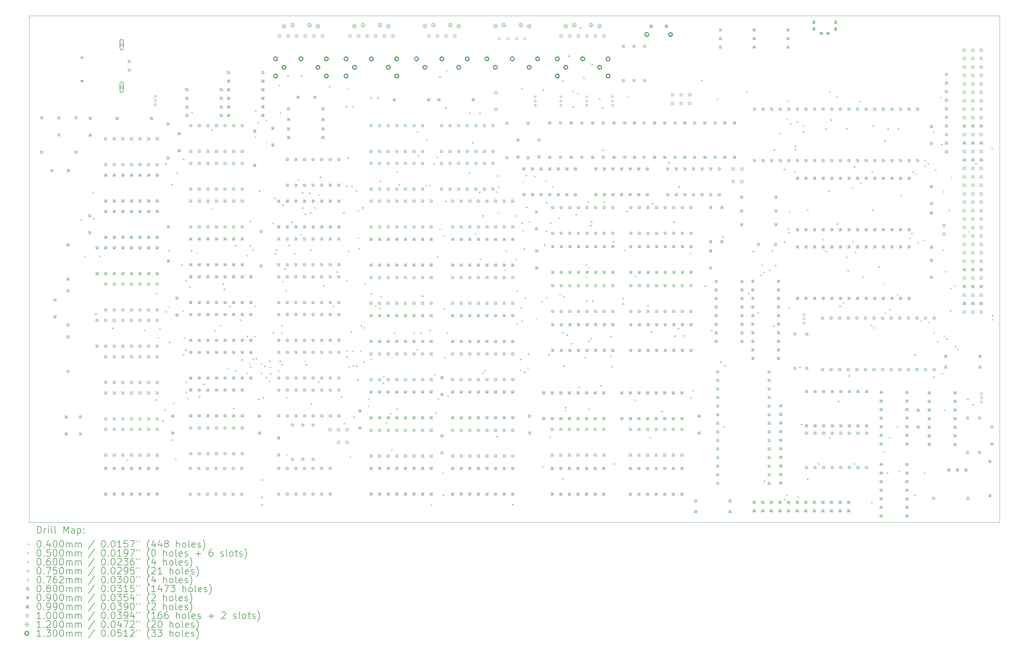
<source format=gbr>
%TF.GenerationSoftware,KiCad,Pcbnew,7.0.1*%
%TF.CreationDate,2024-04-08T12:40:21+03:00*%
%TF.ProjectId,delta48m,64656c74-6134-4386-9d2e-6b696361645f,1*%
%TF.SameCoordinates,Original*%
%TF.FileFunction,Drillmap*%
%TF.FilePolarity,Positive*%
%FSLAX45Y45*%
G04 Gerber Fmt 4.5, Leading zero omitted, Abs format (unit mm)*
G04 Created by KiCad (PCBNEW 7.0.1) date 2024-04-08 12:40:21*
%MOMM*%
%LPD*%
G01*
G04 APERTURE LIST*
%ADD10C,0.100000*%
%ADD11C,0.200000*%
%ADD12C,0.040000*%
%ADD13C,0.050000*%
%ADD14C,0.060000*%
%ADD15C,0.075000*%
%ADD16C,0.076200*%
%ADD17C,0.080000*%
%ADD18C,0.090000*%
%ADD19C,0.099000*%
%ADD20C,0.120000*%
%ADD21C,0.130000*%
G04 APERTURE END LIST*
D10*
X6960000Y-7140000D02*
X35660000Y-7140000D01*
X35660000Y-22140000D01*
X6960000Y-22140000D01*
X6960000Y-7140000D01*
D11*
D12*
X8476880Y-13172120D02*
X8516880Y-13212120D01*
X8516880Y-13172120D02*
X8476880Y-13212120D01*
X8577640Y-14249480D02*
X8617640Y-14289480D01*
X8617640Y-14249480D02*
X8577640Y-14289480D01*
X8822320Y-12341540D02*
X8862320Y-12381540D01*
X8862320Y-12341540D02*
X8822320Y-12381540D01*
X8846550Y-13128510D02*
X8886550Y-13168510D01*
X8886550Y-13128510D02*
X8846550Y-13168510D01*
X8908420Y-15945430D02*
X8948420Y-15985430D01*
X8948420Y-15945430D02*
X8908420Y-15985430D01*
X9029860Y-14249480D02*
X9069860Y-14289480D01*
X9069860Y-14249480D02*
X9029860Y-14289480D01*
X9406520Y-16367440D02*
X9446520Y-16407440D01*
X9446520Y-16367440D02*
X9406520Y-16407440D01*
X9848440Y-20278050D02*
X9888440Y-20318050D01*
X9888440Y-20278050D02*
X9848440Y-20318050D01*
X10348400Y-16431680D02*
X10388400Y-16471680D01*
X10388400Y-16431680D02*
X10348400Y-16471680D01*
X10696340Y-18494370D02*
X10736340Y-18534370D01*
X10736340Y-18494370D02*
X10696340Y-18534370D01*
X10707010Y-15341800D02*
X10747010Y-15381800D01*
X10747010Y-15341800D02*
X10707010Y-15381800D01*
X10755260Y-16644300D02*
X10795260Y-16684300D01*
X10795260Y-16644300D02*
X10755260Y-16684300D01*
X10803250Y-16387490D02*
X10843250Y-16427490D01*
X10843250Y-16387490D02*
X10803250Y-16427490D01*
X10899170Y-19120830D02*
X10939170Y-19160830D01*
X10939170Y-19120830D02*
X10899170Y-19160830D01*
X10961710Y-18788630D02*
X11001710Y-18828630D01*
X11001710Y-18788630D02*
X10961710Y-18828630D01*
X10983390Y-15879770D02*
X11023390Y-15919770D01*
X11023390Y-15879770D02*
X10983390Y-15919770D01*
X10983520Y-11517200D02*
X11023520Y-11557200D01*
X11023520Y-11517200D02*
X10983520Y-11557200D01*
X11079310Y-14073680D02*
X11119310Y-14113680D01*
X11119310Y-14073680D02*
X11079310Y-14113680D01*
X11080500Y-15750060D02*
X11120500Y-15790060D01*
X11120500Y-15750060D02*
X11080500Y-15790060D01*
X11089710Y-16789660D02*
X11129710Y-16829660D01*
X11129710Y-16789660D02*
X11089710Y-16829660D01*
X11151080Y-12117370D02*
X11191080Y-12157370D01*
X11191080Y-12117370D02*
X11151080Y-12157370D01*
X11170840Y-19684100D02*
X11210840Y-19724100D01*
X11210840Y-19684100D02*
X11170840Y-19724100D01*
X11210000Y-18587980D02*
X11250000Y-18627980D01*
X11250000Y-18587980D02*
X11210000Y-18627980D01*
X11273240Y-20250280D02*
X11313240Y-20290280D01*
X11313240Y-20250280D02*
X11273240Y-20290280D01*
X11311000Y-11775180D02*
X11351000Y-11815180D01*
X11351000Y-11775180D02*
X11311000Y-11815180D01*
X11456710Y-14490430D02*
X11496710Y-14530430D01*
X11496710Y-14490430D02*
X11456710Y-14530430D01*
X11497680Y-15863590D02*
X11537680Y-15903590D01*
X11537680Y-15863590D02*
X11497680Y-15903590D01*
X11501310Y-17150180D02*
X11541310Y-17190180D01*
X11541310Y-17150180D02*
X11501310Y-17190180D01*
X11506550Y-11373480D02*
X11546550Y-11413480D01*
X11546550Y-11373480D02*
X11506550Y-11413480D01*
X11526820Y-16658030D02*
X11566820Y-16698030D01*
X11566820Y-16658030D02*
X11526820Y-16698030D01*
X11572790Y-17014180D02*
X11612790Y-17054180D01*
X11612790Y-17014180D02*
X11572790Y-17054180D01*
X11574240Y-17962840D02*
X11614240Y-18002840D01*
X11614240Y-17962840D02*
X11574240Y-18002840D01*
X11575600Y-14959870D02*
X11615600Y-14999870D01*
X11615600Y-14959870D02*
X11575600Y-14999870D01*
X11576540Y-18276500D02*
X11616540Y-18316500D01*
X11616540Y-18276500D02*
X11576540Y-18316500D01*
X11633550Y-18446400D02*
X11673550Y-18486400D01*
X11673550Y-18446400D02*
X11633550Y-18486400D01*
X11690740Y-15141890D02*
X11730740Y-15181890D01*
X11730740Y-15141890D02*
X11690740Y-15181890D01*
X11735930Y-14073680D02*
X11775930Y-14113680D01*
X11775930Y-14073680D02*
X11735930Y-14113680D01*
X11752850Y-9994990D02*
X11792850Y-10034990D01*
X11792850Y-9994990D02*
X11752850Y-10034990D01*
X11909700Y-14148970D02*
X11949700Y-14188970D01*
X11949700Y-14148970D02*
X11909700Y-14188970D01*
X11979000Y-18395000D02*
X12019000Y-18435000D01*
X12019000Y-18395000D02*
X11979000Y-18435000D01*
X12102670Y-18028510D02*
X12142670Y-18068510D01*
X12142670Y-18028510D02*
X12102670Y-18068510D01*
X12333000Y-12838140D02*
X12373000Y-12878140D01*
X12373000Y-12838140D02*
X12333000Y-12878140D01*
X12350880Y-10507700D02*
X12390880Y-10547700D01*
X12390880Y-10507700D02*
X12350880Y-10547700D01*
X12430240Y-16446640D02*
X12470240Y-16486640D01*
X12470240Y-16446640D02*
X12430240Y-16486640D01*
X12602790Y-16285980D02*
X12642790Y-16325980D01*
X12642790Y-16285980D02*
X12602790Y-16325980D01*
X12672610Y-15070780D02*
X12712610Y-15110780D01*
X12712610Y-15070780D02*
X12672610Y-15110780D01*
X12706400Y-15219480D02*
X12746400Y-15259480D01*
X12746400Y-15219480D02*
X12706400Y-15259480D01*
X12831620Y-17565470D02*
X12871620Y-17605470D01*
X12871620Y-17565470D02*
X12831620Y-17605470D01*
X12875760Y-15727170D02*
X12915760Y-15767170D01*
X12915760Y-15727170D02*
X12875760Y-15767170D01*
X12978460Y-18742470D02*
X13018460Y-18782470D01*
X13018460Y-18742470D02*
X12978460Y-18782470D01*
X13037710Y-13924710D02*
X13077710Y-13964710D01*
X13077710Y-13924710D02*
X13037710Y-13964710D01*
X13040860Y-17639030D02*
X13080860Y-17679030D01*
X13080860Y-17639030D02*
X13040860Y-17679030D01*
X13185860Y-16129080D02*
X13225860Y-16169080D01*
X13225860Y-16129080D02*
X13185860Y-16169080D01*
X13233850Y-17308440D02*
X13273850Y-17348440D01*
X13273850Y-17308440D02*
X13233850Y-17348440D01*
X13390140Y-14221900D02*
X13430140Y-14261900D01*
X13430140Y-14221900D02*
X13390140Y-14261900D01*
X13393220Y-16611970D02*
X13433220Y-16651970D01*
X13433220Y-16611970D02*
X13393220Y-16651970D01*
X13399000Y-17712340D02*
X13439000Y-17752340D01*
X13439000Y-17712340D02*
X13399000Y-17752340D01*
X13460260Y-17417330D02*
X13500260Y-17457330D01*
X13500260Y-17417330D02*
X13460260Y-17457330D01*
X13476750Y-13207100D02*
X13516750Y-13247100D01*
X13516750Y-13207100D02*
X13476750Y-13247100D01*
X13476750Y-13924710D02*
X13516750Y-13964710D01*
X13516750Y-13924710D02*
X13476750Y-13964710D01*
X13491260Y-17517530D02*
X13531260Y-17557530D01*
X13531260Y-17517530D02*
X13491260Y-17557530D01*
X13555590Y-17285840D02*
X13595590Y-17325840D01*
X13595590Y-17285840D02*
X13555590Y-17325840D01*
X13558380Y-14053660D02*
X13598380Y-14093660D01*
X13598380Y-14053660D02*
X13558380Y-14093660D01*
X13610600Y-16611970D02*
X13650600Y-16651970D01*
X13650600Y-16611970D02*
X13610600Y-16651970D01*
X13632280Y-10717430D02*
X13672280Y-10757430D01*
X13672280Y-10717430D02*
X13632280Y-10757430D01*
X13632550Y-15722400D02*
X13672550Y-15762400D01*
X13672550Y-15722400D02*
X13632550Y-15762400D01*
X13637390Y-9932010D02*
X13677390Y-9972010D01*
X13677390Y-9932010D02*
X13637390Y-9972010D01*
X13655790Y-17271950D02*
X13695790Y-17311950D01*
X13695790Y-17271950D02*
X13655790Y-17311950D01*
X13711400Y-10286830D02*
X13751400Y-10326830D01*
X13751400Y-10286830D02*
X13711400Y-10326830D01*
X13717470Y-18476600D02*
X13757470Y-18516600D01*
X13757470Y-18476600D02*
X13717470Y-18516600D01*
X13749060Y-12318380D02*
X13789060Y-12358380D01*
X13789060Y-12318380D02*
X13749060Y-12358380D01*
X13802020Y-17703350D02*
X13842020Y-17743350D01*
X13842020Y-17703350D02*
X13802020Y-17743350D01*
X13818710Y-17421840D02*
X13858710Y-17461840D01*
X13858710Y-17421840D02*
X13818710Y-17461840D01*
X13823580Y-21373780D02*
X13863580Y-21413780D01*
X13863580Y-21373780D02*
X13823580Y-21413780D01*
X13826120Y-20863240D02*
X13866120Y-20903240D01*
X13866120Y-20863240D02*
X13826120Y-20903240D01*
X13828660Y-21592220D02*
X13868660Y-21632220D01*
X13868660Y-21592220D02*
X13828660Y-21632220D01*
X13860600Y-18435080D02*
X13900600Y-18475080D01*
X13900600Y-18435080D02*
X13860600Y-18475080D01*
X13896800Y-17493920D02*
X13936800Y-17533920D01*
X13936800Y-17493920D02*
X13896800Y-17533920D01*
X13944280Y-10214140D02*
X13984280Y-10254140D01*
X13984280Y-10214140D02*
X13944280Y-10254140D01*
X13959660Y-17837740D02*
X13999660Y-17877740D01*
X13999660Y-17837740D02*
X13959660Y-17877740D01*
X13960690Y-10864800D02*
X14000690Y-10904800D01*
X14000690Y-10864800D02*
X13960690Y-10904800D01*
X14042650Y-17936870D02*
X14082650Y-17976870D01*
X14082650Y-17936870D02*
X14042650Y-17976870D01*
X14047850Y-17349150D02*
X14087850Y-17389150D01*
X14087850Y-17349150D02*
X14047850Y-17389150D01*
X14073950Y-17723450D02*
X14113950Y-17763450D01*
X14113950Y-17723450D02*
X14073950Y-17763450D01*
X14076330Y-17523210D02*
X14116330Y-17563210D01*
X14116330Y-17523210D02*
X14076330Y-17563210D01*
X14153180Y-13268120D02*
X14193180Y-13308120D01*
X14193180Y-13268120D02*
X14153180Y-13308120D01*
X14163040Y-16498230D02*
X14203040Y-16538230D01*
X14203040Y-16498230D02*
X14163040Y-16538230D01*
X14203320Y-12525300D02*
X14243320Y-12565300D01*
X14243320Y-12525300D02*
X14203320Y-12565300D01*
X14214650Y-14160590D02*
X14254650Y-14200590D01*
X14254650Y-14160590D02*
X14214650Y-14200590D01*
X14252130Y-14056580D02*
X14292130Y-14096580D01*
X14292130Y-14056580D02*
X14252130Y-14096580D01*
X14330830Y-17640940D02*
X14370830Y-17680940D01*
X14370830Y-17640940D02*
X14330830Y-17680940D01*
X14339200Y-9184320D02*
X14379200Y-9224320D01*
X14379200Y-9184320D02*
X14339200Y-9224320D01*
X14359750Y-17350230D02*
X14399750Y-17390230D01*
X14399750Y-17350230D02*
X14359750Y-17390230D01*
X14367610Y-9996710D02*
X14407610Y-10036710D01*
X14407610Y-9996710D02*
X14367610Y-10036710D01*
X14410170Y-16509700D02*
X14450170Y-16549700D01*
X14450170Y-16509700D02*
X14410170Y-16549700D01*
X14416870Y-17437280D02*
X14456870Y-17477280D01*
X14456870Y-17437280D02*
X14416870Y-17477280D01*
X14422520Y-16293180D02*
X14462520Y-16333180D01*
X14462520Y-16293180D02*
X14422520Y-16333180D01*
X14442840Y-12724360D02*
X14482840Y-12764360D01*
X14482840Y-12724360D02*
X14442840Y-12764360D01*
X14454190Y-14983510D02*
X14494190Y-15023510D01*
X14494190Y-14983510D02*
X14454190Y-15023510D01*
X14493100Y-14609060D02*
X14533100Y-14649060D01*
X14533100Y-14609060D02*
X14493100Y-14649060D01*
X14531350Y-15264520D02*
X14571350Y-15304520D01*
X14571350Y-15264520D02*
X14531350Y-15304520D01*
X14560240Y-18435080D02*
X14600240Y-18475080D01*
X14600240Y-18435080D02*
X14560240Y-18475080D01*
X14569730Y-20110270D02*
X14609730Y-20150270D01*
X14609730Y-20110270D02*
X14569730Y-20150270D01*
X14588120Y-8892220D02*
X14628120Y-8932220D01*
X14628120Y-8892220D02*
X14588120Y-8932220D01*
X14625680Y-13923080D02*
X14665680Y-13963080D01*
X14665680Y-13923080D02*
X14625680Y-13963080D01*
X14720080Y-13236520D02*
X14760080Y-13276520D01*
X14760080Y-13236520D02*
X14720080Y-13276520D01*
X14796750Y-14160590D02*
X14836750Y-14200590D01*
X14836750Y-14160590D02*
X14796750Y-14200590D01*
X14890050Y-11972930D02*
X14930050Y-12012930D01*
X14930050Y-11972930D02*
X14890050Y-12012930D01*
X14973410Y-13595540D02*
X15013410Y-13635540D01*
X15013410Y-13595540D02*
X14973410Y-13635540D01*
X14991980Y-8894760D02*
X15031980Y-8934760D01*
X15031980Y-8894760D02*
X14991980Y-8934760D01*
X15023140Y-12362980D02*
X15063140Y-12402980D01*
X15063140Y-12362980D02*
X15023140Y-12402980D01*
X15023990Y-12811290D02*
X15063990Y-12851290D01*
X15063990Y-12811290D02*
X15023990Y-12851290D01*
X15093690Y-17350230D02*
X15133690Y-17390230D01*
X15133690Y-17350230D02*
X15093690Y-17390230D01*
X15109230Y-12999340D02*
X15149230Y-13039340D01*
X15149230Y-12999340D02*
X15109230Y-13039340D01*
X15135690Y-17450360D02*
X15175690Y-17490360D01*
X15175690Y-17450360D02*
X15135690Y-17490360D01*
X15229120Y-12377630D02*
X15269120Y-12417630D01*
X15269120Y-12377630D02*
X15229120Y-12417630D01*
X15255510Y-12954150D02*
X15295510Y-12994150D01*
X15295510Y-12954150D02*
X15255510Y-12994150D01*
X15269370Y-14056580D02*
X15309370Y-14096580D01*
X15309370Y-14056580D02*
X15269370Y-14096580D01*
X15285390Y-18603490D02*
X15325390Y-18643490D01*
X15325390Y-18603490D02*
X15285390Y-18643490D01*
X15383410Y-12806330D02*
X15423410Y-12846330D01*
X15423410Y-12806330D02*
X15383410Y-12846330D01*
X15494760Y-12429870D02*
X15534760Y-12469870D01*
X15534760Y-12429870D02*
X15494760Y-12469870D01*
X15496960Y-17959360D02*
X15536960Y-17999360D01*
X15536960Y-17959360D02*
X15496960Y-17999360D01*
X15554690Y-11898730D02*
X15594690Y-11938730D01*
X15594690Y-11898730D02*
X15554690Y-11938730D01*
X15645140Y-15110890D02*
X15685140Y-15150890D01*
X15685140Y-15110890D02*
X15645140Y-15150890D01*
X15822560Y-9219880D02*
X15862560Y-9259880D01*
X15862560Y-9219880D02*
X15822560Y-9259880D01*
X15935230Y-15718590D02*
X15975230Y-15758590D01*
X15975230Y-15718590D02*
X15935230Y-15758590D01*
X16046600Y-14706170D02*
X16086600Y-14746170D01*
X16086600Y-14706170D02*
X16046600Y-14746170D01*
X16177430Y-18394810D02*
X16217430Y-18434810D01*
X16217430Y-18394810D02*
X16177430Y-18434810D01*
X16244930Y-12954150D02*
X16284930Y-12994150D01*
X16284930Y-12954150D02*
X16244930Y-12994150D01*
X16268930Y-19192070D02*
X16308930Y-19232070D01*
X16308930Y-19192070D02*
X16268930Y-19232070D01*
X16334710Y-12168300D02*
X16374710Y-12208300D01*
X16374710Y-12168300D02*
X16334710Y-12208300D01*
X16335360Y-17051100D02*
X16375360Y-17091100D01*
X16375360Y-17051100D02*
X16335360Y-17091100D01*
X16336610Y-17213640D02*
X16376610Y-17253640D01*
X16376610Y-17213640D02*
X16336610Y-17253640D01*
X16345690Y-14956650D02*
X16385690Y-14996650D01*
X16385690Y-14956650D02*
X16345690Y-14996650D01*
X16355960Y-9280840D02*
X16395960Y-9320840D01*
X16395960Y-9280840D02*
X16355960Y-9320840D01*
X16375740Y-11331050D02*
X16415740Y-11371050D01*
X16415740Y-11331050D02*
X16375740Y-11371050D01*
X16381560Y-14094010D02*
X16421560Y-14134010D01*
X16421560Y-14094010D02*
X16381560Y-14134010D01*
X16412020Y-17523050D02*
X16452020Y-17563050D01*
X16452020Y-17523050D02*
X16412020Y-17563050D01*
X16438410Y-20182960D02*
X16478410Y-20222960D01*
X16478410Y-20182960D02*
X16438410Y-20222960D01*
X16466570Y-16472010D02*
X16506570Y-16512010D01*
X16506570Y-16472010D02*
X16466570Y-16512010D01*
X16485990Y-12166490D02*
X16525990Y-12206490D01*
X16525990Y-12166490D02*
X16485990Y-12206490D01*
X16501360Y-17048890D02*
X16541360Y-17088890D01*
X16541360Y-17048890D02*
X16501360Y-17088890D01*
X16519280Y-17480020D02*
X16559280Y-17520020D01*
X16559280Y-17480020D02*
X16519280Y-17520020D01*
X16537230Y-19001710D02*
X16577230Y-19041710D01*
X16577230Y-19001710D02*
X16537230Y-19041710D01*
X16621550Y-12307400D02*
X16661550Y-12347400D01*
X16661550Y-12307400D02*
X16621550Y-12347400D01*
X16625150Y-17493650D02*
X16665150Y-17533650D01*
X16665150Y-17493650D02*
X16625150Y-17533650D01*
X16667110Y-17891580D02*
X16707110Y-17931580D01*
X16707110Y-17891580D02*
X16667110Y-17931580D01*
X16674360Y-12881460D02*
X16714360Y-12921460D01*
X16714360Y-12881460D02*
X16674360Y-12921460D01*
X16675910Y-13703610D02*
X16715910Y-13743610D01*
X16715910Y-13703610D02*
X16675910Y-13743610D01*
X16697250Y-14021310D02*
X16737250Y-14061310D01*
X16737250Y-14021310D02*
X16697250Y-14061310D01*
X16739670Y-17050530D02*
X16779670Y-17090530D01*
X16779670Y-17050530D02*
X16739670Y-17090530D01*
X16766910Y-16301150D02*
X16806910Y-16341150D01*
X16806910Y-16301150D02*
X16766910Y-16341150D01*
X16805440Y-12806330D02*
X16845440Y-12846330D01*
X16845440Y-12806330D02*
X16805440Y-12846330D01*
X16839940Y-17375650D02*
X16879940Y-17415650D01*
X16879940Y-17375650D02*
X16839940Y-17415650D01*
X16862390Y-16355170D02*
X16902390Y-16395170D01*
X16902390Y-16355170D02*
X16862390Y-16395170D01*
X16869890Y-15061190D02*
X16909890Y-15101190D01*
X16909890Y-15061190D02*
X16869890Y-15101190D01*
X16967830Y-18457080D02*
X17007830Y-18497080D01*
X17007830Y-18457080D02*
X16967830Y-18497080D01*
X16969960Y-18677160D02*
X17009960Y-18717160D01*
X17009960Y-18677160D02*
X16969960Y-18717160D01*
X17058280Y-15346620D02*
X17098280Y-15386620D01*
X17098280Y-15346620D02*
X17058280Y-15386620D01*
X17063240Y-17298170D02*
X17103240Y-17338170D01*
X17103240Y-17298170D02*
X17063240Y-17338170D01*
X17187490Y-15713730D02*
X17227490Y-15753730D01*
X17227490Y-15713730D02*
X17187490Y-15753730D01*
X17314000Y-15786090D02*
X17354000Y-15826090D01*
X17354000Y-15786090D02*
X17314000Y-15826090D01*
X17328280Y-12024660D02*
X17368280Y-12064660D01*
X17368280Y-12024660D02*
X17328280Y-12064660D01*
X17341770Y-15430150D02*
X17381770Y-15470150D01*
X17381770Y-15430150D02*
X17341770Y-15470150D01*
X17404810Y-17990740D02*
X17444810Y-18030740D01*
X17444810Y-17990740D02*
X17404810Y-18030740D01*
X17425340Y-17812320D02*
X17465340Y-17852320D01*
X17465340Y-17812320D02*
X17425340Y-17852320D01*
X17501820Y-19165170D02*
X17541820Y-19205170D01*
X17541820Y-19165170D02*
X17501820Y-19205170D01*
X17640280Y-18900980D02*
X17680280Y-18940980D01*
X17680280Y-18900980D02*
X17640280Y-18940980D01*
X17666620Y-19973570D02*
X17706620Y-20013570D01*
X17706620Y-19973570D02*
X17666620Y-20013570D01*
X17750120Y-16518230D02*
X17790120Y-16558230D01*
X17790120Y-16518230D02*
X17750120Y-16558230D01*
X17810600Y-11742410D02*
X17850600Y-11782410D01*
X17850600Y-11742410D02*
X17810600Y-11782410D01*
X17821540Y-18771020D02*
X17861540Y-18811020D01*
X17861540Y-18771020D02*
X17821540Y-18811020D01*
X17889420Y-12128840D02*
X17929420Y-12168840D01*
X17929420Y-12128840D02*
X17889420Y-12168840D01*
X18317580Y-16518230D02*
X18357580Y-16558230D01*
X18357580Y-16518230D02*
X18317580Y-16558230D01*
X18410010Y-17015660D02*
X18450010Y-17055660D01*
X18450010Y-17015660D02*
X18410010Y-17055660D01*
X18423550Y-10563360D02*
X18463550Y-10603360D01*
X18463550Y-10563360D02*
X18423550Y-10603360D01*
X18444980Y-11260250D02*
X18484980Y-11300250D01*
X18484980Y-11260250D02*
X18444980Y-11300250D01*
X18527400Y-16518390D02*
X18567400Y-16558390D01*
X18567400Y-16518390D02*
X18527400Y-16558390D01*
X18577910Y-15419020D02*
X18617910Y-15459020D01*
X18617910Y-15419020D02*
X18577910Y-15459020D01*
X18679770Y-12155150D02*
X18719770Y-12195150D01*
X18719770Y-12155150D02*
X18679770Y-12195150D01*
X18704830Y-10786520D02*
X18744830Y-10826520D01*
X18744830Y-10786520D02*
X18704830Y-10826520D01*
X18780980Y-12138740D02*
X18820980Y-12178740D01*
X18820980Y-12138740D02*
X18780980Y-12178740D01*
X18794300Y-16442090D02*
X18834300Y-16482090D01*
X18834300Y-16442090D02*
X18794300Y-16482090D01*
X18829920Y-21602380D02*
X18869920Y-21642380D01*
X18869920Y-21602380D02*
X18829920Y-21642380D01*
X18913380Y-11509780D02*
X18953380Y-11549780D01*
X18953380Y-11509780D02*
X18913380Y-11549780D01*
X18927170Y-17754490D02*
X18967170Y-17794490D01*
X18967170Y-17754490D02*
X18927170Y-17794490D01*
X18959800Y-18883700D02*
X18999800Y-18923700D01*
X18999800Y-18883700D02*
X18959800Y-18923700D01*
X19007330Y-11308370D02*
X19047330Y-11348370D01*
X19047330Y-11308370D02*
X19007330Y-11348370D01*
X19017130Y-14254350D02*
X19057130Y-14294350D01*
X19057130Y-14254350D02*
X19017130Y-14294350D01*
X19041400Y-18461700D02*
X19081400Y-18501700D01*
X19081400Y-18461700D02*
X19041400Y-18501700D01*
X19086460Y-8925240D02*
X19126460Y-8965240D01*
X19126460Y-8925240D02*
X19086460Y-8965240D01*
X19090460Y-13439170D02*
X19130460Y-13479170D01*
X19130460Y-13439170D02*
X19090460Y-13479170D01*
X19185520Y-20657500D02*
X19225520Y-20697500D01*
X19225520Y-20657500D02*
X19185520Y-20697500D01*
X19185520Y-21312820D02*
X19225520Y-21352820D01*
X19225520Y-21312820D02*
X19185520Y-21352820D01*
X19197530Y-13626410D02*
X19237530Y-13666410D01*
X19237530Y-13626410D02*
X19197530Y-13666410D01*
X19216740Y-15785360D02*
X19256740Y-15825360D01*
X19256740Y-15785360D02*
X19216740Y-15825360D01*
X19230150Y-17233230D02*
X19270150Y-17273230D01*
X19270150Y-17233230D02*
X19230150Y-17273230D01*
X19252640Y-12617820D02*
X19292640Y-12657820D01*
X19292640Y-12617820D02*
X19252640Y-12657820D01*
X19259250Y-9841730D02*
X19299250Y-9881730D01*
X19299250Y-9841730D02*
X19259250Y-9881730D01*
X19279500Y-8755060D02*
X19319500Y-8795060D01*
X19319500Y-8755060D02*
X19279500Y-8795060D01*
X19308980Y-16518230D02*
X19348980Y-16558230D01*
X19348980Y-16518230D02*
X19308980Y-16558230D01*
X19323440Y-18389010D02*
X19363440Y-18429010D01*
X19363440Y-18389010D02*
X19323440Y-18429010D01*
X19960210Y-11777640D02*
X20000210Y-11817640D01*
X20000210Y-11777640D02*
X19960210Y-11817640D01*
X19975460Y-9994580D02*
X20015460Y-10034580D01*
X20015460Y-9994580D02*
X19975460Y-10034580D01*
X20060930Y-10880880D02*
X20100930Y-10920880D01*
X20100930Y-10880880D02*
X20060930Y-10920880D01*
X20137500Y-13586370D02*
X20177500Y-13626370D01*
X20177500Y-13586370D02*
X20137500Y-13626370D01*
X20257930Y-12348420D02*
X20297930Y-12388420D01*
X20297930Y-12348420D02*
X20257930Y-12388420D01*
X20274330Y-10009740D02*
X20314330Y-10049740D01*
X20314330Y-10009740D02*
X20274330Y-10049740D01*
X20289010Y-14323290D02*
X20329010Y-14363290D01*
X20329010Y-14323290D02*
X20289010Y-14363290D01*
X20345450Y-17705320D02*
X20385450Y-17745320D01*
X20385450Y-17705320D02*
X20345450Y-17745320D01*
X20360140Y-13044530D02*
X20400140Y-13084530D01*
X20400140Y-13044530D02*
X20360140Y-13084530D01*
X20418500Y-17634030D02*
X20458500Y-17674030D01*
X20458500Y-17634030D02*
X20418500Y-17674030D01*
X20771040Y-19576500D02*
X20811040Y-19616500D01*
X20811040Y-19576500D02*
X20771040Y-19616500D01*
X20781780Y-12344760D02*
X20821780Y-12384760D01*
X20821780Y-12344760D02*
X20781780Y-12384760D01*
X20805160Y-11858060D02*
X20845160Y-11898060D01*
X20845160Y-11858060D02*
X20805160Y-11898060D01*
X20813830Y-12190590D02*
X20853830Y-12230590D01*
X20853830Y-12190590D02*
X20813830Y-12230590D01*
X20825920Y-12956310D02*
X20865920Y-12996310D01*
X20865920Y-12956310D02*
X20825920Y-12996310D01*
X21019480Y-14653410D02*
X21059480Y-14693410D01*
X21059480Y-14653410D02*
X21019480Y-14693410D01*
X21050950Y-14084490D02*
X21090950Y-14124490D01*
X21090950Y-14084490D02*
X21050950Y-14124490D01*
X21240380Y-21589680D02*
X21280380Y-21629680D01*
X21280380Y-21589680D02*
X21240380Y-21629680D01*
X21339810Y-14331050D02*
X21379810Y-14371050D01*
X21379810Y-14331050D02*
X21339810Y-14371050D01*
X21355440Y-13045770D02*
X21395440Y-13085770D01*
X21395440Y-13045770D02*
X21355440Y-13085770D01*
X21372580Y-15271580D02*
X21412580Y-15311580D01*
X21412580Y-15271580D02*
X21372580Y-15311580D01*
X21378120Y-16236290D02*
X21418120Y-16276290D01*
X21418120Y-16236290D02*
X21378120Y-16276290D01*
X21471620Y-17615040D02*
X21511620Y-17655040D01*
X21511620Y-17615040D02*
X21471620Y-17655040D01*
X21474510Y-17299690D02*
X21514510Y-17339690D01*
X21514510Y-17299690D02*
X21474510Y-17339690D01*
X21490460Y-15782680D02*
X21530460Y-15822680D01*
X21530460Y-15782680D02*
X21490460Y-15822680D01*
X21506200Y-16158750D02*
X21546200Y-16198750D01*
X21546200Y-16158750D02*
X21506200Y-16198750D01*
X21507080Y-9275760D02*
X21547080Y-9315760D01*
X21547080Y-9275760D02*
X21507080Y-9315760D01*
X21514220Y-13260090D02*
X21554220Y-13300090D01*
X21554220Y-13260090D02*
X21514220Y-13300090D01*
X21553870Y-13489820D02*
X21593870Y-13529820D01*
X21593870Y-13489820D02*
X21553870Y-13529820D01*
X21553930Y-12042390D02*
X21593930Y-12082390D01*
X21593930Y-12042390D02*
X21553930Y-12082390D01*
X21583780Y-14023120D02*
X21623780Y-14063120D01*
X21623780Y-14023120D02*
X21583780Y-14063120D01*
X21589500Y-17672000D02*
X21629500Y-17712000D01*
X21629500Y-17672000D02*
X21589500Y-17712000D01*
X21608340Y-15485070D02*
X21648340Y-15525070D01*
X21648340Y-15485070D02*
X21608340Y-15525070D01*
X21638980Y-11851640D02*
X21678980Y-11891640D01*
X21678980Y-11851640D02*
X21638980Y-11891640D01*
X21649150Y-12795110D02*
X21689150Y-12835110D01*
X21689150Y-12795110D02*
X21649150Y-12835110D01*
X21688700Y-17560730D02*
X21728700Y-17600730D01*
X21728700Y-17560730D02*
X21688700Y-17600730D01*
X21707130Y-17134970D02*
X21747130Y-17174970D01*
X21747130Y-17134970D02*
X21707130Y-17174970D01*
X21734980Y-13216770D02*
X21774980Y-13256770D01*
X21774980Y-13216770D02*
X21734980Y-13256770D01*
X21886920Y-11876970D02*
X21926920Y-11916970D01*
X21926920Y-11876970D02*
X21886920Y-11916970D01*
X21934500Y-16113250D02*
X21974500Y-16153250D01*
X21974500Y-16113250D02*
X21934500Y-16153250D01*
X22100490Y-15595230D02*
X22140490Y-15635230D01*
X22140490Y-15595230D02*
X22100490Y-15635230D01*
X22124300Y-20479700D02*
X22164300Y-20519700D01*
X22164300Y-20479700D02*
X22124300Y-20519700D01*
X22139540Y-9318940D02*
X22179540Y-9358940D01*
X22179540Y-9318940D02*
X22139540Y-9358940D01*
X22189810Y-13907490D02*
X22229810Y-13947490D01*
X22229810Y-13907490D02*
X22189810Y-13947490D01*
X22224110Y-12000290D02*
X22264110Y-12040290D01*
X22264110Y-12000290D02*
X22224110Y-12040290D01*
X22232860Y-15466620D02*
X22272860Y-15506620D01*
X22272860Y-15466620D02*
X22232860Y-15506620D01*
X22234330Y-13497320D02*
X22274330Y-13537320D01*
X22274330Y-13497320D02*
X22234330Y-13537320D01*
X22239120Y-12652850D02*
X22279120Y-12692850D01*
X22279120Y-12652850D02*
X22239120Y-12692850D01*
X22307470Y-17149910D02*
X22347470Y-17189910D01*
X22347470Y-17149910D02*
X22307470Y-17189910D01*
X22347980Y-19599810D02*
X22387980Y-19639810D01*
X22387980Y-19599810D02*
X22347980Y-19639810D01*
X22371340Y-13257520D02*
X22411340Y-13297520D01*
X22411340Y-13257520D02*
X22371340Y-13297520D01*
X22412270Y-12188450D02*
X22452270Y-12228450D01*
X22452270Y-12188450D02*
X22412270Y-12228450D01*
X22619030Y-13101960D02*
X22659030Y-13141960D01*
X22659030Y-13101960D02*
X22619030Y-13141960D01*
X22638100Y-15377660D02*
X22678100Y-15417660D01*
X22678100Y-15377660D02*
X22638100Y-15417660D01*
X22711080Y-16503200D02*
X22751080Y-16543200D01*
X22751080Y-16503200D02*
X22711080Y-16543200D01*
X22714850Y-9054120D02*
X22754850Y-9094120D01*
X22754850Y-9054120D02*
X22714850Y-9094120D01*
X22720350Y-20823360D02*
X22760350Y-20863360D01*
X22760350Y-20823360D02*
X22720350Y-20863360D01*
X22753610Y-15429940D02*
X22793610Y-15469940D01*
X22793610Y-15429940D02*
X22753610Y-15469940D01*
X22757680Y-17487680D02*
X22797680Y-17527680D01*
X22797680Y-17487680D02*
X22757680Y-17527680D01*
X22800800Y-18821580D02*
X22840800Y-18861580D01*
X22840800Y-18821580D02*
X22800800Y-18861580D01*
X22802520Y-18721380D02*
X22842520Y-18761380D01*
X22842520Y-18721380D02*
X22802520Y-18761380D01*
X22843750Y-16570900D02*
X22883750Y-16610900D01*
X22883750Y-16570900D02*
X22843750Y-16610900D01*
X22896460Y-8315640D02*
X22936460Y-8355640D01*
X22936460Y-8315640D02*
X22896460Y-8355640D01*
X22975680Y-16828260D02*
X23015680Y-16868260D01*
X23015680Y-16828260D02*
X22975680Y-16868260D01*
X23017220Y-9354500D02*
X23057220Y-9394500D01*
X23057220Y-9354500D02*
X23017220Y-9394500D01*
X23028540Y-9819320D02*
X23068540Y-9859320D01*
X23068540Y-9819320D02*
X23028540Y-9859320D01*
X23115160Y-13003560D02*
X23155160Y-13043560D01*
X23155160Y-13003560D02*
X23115160Y-13043560D01*
X23170780Y-9425620D02*
X23210780Y-9465620D01*
X23210780Y-9425620D02*
X23170780Y-9465620D01*
X23193140Y-18105740D02*
X23233140Y-18145740D01*
X23233140Y-18105740D02*
X23193140Y-18145740D01*
X23246980Y-7479980D02*
X23286980Y-7519980D01*
X23286980Y-7479980D02*
X23246980Y-7519980D01*
X23343500Y-8955720D02*
X23383500Y-8995720D01*
X23383500Y-8955720D02*
X23343500Y-8995720D01*
X23371680Y-17245450D02*
X23411680Y-17285450D01*
X23411680Y-17245450D02*
X23371680Y-17285450D01*
X23409740Y-14505700D02*
X23449740Y-14545700D01*
X23449740Y-14505700D02*
X23409740Y-14545700D01*
X23415830Y-14858250D02*
X23455830Y-14898250D01*
X23455830Y-14858250D02*
X23415830Y-14898250D01*
X23425420Y-15568450D02*
X23465420Y-15608450D01*
X23465420Y-15568450D02*
X23425420Y-15608450D01*
X23476130Y-12635860D02*
X23516130Y-12675860D01*
X23516130Y-12635860D02*
X23476130Y-12675860D01*
X23483990Y-16755570D02*
X23523990Y-16795570D01*
X23523990Y-16755570D02*
X23483990Y-16795570D01*
X23485390Y-14573940D02*
X23525390Y-14613940D01*
X23525390Y-14573940D02*
X23485390Y-14613940D01*
X23499600Y-18766570D02*
X23539600Y-18806570D01*
X23539600Y-18766570D02*
X23499600Y-18806570D01*
X23549230Y-13328040D02*
X23589230Y-13368040D01*
X23589230Y-13328040D02*
X23549230Y-13368040D01*
X23558270Y-16675200D02*
X23598270Y-16715200D01*
X23598270Y-16675200D02*
X23558270Y-16715200D01*
X23571010Y-13227840D02*
X23611010Y-13267840D01*
X23611010Y-13227840D02*
X23571010Y-13267840D01*
X23587340Y-8564560D02*
X23627340Y-8604560D01*
X23627340Y-8564560D02*
X23587340Y-8604560D01*
X23602760Y-15569590D02*
X23642760Y-15609590D01*
X23642760Y-15569590D02*
X23602760Y-15609590D01*
X23813400Y-9588180D02*
X23853400Y-9628180D01*
X23853400Y-9588180D02*
X23813400Y-9628180D01*
X23852070Y-18069980D02*
X23892070Y-18109980D01*
X23892070Y-18069980D02*
X23852070Y-18109980D01*
X23894680Y-9857420D02*
X23934680Y-9897420D01*
X23934680Y-9857420D02*
X23894680Y-9897420D01*
X23911500Y-11101650D02*
X23951500Y-11141650D01*
X23951500Y-11101650D02*
X23911500Y-11141650D01*
X23950750Y-12638380D02*
X23990750Y-12678380D01*
X23990750Y-12638380D02*
X23950750Y-12678380D01*
X24129650Y-16622710D02*
X24169650Y-16662710D01*
X24169650Y-16622710D02*
X24129650Y-16662710D01*
X24137890Y-17213230D02*
X24177890Y-17253230D01*
X24177890Y-17213230D02*
X24137890Y-17253230D01*
X24164440Y-17517600D02*
X24204440Y-17557600D01*
X24204440Y-17517600D02*
X24164440Y-17557600D01*
X24215680Y-13811480D02*
X24255680Y-13851480D01*
X24255680Y-13811480D02*
X24215680Y-13851480D01*
X24250670Y-20385810D02*
X24290670Y-20425810D01*
X24290670Y-20385810D02*
X24250670Y-20425810D01*
X24499990Y-15482570D02*
X24539990Y-15522570D01*
X24539990Y-15482570D02*
X24499990Y-15522570D01*
X24500150Y-15654280D02*
X24540150Y-15694280D01*
X24540150Y-15654280D02*
X24500150Y-15694280D01*
X24545180Y-14070310D02*
X24585180Y-14110310D01*
X24585180Y-14070310D02*
X24545180Y-14110310D01*
X24623660Y-12913140D02*
X24663660Y-12953140D01*
X24663660Y-12913140D02*
X24623660Y-12953140D01*
X24643980Y-9519600D02*
X24683980Y-9559600D01*
X24683980Y-9519600D02*
X24643980Y-9559600D01*
X24860700Y-14828960D02*
X24900700Y-14868960D01*
X24900700Y-14828960D02*
X24860700Y-14868960D01*
X24862870Y-18496910D02*
X24902870Y-18536910D01*
X24902870Y-18496910D02*
X24862870Y-18536910D01*
X25239960Y-15706120D02*
X25279960Y-15746120D01*
X25279960Y-15706120D02*
X25239960Y-15746120D01*
X25306670Y-19615760D02*
X25346670Y-19655760D01*
X25346670Y-19615760D02*
X25306670Y-19655760D01*
X25345070Y-16487290D02*
X25385070Y-16527290D01*
X25385070Y-16487290D02*
X25345070Y-16527290D01*
X25376690Y-12685150D02*
X25416690Y-12725150D01*
X25416690Y-12685150D02*
X25376690Y-12725150D01*
X25657070Y-18831070D02*
X25697070Y-18871070D01*
X25697070Y-18831070D02*
X25657070Y-18871070D01*
X25857280Y-11475440D02*
X25897280Y-11515440D01*
X25897280Y-11475440D02*
X25857280Y-11515440D01*
X26009880Y-13227840D02*
X26049880Y-13267840D01*
X26049880Y-13227840D02*
X26009880Y-13267840D01*
X26035620Y-16605170D02*
X26075620Y-16645170D01*
X26075620Y-16605170D02*
X26035620Y-16645170D01*
X26143220Y-16379320D02*
X26183220Y-16419320D01*
X26183220Y-16379320D02*
X26143220Y-16419320D01*
X26156040Y-12184470D02*
X26196040Y-12224470D01*
X26196040Y-12184470D02*
X26156040Y-12224470D01*
X26297210Y-16592180D02*
X26337210Y-16632180D01*
X26337210Y-16592180D02*
X26297210Y-16632180D01*
X26495420Y-14156260D02*
X26535420Y-14196260D01*
X26535420Y-14156260D02*
X26495420Y-14196260D01*
X26502290Y-18432080D02*
X26542290Y-18472080D01*
X26542290Y-18432080D02*
X26502290Y-18472080D01*
X26576180Y-18230590D02*
X26616180Y-18270590D01*
X26616180Y-18230590D02*
X26576180Y-18270590D01*
X26829260Y-9034120D02*
X26869260Y-9074120D01*
X26869260Y-9034120D02*
X26829260Y-9074120D01*
X26926640Y-15124610D02*
X26966640Y-15164610D01*
X26966640Y-15124610D02*
X26926640Y-15164610D01*
X27129710Y-16436580D02*
X27169710Y-16476580D01*
X27169710Y-16436580D02*
X27129710Y-16476580D01*
X27297630Y-9590880D02*
X27337630Y-9630880D01*
X27337630Y-9590880D02*
X27297630Y-9630880D01*
X27391020Y-17366170D02*
X27431020Y-17406170D01*
X27431020Y-17366170D02*
X27391020Y-17406170D01*
X27464050Y-13670390D02*
X27504050Y-13710390D01*
X27504050Y-13670390D02*
X27464050Y-13710390D01*
X27483080Y-19297960D02*
X27523080Y-19337960D01*
X27523080Y-19297960D02*
X27483080Y-19337960D01*
X27511990Y-17476490D02*
X27551990Y-17516490D01*
X27551990Y-17476490D02*
X27511990Y-17516490D01*
X28160200Y-9370140D02*
X28200200Y-9410140D01*
X28200200Y-9370140D02*
X28160200Y-9410140D01*
X28224250Y-15343060D02*
X28264250Y-15383060D01*
X28264250Y-15343060D02*
X28224250Y-15383060D01*
X28346970Y-14098340D02*
X28386970Y-14138340D01*
X28386970Y-14098340D02*
X28346970Y-14138340D01*
X28504270Y-15904740D02*
X28544270Y-15944740D01*
X28544270Y-15904740D02*
X28504270Y-15944740D01*
X28587350Y-14795590D02*
X28627350Y-14835590D01*
X28627350Y-14795590D02*
X28587350Y-14835590D01*
X28622560Y-14509260D02*
X28662560Y-14549260D01*
X28662560Y-14509260D02*
X28622560Y-14549260D01*
X28661420Y-14722900D02*
X28701420Y-14762900D01*
X28701420Y-14722900D02*
X28661420Y-14762900D01*
X28684430Y-20899000D02*
X28724430Y-20939000D01*
X28724430Y-20899000D02*
X28684430Y-20939000D01*
X28840610Y-14659630D02*
X28880610Y-14699630D01*
X28880610Y-14659630D02*
X28840610Y-14699630D01*
X28913500Y-14073390D02*
X28953500Y-14113390D01*
X28953500Y-14073390D02*
X28913500Y-14113390D01*
X28954670Y-16315290D02*
X28994670Y-16355290D01*
X28994670Y-16315290D02*
X28954670Y-16355290D01*
X28976270Y-11101650D02*
X29016270Y-11141650D01*
X29016270Y-11101650D02*
X28976270Y-11141650D01*
X29012720Y-14515110D02*
X29052720Y-14555110D01*
X29052720Y-14515110D02*
X29012720Y-14555110D01*
X29150410Y-10605440D02*
X29190410Y-10645440D01*
X29190410Y-10605440D02*
X29150410Y-10645440D01*
X29273320Y-11668650D02*
X29313320Y-11708650D01*
X29313320Y-11668650D02*
X29273320Y-11708650D01*
X29275910Y-21432420D02*
X29315910Y-21472420D01*
X29315910Y-21432420D02*
X29275910Y-21472420D01*
X29284940Y-13822850D02*
X29324940Y-13862850D01*
X29324940Y-13822850D02*
X29284940Y-13862850D01*
X29338040Y-21315070D02*
X29378040Y-21355070D01*
X29378040Y-21315070D02*
X29338040Y-21355070D01*
X29367450Y-10185250D02*
X29407450Y-10225250D01*
X29407450Y-10185250D02*
X29367450Y-10225250D01*
X29394070Y-9644730D02*
X29434070Y-9684730D01*
X29434070Y-9644730D02*
X29394070Y-9684730D01*
X29397450Y-13437410D02*
X29437450Y-13477410D01*
X29437450Y-13437410D02*
X29397450Y-13477410D01*
X29405550Y-13541780D02*
X29445550Y-13581780D01*
X29445550Y-13541780D02*
X29405550Y-13581780D01*
X29420330Y-15767230D02*
X29460330Y-15807230D01*
X29460330Y-15767230D02*
X29420330Y-15807230D01*
X29429210Y-12913050D02*
X29469210Y-12953050D01*
X29469210Y-12913050D02*
X29429210Y-12953050D01*
X29466310Y-10318520D02*
X29506310Y-10358520D01*
X29506310Y-10318520D02*
X29466310Y-10358520D01*
X29579560Y-11746520D02*
X29619560Y-11786520D01*
X29619560Y-11746520D02*
X29579560Y-11786520D01*
X29590750Y-10983810D02*
X29630750Y-11023810D01*
X29630750Y-10983810D02*
X29590750Y-11023810D01*
X29601430Y-11084010D02*
X29641430Y-11124010D01*
X29641430Y-11084010D02*
X29601430Y-11124010D01*
X29657940Y-10268900D02*
X29697940Y-10308900D01*
X29697940Y-10268900D02*
X29657940Y-10308900D01*
X29686420Y-21365130D02*
X29726420Y-21405130D01*
X29726420Y-21365130D02*
X29686420Y-21405130D01*
X29732980Y-17525460D02*
X29772980Y-17565460D01*
X29772980Y-17525460D02*
X29732980Y-17565460D01*
X29786070Y-19222300D02*
X29826070Y-19262300D01*
X29826070Y-19222300D02*
X29786070Y-19262300D01*
X29838280Y-10561000D02*
X29878280Y-10601000D01*
X29878280Y-10561000D02*
X29838280Y-10601000D01*
X29839840Y-10384610D02*
X29879840Y-10424610D01*
X29879840Y-10384610D02*
X29839840Y-10424610D01*
X29960900Y-20841310D02*
X30000900Y-20881310D01*
X30000900Y-20841310D02*
X29960900Y-20881310D01*
X29965620Y-12872970D02*
X30005620Y-12912970D01*
X30005620Y-12872970D02*
X29965620Y-12912970D01*
X30290430Y-20386780D02*
X30330430Y-20426780D01*
X30330430Y-20386780D02*
X30290430Y-20426780D01*
X30423650Y-13750160D02*
X30463650Y-13790160D01*
X30463650Y-13750160D02*
X30423650Y-13790160D01*
X30494710Y-10469530D02*
X30534710Y-10509530D01*
X30534710Y-10469530D02*
X30494710Y-10509530D01*
X30508130Y-14094410D02*
X30548130Y-14134410D01*
X30548130Y-14094410D02*
X30508130Y-14134410D01*
X30595140Y-12312790D02*
X30635140Y-12352790D01*
X30635140Y-12312790D02*
X30595140Y-12352790D01*
X30614870Y-9367900D02*
X30654870Y-9407900D01*
X30654870Y-9367900D02*
X30614870Y-9407900D01*
X30617520Y-19617360D02*
X30657520Y-19657360D01*
X30657520Y-19617360D02*
X30617520Y-19657360D01*
X30664550Y-10210050D02*
X30704550Y-10250050D01*
X30704550Y-10210050D02*
X30664550Y-10250050D01*
X30835220Y-9525760D02*
X30875220Y-9565760D01*
X30875220Y-9525760D02*
X30835220Y-9565760D01*
X30847380Y-13286640D02*
X30887380Y-13326640D01*
X30887380Y-13286640D02*
X30847380Y-13326640D01*
X30874730Y-18534690D02*
X30914730Y-18574690D01*
X30914730Y-18534690D02*
X30874730Y-18574690D01*
X30919340Y-15722720D02*
X30959340Y-15762720D01*
X30959340Y-15722720D02*
X30919340Y-15762720D01*
X31022870Y-15619190D02*
X31062870Y-15659190D01*
X31062870Y-15619190D02*
X31022870Y-15659190D01*
X31118540Y-14274300D02*
X31158540Y-14314300D01*
X31158540Y-14274300D02*
X31118540Y-14314300D01*
X31122560Y-10469530D02*
X31162560Y-10509530D01*
X31162560Y-10469530D02*
X31122560Y-10509530D01*
X31159810Y-14666810D02*
X31199810Y-14706810D01*
X31199810Y-14666810D02*
X31159810Y-14706810D01*
X31182340Y-17782490D02*
X31222340Y-17822490D01*
X31222340Y-17782490D02*
X31182340Y-17822490D01*
X31284910Y-12212840D02*
X31324910Y-12252840D01*
X31324910Y-12212840D02*
X31284910Y-12252840D01*
X31303510Y-13795920D02*
X31343510Y-13835920D01*
X31343510Y-13795920D02*
X31303510Y-13835920D01*
X31336060Y-20385510D02*
X31376060Y-20425510D01*
X31376060Y-20385510D02*
X31336060Y-20425510D01*
X31344800Y-11593990D02*
X31384800Y-11633990D01*
X31384800Y-11593990D02*
X31344800Y-11633990D01*
X31377080Y-14127920D02*
X31417080Y-14167920D01*
X31417080Y-14127920D02*
X31377080Y-14167920D01*
X31501070Y-9655350D02*
X31541070Y-9695350D01*
X31541070Y-9655350D02*
X31501070Y-9695350D01*
X31533670Y-12080420D02*
X31573670Y-12120420D01*
X31573670Y-12080420D02*
X31533670Y-12120420D01*
X31601690Y-14847780D02*
X31641690Y-14887780D01*
X31641690Y-14847780D02*
X31601690Y-14887780D01*
X31856820Y-16284630D02*
X31896820Y-16324630D01*
X31896820Y-16284630D02*
X31856820Y-16324630D01*
X31862930Y-21537090D02*
X31902930Y-21577090D01*
X31902930Y-21537090D02*
X31862930Y-21577090D01*
X31873380Y-11738900D02*
X31913380Y-11778900D01*
X31913380Y-11738900D02*
X31873380Y-11778900D01*
X31893300Y-12872970D02*
X31933300Y-12912970D01*
X31933300Y-12872970D02*
X31893300Y-12912970D01*
X31894410Y-10384610D02*
X31934410Y-10424610D01*
X31934410Y-10384610D02*
X31894410Y-10424610D01*
X31932630Y-16357320D02*
X31972630Y-16397320D01*
X31972630Y-16357320D02*
X31932630Y-16397320D01*
X32069720Y-14562270D02*
X32109720Y-14602270D01*
X32109720Y-14562270D02*
X32069720Y-14602270D01*
X32205970Y-15073840D02*
X32245970Y-15113840D01*
X32245970Y-15073840D02*
X32205970Y-15113840D01*
X32208220Y-20023710D02*
X32248220Y-20063710D01*
X32248220Y-20023710D02*
X32208220Y-20063710D01*
X32242140Y-10830800D02*
X32282140Y-10870800D01*
X32282140Y-10830800D02*
X32242140Y-10870800D01*
X32250800Y-15925790D02*
X32290800Y-15965790D01*
X32290800Y-15925790D02*
X32250800Y-15965790D01*
X32327120Y-20658700D02*
X32367120Y-20698700D01*
X32367120Y-20658700D02*
X32327120Y-20698700D01*
X32341410Y-10469530D02*
X32381410Y-10509530D01*
X32381410Y-10469530D02*
X32341410Y-10509530D01*
X32388170Y-19609160D02*
X32428170Y-19649160D01*
X32428170Y-19609160D02*
X32388170Y-19649160D01*
X32406810Y-15823130D02*
X32446810Y-15863130D01*
X32446810Y-15823130D02*
X32406810Y-15863130D01*
X32614740Y-19275010D02*
X32654740Y-19315010D01*
X32654740Y-19275010D02*
X32614740Y-19315010D01*
X32621930Y-15375790D02*
X32661930Y-15415790D01*
X32661930Y-15375790D02*
X32621930Y-15415790D01*
X32645280Y-10469530D02*
X32685280Y-10509530D01*
X32685280Y-10469530D02*
X32645280Y-10509530D01*
X32678110Y-20606010D02*
X32718110Y-20646010D01*
X32718110Y-20606010D02*
X32678110Y-20646010D01*
X32732200Y-12435440D02*
X32772200Y-12475440D01*
X32772200Y-12435440D02*
X32732200Y-12475440D01*
X32987550Y-13704660D02*
X33027550Y-13744660D01*
X33027550Y-13704660D02*
X32987550Y-13744660D01*
X33049510Y-13570940D02*
X33089510Y-13610940D01*
X33089510Y-13570940D02*
X33049510Y-13610940D01*
X33074510Y-11738740D02*
X33114510Y-11778740D01*
X33114510Y-11738740D02*
X33074510Y-11778740D01*
X33130910Y-17163110D02*
X33170910Y-17203110D01*
X33170910Y-17163110D02*
X33130910Y-17203110D01*
X33132060Y-21308010D02*
X33172060Y-21348010D01*
X33172060Y-21308010D02*
X33132060Y-21348010D01*
X33161370Y-11812490D02*
X33201370Y-11852490D01*
X33201370Y-11812490D02*
X33161370Y-11852490D01*
X33227070Y-13847070D02*
X33267070Y-13887070D01*
X33267070Y-13847070D02*
X33227070Y-13887070D01*
X33311590Y-16158000D02*
X33351590Y-16198000D01*
X33351590Y-16158000D02*
X33311590Y-16198000D01*
X33414810Y-13770350D02*
X33454810Y-13810350D01*
X33454810Y-13770350D02*
X33414810Y-13810350D01*
X33419680Y-20665120D02*
X33459680Y-20705120D01*
X33459680Y-20665120D02*
X33419680Y-20705120D01*
X33428120Y-11412290D02*
X33468120Y-11452290D01*
X33468120Y-11412290D02*
X33428120Y-11452290D01*
X33435170Y-11571400D02*
X33475170Y-11611400D01*
X33475170Y-11571400D02*
X33435170Y-11611400D01*
X33529620Y-11498010D02*
X33569620Y-11538010D01*
X33569620Y-11498010D02*
X33529620Y-11538010D01*
X33543770Y-16198350D02*
X33583770Y-16238350D01*
X33583770Y-16198350D02*
X33543770Y-16238350D01*
X33696040Y-17822440D02*
X33736040Y-17862440D01*
X33736040Y-17822440D02*
X33696040Y-17862440D01*
X33700820Y-16500260D02*
X33740820Y-16540260D01*
X33740820Y-16500260D02*
X33700820Y-16540260D01*
X33702070Y-10572110D02*
X33742070Y-10612110D01*
X33742070Y-10572110D02*
X33702070Y-10612110D01*
X33751940Y-11691760D02*
X33791940Y-11731760D01*
X33791940Y-11691760D02*
X33751940Y-11731760D01*
X33817190Y-16770260D02*
X33857190Y-16810260D01*
X33857190Y-16770260D02*
X33817190Y-16810260D01*
X33892700Y-9537470D02*
X33932700Y-9577470D01*
X33932700Y-9537470D02*
X33892700Y-9577470D01*
X33924060Y-10927410D02*
X33964060Y-10967410D01*
X33964060Y-10927410D02*
X33924060Y-10967410D01*
X33947450Y-17719900D02*
X33987450Y-17759900D01*
X33987450Y-17719900D02*
X33947450Y-17759900D01*
X33978470Y-14063670D02*
X34018470Y-14103670D01*
X34018470Y-14063670D02*
X33978470Y-14103670D01*
X33984620Y-12336780D02*
X34024620Y-12376780D01*
X34024620Y-12336780D02*
X33984620Y-12376780D01*
X34004980Y-16599080D02*
X34044980Y-16639080D01*
X34044980Y-16599080D02*
X34004980Y-16639080D01*
X34010990Y-18791800D02*
X34050990Y-18831800D01*
X34050990Y-18791800D02*
X34010990Y-18831800D01*
X34045700Y-14698660D02*
X34085700Y-14738660D01*
X34085700Y-14698660D02*
X34045700Y-14738660D01*
X34087200Y-16681310D02*
X34127200Y-16721310D01*
X34127200Y-16681310D02*
X34087200Y-16721310D01*
X34145580Y-12882640D02*
X34185580Y-12922640D01*
X34185580Y-12882640D02*
X34145580Y-12922640D01*
X34185880Y-15858920D02*
X34225880Y-15898920D01*
X34225880Y-15858920D02*
X34185880Y-15898920D01*
X34192690Y-15193260D02*
X34232690Y-15233260D01*
X34232690Y-15193260D02*
X34192690Y-15233260D01*
X34219750Y-11914650D02*
X34259750Y-11954650D01*
X34259750Y-11914650D02*
X34219750Y-11954650D01*
X34328150Y-15120560D02*
X34368150Y-15160560D01*
X34368150Y-15120560D02*
X34328150Y-15160560D01*
X34330720Y-16924830D02*
X34370720Y-16964830D01*
X34370720Y-16924830D02*
X34330720Y-16964830D01*
X34404920Y-16999030D02*
X34444920Y-17039030D01*
X34444920Y-16999030D02*
X34404920Y-17039030D01*
X34698910Y-18475490D02*
X34738910Y-18515490D01*
X34738910Y-18475490D02*
X34698910Y-18515490D01*
X34720910Y-13514730D02*
X34760910Y-13554730D01*
X34760910Y-13514730D02*
X34720910Y-13554730D01*
X34861300Y-18637880D02*
X34901300Y-18677880D01*
X34901300Y-18637880D02*
X34861300Y-18677880D01*
X34933070Y-11498690D02*
X34973070Y-11538690D01*
X34973070Y-11498690D02*
X34933070Y-11538690D01*
X35418900Y-11053440D02*
X35458900Y-11093440D01*
X35458900Y-11053440D02*
X35418900Y-11093440D01*
X35429980Y-16118420D02*
X35469980Y-16158420D01*
X35469980Y-16118420D02*
X35429980Y-16158420D01*
X35431450Y-16000840D02*
X35471450Y-16040840D01*
X35471450Y-16000840D02*
X35431450Y-16040840D01*
D13*
X30195740Y-7335270D02*
G75*
G03*
X30195740Y-7335270I-25000J0D01*
G01*
D11*
X30195740Y-7350270D02*
X30195740Y-7320270D01*
X30195740Y-7320270D02*
G75*
G03*
X30145740Y-7320270I-25000J0D01*
G01*
X30145740Y-7320270D02*
X30145740Y-7350270D01*
X30145740Y-7350270D02*
G75*
G03*
X30195740Y-7350270I25000J0D01*
G01*
D13*
X30195740Y-7535270D02*
G75*
G03*
X30195740Y-7535270I-25000J0D01*
G01*
D11*
X30195740Y-7550270D02*
X30195740Y-7520270D01*
X30195740Y-7520270D02*
G75*
G03*
X30145740Y-7520270I-25000J0D01*
G01*
X30145740Y-7520270D02*
X30145740Y-7550270D01*
X30145740Y-7550270D02*
G75*
G03*
X30195740Y-7550270I25000J0D01*
G01*
D13*
X30415740Y-7665270D02*
G75*
G03*
X30415740Y-7665270I-25000J0D01*
G01*
D11*
X30375740Y-7690270D02*
X30405740Y-7690270D01*
X30405740Y-7690270D02*
G75*
G03*
X30405740Y-7640270I0J25000D01*
G01*
X30405740Y-7640270D02*
X30375740Y-7640270D01*
X30375740Y-7640270D02*
G75*
G03*
X30375740Y-7690270I0J-25000D01*
G01*
D13*
X30615740Y-7665270D02*
G75*
G03*
X30615740Y-7665270I-25000J0D01*
G01*
D11*
X30575740Y-7690270D02*
X30605740Y-7690270D01*
X30605740Y-7690270D02*
G75*
G03*
X30605740Y-7640270I0J25000D01*
G01*
X30605740Y-7640270D02*
X30575740Y-7640270D01*
X30575740Y-7640270D02*
G75*
G03*
X30575740Y-7690270I0J-25000D01*
G01*
D13*
X30835740Y-7335270D02*
G75*
G03*
X30835740Y-7335270I-25000J0D01*
G01*
D11*
X30835740Y-7350270D02*
X30835740Y-7320270D01*
X30835740Y-7320270D02*
G75*
G03*
X30785740Y-7320270I-25000J0D01*
G01*
X30785740Y-7320270D02*
X30785740Y-7350270D01*
X30785740Y-7350270D02*
G75*
G03*
X30835740Y-7350270I25000J0D01*
G01*
D13*
X30835740Y-7535270D02*
G75*
G03*
X30835740Y-7535270I-25000J0D01*
G01*
D11*
X30835740Y-7550270D02*
X30835740Y-7520270D01*
X30835740Y-7520270D02*
G75*
G03*
X30785740Y-7520270I-25000J0D01*
G01*
X30785740Y-7520270D02*
X30785740Y-7550270D01*
X30785740Y-7550270D02*
G75*
G03*
X30835740Y-7550270I25000J0D01*
G01*
D14*
X16341620Y-9804880D02*
X16341620Y-9864880D01*
X16311620Y-9834880D02*
X16371620Y-9834880D01*
X16541620Y-9804880D02*
X16541620Y-9864880D01*
X16511620Y-9834880D02*
X16571620Y-9834880D01*
X17067500Y-9542620D02*
X17067500Y-9602620D01*
X17037500Y-9572620D02*
X17097500Y-9572620D01*
X17267500Y-9542620D02*
X17267500Y-9602620D01*
X17237500Y-9572620D02*
X17297500Y-9572620D01*
D15*
X10714977Y-9545797D02*
X10714977Y-9492763D01*
X10661943Y-9492763D01*
X10661943Y-9545797D01*
X10714977Y-9545797D01*
X10714977Y-9672797D02*
X10714977Y-9619763D01*
X10661943Y-9619763D01*
X10661943Y-9672797D01*
X10714977Y-9672797D01*
X10714977Y-9799797D02*
X10714977Y-9746763D01*
X10661943Y-9746763D01*
X10661943Y-9799797D01*
X10714977Y-9799797D01*
X21949217Y-9566817D02*
X21949217Y-9513783D01*
X21896183Y-9513783D01*
X21896183Y-9566817D01*
X21949217Y-9566817D01*
X21949217Y-9693817D02*
X21949217Y-9640783D01*
X21896183Y-9640783D01*
X21896183Y-9693817D01*
X21949217Y-9693817D01*
X21949217Y-9820817D02*
X21949217Y-9767783D01*
X21896183Y-9767783D01*
X21896183Y-9820817D01*
X21949217Y-9820817D01*
X22711217Y-9566817D02*
X22711217Y-9513783D01*
X22658183Y-9513783D01*
X22658183Y-9566817D01*
X22711217Y-9566817D01*
X22711217Y-9693817D02*
X22711217Y-9640783D01*
X22658183Y-9640783D01*
X22658183Y-9693817D01*
X22711217Y-9693817D01*
X22711217Y-9820817D02*
X22711217Y-9767783D01*
X22658183Y-9767783D01*
X22658183Y-9820817D01*
X22711217Y-9820817D01*
X23473217Y-9566817D02*
X23473217Y-9513783D01*
X23420183Y-9513783D01*
X23420183Y-9566817D01*
X23473217Y-9566817D01*
X23473217Y-9693817D02*
X23473217Y-9640783D01*
X23420183Y-9640783D01*
X23420183Y-9693817D01*
X23473217Y-9693817D01*
X23473217Y-9820817D02*
X23473217Y-9767783D01*
X23420183Y-9767783D01*
X23420183Y-9820817D01*
X23473217Y-9820817D01*
X24235217Y-9566817D02*
X24235217Y-9513783D01*
X24182183Y-9513783D01*
X24182183Y-9566817D01*
X24235217Y-9566817D01*
X24235217Y-9693817D02*
X24235217Y-9640783D01*
X24182183Y-9640783D01*
X24182183Y-9693817D01*
X24235217Y-9693817D01*
X24235217Y-9820817D02*
X24235217Y-9767783D01*
X24182183Y-9767783D01*
X24182183Y-9820817D01*
X24235217Y-9820817D01*
X29899417Y-16005717D02*
X29899417Y-15952683D01*
X29846383Y-15952683D01*
X29846383Y-16005717D01*
X29899417Y-16005717D01*
X29899417Y-16132717D02*
X29899417Y-16079683D01*
X29846383Y-16079683D01*
X29846383Y-16132717D01*
X29899417Y-16132717D01*
X29899417Y-16259717D02*
X29899417Y-16206683D01*
X29846383Y-16206683D01*
X29846383Y-16259717D01*
X29899417Y-16259717D01*
X35147237Y-18349437D02*
X35147237Y-18296403D01*
X35094203Y-18296403D01*
X35094203Y-18349437D01*
X35147237Y-18349437D01*
X35147237Y-18476437D02*
X35147237Y-18423403D01*
X35094203Y-18423403D01*
X35094203Y-18476437D01*
X35147237Y-18476437D01*
X35147237Y-18603437D02*
X35147237Y-18550403D01*
X35094203Y-18550403D01*
X35094203Y-18603437D01*
X35147237Y-18603437D01*
D16*
X20863000Y-7865740D02*
X20901100Y-7827640D01*
X20863000Y-7789540D01*
X20824900Y-7827640D01*
X20863000Y-7865740D01*
X21117000Y-7865740D02*
X21155100Y-7827640D01*
X21117000Y-7789540D01*
X21078900Y-7827640D01*
X21117000Y-7865740D01*
X21371000Y-7865740D02*
X21409100Y-7827640D01*
X21371000Y-7789540D01*
X21332900Y-7827640D01*
X21371000Y-7865740D01*
X21625000Y-7865740D02*
X21663100Y-7827640D01*
X21625000Y-7789540D01*
X21586900Y-7827640D01*
X21625000Y-7865740D01*
D17*
X7288300Y-10122600D02*
X7368300Y-10202600D01*
X7368300Y-10122600D02*
X7288300Y-10202600D01*
X7368300Y-10162600D02*
G75*
G03*
X7368300Y-10162600I-40000J0D01*
G01*
X7288300Y-11138600D02*
X7368300Y-11218600D01*
X7368300Y-11138600D02*
X7288300Y-11218600D01*
X7368300Y-11178600D02*
G75*
G03*
X7368300Y-11178600I-40000J0D01*
G01*
X7589400Y-11684700D02*
X7669400Y-11764700D01*
X7669400Y-11684700D02*
X7589400Y-11764700D01*
X7669400Y-11724700D02*
G75*
G03*
X7669400Y-11724700I-40000J0D01*
G01*
X7682000Y-15511400D02*
X7762000Y-15591400D01*
X7762000Y-15511400D02*
X7682000Y-15591400D01*
X7762000Y-15551400D02*
G75*
G03*
X7762000Y-15551400I-40000J0D01*
G01*
X7682000Y-16011400D02*
X7762000Y-16091400D01*
X7762000Y-16011400D02*
X7682000Y-16091400D01*
X7762000Y-16051400D02*
G75*
G03*
X7762000Y-16051400I-40000J0D01*
G01*
X7796300Y-10130600D02*
X7876300Y-10210600D01*
X7876300Y-10130600D02*
X7796300Y-10210600D01*
X7876300Y-10170600D02*
G75*
G03*
X7876300Y-10170600I-40000J0D01*
G01*
X7796300Y-10630600D02*
X7876300Y-10710600D01*
X7876300Y-10630600D02*
X7796300Y-10710600D01*
X7876300Y-10670600D02*
G75*
G03*
X7876300Y-10670600I-40000J0D01*
G01*
X8012200Y-18978500D02*
X8092200Y-19058500D01*
X8092200Y-18978500D02*
X8012200Y-19058500D01*
X8092200Y-19018500D02*
G75*
G03*
X8092200Y-19018500I-40000J0D01*
G01*
X8012200Y-19478500D02*
X8092200Y-19558500D01*
X8092200Y-19478500D02*
X8012200Y-19558500D01*
X8092200Y-19518500D02*
G75*
G03*
X8092200Y-19518500I-40000J0D01*
G01*
X8063000Y-13881800D02*
X8143000Y-13961800D01*
X8143000Y-13881800D02*
X8063000Y-13961800D01*
X8143000Y-13921800D02*
G75*
G03*
X8143000Y-13921800I-40000J0D01*
G01*
X8063000Y-14897800D02*
X8143000Y-14977800D01*
X8143000Y-14897800D02*
X8063000Y-14977800D01*
X8143000Y-14937800D02*
G75*
G03*
X8143000Y-14937800I-40000J0D01*
G01*
X8063000Y-15240700D02*
X8143000Y-15320700D01*
X8143000Y-15240700D02*
X8063000Y-15320700D01*
X8143000Y-15280700D02*
G75*
G03*
X8143000Y-15280700I-40000J0D01*
G01*
X8063000Y-16256700D02*
X8143000Y-16336700D01*
X8143000Y-16256700D02*
X8063000Y-16336700D01*
X8143000Y-16296700D02*
G75*
G03*
X8143000Y-16296700I-40000J0D01*
G01*
X8063000Y-16612300D02*
X8143000Y-16692300D01*
X8143000Y-16612300D02*
X8063000Y-16692300D01*
X8143000Y-16652300D02*
G75*
G03*
X8143000Y-16652300I-40000J0D01*
G01*
X8063000Y-17628300D02*
X8143000Y-17708300D01*
X8143000Y-17628300D02*
X8063000Y-17708300D01*
X8143000Y-17668300D02*
G75*
G03*
X8143000Y-17668300I-40000J0D01*
G01*
X8077400Y-11684700D02*
X8157400Y-11764700D01*
X8157400Y-11684700D02*
X8077400Y-11764700D01*
X8157400Y-11724700D02*
G75*
G03*
X8157400Y-11724700I-40000J0D01*
G01*
X8304300Y-10122600D02*
X8384300Y-10202600D01*
X8384300Y-10122600D02*
X8304300Y-10202600D01*
X8384300Y-10162600D02*
G75*
G03*
X8384300Y-10162600I-40000J0D01*
G01*
X8304300Y-11138600D02*
X8384300Y-11218600D01*
X8384300Y-11138600D02*
X8304300Y-11218600D01*
X8384300Y-11178600D02*
G75*
G03*
X8384300Y-11178600I-40000J0D01*
G01*
X8431300Y-18978500D02*
X8511300Y-19058500D01*
X8511300Y-18978500D02*
X8431300Y-19058500D01*
X8511300Y-19018500D02*
G75*
G03*
X8511300Y-19018500I-40000J0D01*
G01*
X8431300Y-19478500D02*
X8511300Y-19558500D01*
X8511300Y-19478500D02*
X8431300Y-19558500D01*
X8511300Y-19518500D02*
G75*
G03*
X8511300Y-19518500I-40000J0D01*
G01*
X8710700Y-13025900D02*
X8790700Y-13105900D01*
X8790700Y-13025900D02*
X8710700Y-13105900D01*
X8790700Y-13065900D02*
G75*
G03*
X8790700Y-13065900I-40000J0D01*
G01*
X8710700Y-13525900D02*
X8790700Y-13605900D01*
X8790700Y-13525900D02*
X8710700Y-13605900D01*
X8790700Y-13565900D02*
G75*
G03*
X8790700Y-13565900I-40000J0D01*
G01*
X8723400Y-10139300D02*
X8803400Y-10219300D01*
X8803400Y-10139300D02*
X8723400Y-10219300D01*
X8803400Y-10179300D02*
G75*
G03*
X8803400Y-10179300I-40000J0D01*
G01*
X8723400Y-10639300D02*
X8803400Y-10719300D01*
X8803400Y-10639300D02*
X8723400Y-10719300D01*
X8803400Y-10679300D02*
G75*
G03*
X8803400Y-10679300I-40000J0D01*
G01*
X8928100Y-13970900D02*
X9008100Y-14050900D01*
X9008100Y-13970900D02*
X8928100Y-14050900D01*
X9008100Y-14010900D02*
G75*
G03*
X9008100Y-14010900I-40000J0D01*
G01*
X8928100Y-14732900D02*
X9008100Y-14812900D01*
X9008100Y-14732900D02*
X8928100Y-14812900D01*
X9008100Y-14772900D02*
G75*
G03*
X9008100Y-14772900I-40000J0D01*
G01*
X8928100Y-16120900D02*
X9008100Y-16200900D01*
X9008100Y-16120900D02*
X8928100Y-16200900D01*
X9008100Y-16160900D02*
G75*
G03*
X9008100Y-16160900I-40000J0D01*
G01*
X8928100Y-16882900D02*
X9008100Y-16962900D01*
X9008100Y-16882900D02*
X8928100Y-16962900D01*
X9008100Y-16922900D02*
G75*
G03*
X9008100Y-16922900I-40000J0D01*
G01*
X9180600Y-10744900D02*
X9260600Y-10824900D01*
X9260600Y-10744900D02*
X9180600Y-10824900D01*
X9260600Y-10784900D02*
G75*
G03*
X9260600Y-10784900I-40000J0D01*
G01*
X9180600Y-11506900D02*
X9260600Y-11586900D01*
X9260600Y-11506900D02*
X9180600Y-11586900D01*
X9260600Y-11546900D02*
G75*
G03*
X9260600Y-11546900I-40000J0D01*
G01*
X9181600Y-20499500D02*
X9261600Y-20579500D01*
X9261600Y-20499500D02*
X9181600Y-20579500D01*
X9261600Y-20539500D02*
G75*
G03*
X9261600Y-20539500I-40000J0D01*
G01*
X9181600Y-21261500D02*
X9261600Y-21341500D01*
X9261600Y-21261500D02*
X9181600Y-21341500D01*
X9261600Y-21301500D02*
G75*
G03*
X9261600Y-21301500I-40000J0D01*
G01*
X9182100Y-11820900D02*
X9262100Y-11900900D01*
X9262100Y-11820900D02*
X9182100Y-11900900D01*
X9262100Y-11860900D02*
G75*
G03*
X9262100Y-11860900I-40000J0D01*
G01*
X9182100Y-12582900D02*
X9262100Y-12662900D01*
X9262100Y-12582900D02*
X9182100Y-12662900D01*
X9262100Y-12622900D02*
G75*
G03*
X9262100Y-12622900I-40000J0D01*
G01*
X9182100Y-12895900D02*
X9262100Y-12975900D01*
X9262100Y-12895900D02*
X9182100Y-12975900D01*
X9262100Y-12935900D02*
G75*
G03*
X9262100Y-12935900I-40000J0D01*
G01*
X9182100Y-13657900D02*
X9262100Y-13737900D01*
X9262100Y-13657900D02*
X9182100Y-13737900D01*
X9262100Y-13697900D02*
G75*
G03*
X9262100Y-13697900I-40000J0D01*
G01*
X9182100Y-13970900D02*
X9262100Y-14050900D01*
X9262100Y-13970900D02*
X9182100Y-14050900D01*
X9262100Y-14010900D02*
G75*
G03*
X9262100Y-14010900I-40000J0D01*
G01*
X9182100Y-14732900D02*
X9262100Y-14812900D01*
X9262100Y-14732900D02*
X9182100Y-14812900D01*
X9262100Y-14772900D02*
G75*
G03*
X9262100Y-14772900I-40000J0D01*
G01*
X9182100Y-15045900D02*
X9262100Y-15125900D01*
X9262100Y-15045900D02*
X9182100Y-15125900D01*
X9262100Y-15085900D02*
G75*
G03*
X9262100Y-15085900I-40000J0D01*
G01*
X9182100Y-15807900D02*
X9262100Y-15887900D01*
X9262100Y-15807900D02*
X9182100Y-15887900D01*
X9262100Y-15847900D02*
G75*
G03*
X9262100Y-15847900I-40000J0D01*
G01*
X9182100Y-16120900D02*
X9262100Y-16200900D01*
X9262100Y-16120900D02*
X9182100Y-16200900D01*
X9262100Y-16160900D02*
G75*
G03*
X9262100Y-16160900I-40000J0D01*
G01*
X9182100Y-16882900D02*
X9262100Y-16962900D01*
X9262100Y-16882900D02*
X9182100Y-16962900D01*
X9262100Y-16922900D02*
G75*
G03*
X9262100Y-16922900I-40000J0D01*
G01*
X9182100Y-17195900D02*
X9262100Y-17275900D01*
X9262100Y-17195900D02*
X9182100Y-17275900D01*
X9262100Y-17235900D02*
G75*
G03*
X9262100Y-17235900I-40000J0D01*
G01*
X9182100Y-17957900D02*
X9262100Y-18037900D01*
X9262100Y-17957900D02*
X9182100Y-18037900D01*
X9262100Y-17997900D02*
G75*
G03*
X9262100Y-17997900I-40000J0D01*
G01*
X9182100Y-18270900D02*
X9262100Y-18350900D01*
X9262100Y-18270900D02*
X9182100Y-18350900D01*
X9262100Y-18310900D02*
G75*
G03*
X9262100Y-18310900I-40000J0D01*
G01*
X9182100Y-19032900D02*
X9262100Y-19112900D01*
X9262100Y-19032900D02*
X9182100Y-19112900D01*
X9262100Y-19072900D02*
G75*
G03*
X9262100Y-19072900I-40000J0D01*
G01*
X9182100Y-19345900D02*
X9262100Y-19425900D01*
X9262100Y-19345900D02*
X9182100Y-19425900D01*
X9262100Y-19385900D02*
G75*
G03*
X9262100Y-19385900I-40000J0D01*
G01*
X9182100Y-20107900D02*
X9262100Y-20187900D01*
X9262100Y-20107900D02*
X9182100Y-20187900D01*
X9262100Y-20147900D02*
G75*
G03*
X9262100Y-20147900I-40000J0D01*
G01*
X9434600Y-10744900D02*
X9514600Y-10824900D01*
X9514600Y-10744900D02*
X9434600Y-10824900D01*
X9514600Y-10784900D02*
G75*
G03*
X9514600Y-10784900I-40000J0D01*
G01*
X9434600Y-11506900D02*
X9514600Y-11586900D01*
X9514600Y-11506900D02*
X9434600Y-11586900D01*
X9514600Y-11546900D02*
G75*
G03*
X9514600Y-11546900I-40000J0D01*
G01*
X9435600Y-20499500D02*
X9515600Y-20579500D01*
X9515600Y-20499500D02*
X9435600Y-20579500D01*
X9515600Y-20539500D02*
G75*
G03*
X9515600Y-20539500I-40000J0D01*
G01*
X9435600Y-21261500D02*
X9515600Y-21341500D01*
X9515600Y-21261500D02*
X9435600Y-21341500D01*
X9515600Y-21301500D02*
G75*
G03*
X9515600Y-21301500I-40000J0D01*
G01*
X9436100Y-11820900D02*
X9516100Y-11900900D01*
X9516100Y-11820900D02*
X9436100Y-11900900D01*
X9516100Y-11860900D02*
G75*
G03*
X9516100Y-11860900I-40000J0D01*
G01*
X9436100Y-12582900D02*
X9516100Y-12662900D01*
X9516100Y-12582900D02*
X9436100Y-12662900D01*
X9516100Y-12622900D02*
G75*
G03*
X9516100Y-12622900I-40000J0D01*
G01*
X9436100Y-12895900D02*
X9516100Y-12975900D01*
X9516100Y-12895900D02*
X9436100Y-12975900D01*
X9516100Y-12935900D02*
G75*
G03*
X9516100Y-12935900I-40000J0D01*
G01*
X9436100Y-13657900D02*
X9516100Y-13737900D01*
X9516100Y-13657900D02*
X9436100Y-13737900D01*
X9516100Y-13697900D02*
G75*
G03*
X9516100Y-13697900I-40000J0D01*
G01*
X9436100Y-13970900D02*
X9516100Y-14050900D01*
X9516100Y-13970900D02*
X9436100Y-14050900D01*
X9516100Y-14010900D02*
G75*
G03*
X9516100Y-14010900I-40000J0D01*
G01*
X9436100Y-14732900D02*
X9516100Y-14812900D01*
X9516100Y-14732900D02*
X9436100Y-14812900D01*
X9516100Y-14772900D02*
G75*
G03*
X9516100Y-14772900I-40000J0D01*
G01*
X9436100Y-15045900D02*
X9516100Y-15125900D01*
X9516100Y-15045900D02*
X9436100Y-15125900D01*
X9516100Y-15085900D02*
G75*
G03*
X9516100Y-15085900I-40000J0D01*
G01*
X9436100Y-15807900D02*
X9516100Y-15887900D01*
X9516100Y-15807900D02*
X9436100Y-15887900D01*
X9516100Y-15847900D02*
G75*
G03*
X9516100Y-15847900I-40000J0D01*
G01*
X9436100Y-16120900D02*
X9516100Y-16200900D01*
X9516100Y-16120900D02*
X9436100Y-16200900D01*
X9516100Y-16160900D02*
G75*
G03*
X9516100Y-16160900I-40000J0D01*
G01*
X9436100Y-16882900D02*
X9516100Y-16962900D01*
X9516100Y-16882900D02*
X9436100Y-16962900D01*
X9516100Y-16922900D02*
G75*
G03*
X9516100Y-16922900I-40000J0D01*
G01*
X9436100Y-17195900D02*
X9516100Y-17275900D01*
X9516100Y-17195900D02*
X9436100Y-17275900D01*
X9516100Y-17235900D02*
G75*
G03*
X9516100Y-17235900I-40000J0D01*
G01*
X9436100Y-17957900D02*
X9516100Y-18037900D01*
X9516100Y-17957900D02*
X9436100Y-18037900D01*
X9516100Y-17997900D02*
G75*
G03*
X9516100Y-17997900I-40000J0D01*
G01*
X9436100Y-18270900D02*
X9516100Y-18350900D01*
X9516100Y-18270900D02*
X9436100Y-18350900D01*
X9516100Y-18310900D02*
G75*
G03*
X9516100Y-18310900I-40000J0D01*
G01*
X9436100Y-19032900D02*
X9516100Y-19112900D01*
X9516100Y-19032900D02*
X9436100Y-19112900D01*
X9516100Y-19072900D02*
G75*
G03*
X9516100Y-19072900I-40000J0D01*
G01*
X9436100Y-19345900D02*
X9516100Y-19425900D01*
X9516100Y-19345900D02*
X9436100Y-19425900D01*
X9516100Y-19385900D02*
G75*
G03*
X9516100Y-19385900I-40000J0D01*
G01*
X9436100Y-20107900D02*
X9516100Y-20187900D01*
X9516100Y-20107900D02*
X9436100Y-20187900D01*
X9516100Y-20147900D02*
G75*
G03*
X9516100Y-20147900I-40000J0D01*
G01*
X9519000Y-10140000D02*
X9599000Y-10220000D01*
X9599000Y-10140000D02*
X9519000Y-10220000D01*
X9599000Y-10180000D02*
G75*
G03*
X9599000Y-10180000I-40000J0D01*
G01*
X9688600Y-10744900D02*
X9768600Y-10824900D01*
X9768600Y-10744900D02*
X9688600Y-10824900D01*
X9768600Y-10784900D02*
G75*
G03*
X9768600Y-10784900I-40000J0D01*
G01*
X9688600Y-11506900D02*
X9768600Y-11586900D01*
X9768600Y-11506900D02*
X9688600Y-11586900D01*
X9768600Y-11546900D02*
G75*
G03*
X9768600Y-11546900I-40000J0D01*
G01*
X9689600Y-20499500D02*
X9769600Y-20579500D01*
X9769600Y-20499500D02*
X9689600Y-20579500D01*
X9769600Y-20539500D02*
G75*
G03*
X9769600Y-20539500I-40000J0D01*
G01*
X9689600Y-21261500D02*
X9769600Y-21341500D01*
X9769600Y-21261500D02*
X9689600Y-21341500D01*
X9769600Y-21301500D02*
G75*
G03*
X9769600Y-21301500I-40000J0D01*
G01*
X9690100Y-11820900D02*
X9770100Y-11900900D01*
X9770100Y-11820900D02*
X9690100Y-11900900D01*
X9770100Y-11860900D02*
G75*
G03*
X9770100Y-11860900I-40000J0D01*
G01*
X9690100Y-12582900D02*
X9770100Y-12662900D01*
X9770100Y-12582900D02*
X9690100Y-12662900D01*
X9770100Y-12622900D02*
G75*
G03*
X9770100Y-12622900I-40000J0D01*
G01*
X9690100Y-12895900D02*
X9770100Y-12975900D01*
X9770100Y-12895900D02*
X9690100Y-12975900D01*
X9770100Y-12935900D02*
G75*
G03*
X9770100Y-12935900I-40000J0D01*
G01*
X9690100Y-13657900D02*
X9770100Y-13737900D01*
X9770100Y-13657900D02*
X9690100Y-13737900D01*
X9770100Y-13697900D02*
G75*
G03*
X9770100Y-13697900I-40000J0D01*
G01*
X9690100Y-13970900D02*
X9770100Y-14050900D01*
X9770100Y-13970900D02*
X9690100Y-14050900D01*
X9770100Y-14010900D02*
G75*
G03*
X9770100Y-14010900I-40000J0D01*
G01*
X9690100Y-14732900D02*
X9770100Y-14812900D01*
X9770100Y-14732900D02*
X9690100Y-14812900D01*
X9770100Y-14772900D02*
G75*
G03*
X9770100Y-14772900I-40000J0D01*
G01*
X9690100Y-15045900D02*
X9770100Y-15125900D01*
X9770100Y-15045900D02*
X9690100Y-15125900D01*
X9770100Y-15085900D02*
G75*
G03*
X9770100Y-15085900I-40000J0D01*
G01*
X9690100Y-15807900D02*
X9770100Y-15887900D01*
X9770100Y-15807900D02*
X9690100Y-15887900D01*
X9770100Y-15847900D02*
G75*
G03*
X9770100Y-15847900I-40000J0D01*
G01*
X9690100Y-16120900D02*
X9770100Y-16200900D01*
X9770100Y-16120900D02*
X9690100Y-16200900D01*
X9770100Y-16160900D02*
G75*
G03*
X9770100Y-16160900I-40000J0D01*
G01*
X9690100Y-16882900D02*
X9770100Y-16962900D01*
X9770100Y-16882900D02*
X9690100Y-16962900D01*
X9770100Y-16922900D02*
G75*
G03*
X9770100Y-16922900I-40000J0D01*
G01*
X9690100Y-17195900D02*
X9770100Y-17275900D01*
X9770100Y-17195900D02*
X9690100Y-17275900D01*
X9770100Y-17235900D02*
G75*
G03*
X9770100Y-17235900I-40000J0D01*
G01*
X9690100Y-17957900D02*
X9770100Y-18037900D01*
X9770100Y-17957900D02*
X9690100Y-18037900D01*
X9770100Y-17997900D02*
G75*
G03*
X9770100Y-17997900I-40000J0D01*
G01*
X9690100Y-18270900D02*
X9770100Y-18350900D01*
X9770100Y-18270900D02*
X9690100Y-18350900D01*
X9770100Y-18310900D02*
G75*
G03*
X9770100Y-18310900I-40000J0D01*
G01*
X9690100Y-19032900D02*
X9770100Y-19112900D01*
X9770100Y-19032900D02*
X9690100Y-19112900D01*
X9770100Y-19072900D02*
G75*
G03*
X9770100Y-19072900I-40000J0D01*
G01*
X9690100Y-19345900D02*
X9770100Y-19425900D01*
X9770100Y-19345900D02*
X9690100Y-19425900D01*
X9770100Y-19385900D02*
G75*
G03*
X9770100Y-19385900I-40000J0D01*
G01*
X9690100Y-20107900D02*
X9770100Y-20187900D01*
X9770100Y-20107900D02*
X9690100Y-20187900D01*
X9770100Y-20147900D02*
G75*
G03*
X9770100Y-20147900I-40000J0D01*
G01*
X9942600Y-10744900D02*
X10022600Y-10824900D01*
X10022600Y-10744900D02*
X9942600Y-10824900D01*
X10022600Y-10784900D02*
G75*
G03*
X10022600Y-10784900I-40000J0D01*
G01*
X9942600Y-11506900D02*
X10022600Y-11586900D01*
X10022600Y-11506900D02*
X9942600Y-11586900D01*
X10022600Y-11546900D02*
G75*
G03*
X10022600Y-11546900I-40000J0D01*
G01*
X9943600Y-20499500D02*
X10023600Y-20579500D01*
X10023600Y-20499500D02*
X9943600Y-20579500D01*
X10023600Y-20539500D02*
G75*
G03*
X10023600Y-20539500I-40000J0D01*
G01*
X9943600Y-21261500D02*
X10023600Y-21341500D01*
X10023600Y-21261500D02*
X9943600Y-21341500D01*
X10023600Y-21301500D02*
G75*
G03*
X10023600Y-21301500I-40000J0D01*
G01*
X9944100Y-11820900D02*
X10024100Y-11900900D01*
X10024100Y-11820900D02*
X9944100Y-11900900D01*
X10024100Y-11860900D02*
G75*
G03*
X10024100Y-11860900I-40000J0D01*
G01*
X9944100Y-12582900D02*
X10024100Y-12662900D01*
X10024100Y-12582900D02*
X9944100Y-12662900D01*
X10024100Y-12622900D02*
G75*
G03*
X10024100Y-12622900I-40000J0D01*
G01*
X9944100Y-12895900D02*
X10024100Y-12975900D01*
X10024100Y-12895900D02*
X9944100Y-12975900D01*
X10024100Y-12935900D02*
G75*
G03*
X10024100Y-12935900I-40000J0D01*
G01*
X9944100Y-13657900D02*
X10024100Y-13737900D01*
X10024100Y-13657900D02*
X9944100Y-13737900D01*
X10024100Y-13697900D02*
G75*
G03*
X10024100Y-13697900I-40000J0D01*
G01*
X9944100Y-13970900D02*
X10024100Y-14050900D01*
X10024100Y-13970900D02*
X9944100Y-14050900D01*
X10024100Y-14010900D02*
G75*
G03*
X10024100Y-14010900I-40000J0D01*
G01*
X9944100Y-14732900D02*
X10024100Y-14812900D01*
X10024100Y-14732900D02*
X9944100Y-14812900D01*
X10024100Y-14772900D02*
G75*
G03*
X10024100Y-14772900I-40000J0D01*
G01*
X9944100Y-15045900D02*
X10024100Y-15125900D01*
X10024100Y-15045900D02*
X9944100Y-15125900D01*
X10024100Y-15085900D02*
G75*
G03*
X10024100Y-15085900I-40000J0D01*
G01*
X9944100Y-15807900D02*
X10024100Y-15887900D01*
X10024100Y-15807900D02*
X9944100Y-15887900D01*
X10024100Y-15847900D02*
G75*
G03*
X10024100Y-15847900I-40000J0D01*
G01*
X9944100Y-16120900D02*
X10024100Y-16200900D01*
X10024100Y-16120900D02*
X9944100Y-16200900D01*
X10024100Y-16160900D02*
G75*
G03*
X10024100Y-16160900I-40000J0D01*
G01*
X9944100Y-16882900D02*
X10024100Y-16962900D01*
X10024100Y-16882900D02*
X9944100Y-16962900D01*
X10024100Y-16922900D02*
G75*
G03*
X10024100Y-16922900I-40000J0D01*
G01*
X9944100Y-17195900D02*
X10024100Y-17275900D01*
X10024100Y-17195900D02*
X9944100Y-17275900D01*
X10024100Y-17235900D02*
G75*
G03*
X10024100Y-17235900I-40000J0D01*
G01*
X9944100Y-17957900D02*
X10024100Y-18037900D01*
X10024100Y-17957900D02*
X9944100Y-18037900D01*
X10024100Y-17997900D02*
G75*
G03*
X10024100Y-17997900I-40000J0D01*
G01*
X9944100Y-18270900D02*
X10024100Y-18350900D01*
X10024100Y-18270900D02*
X9944100Y-18350900D01*
X10024100Y-18310900D02*
G75*
G03*
X10024100Y-18310900I-40000J0D01*
G01*
X9944100Y-19032900D02*
X10024100Y-19112900D01*
X10024100Y-19032900D02*
X9944100Y-19112900D01*
X10024100Y-19072900D02*
G75*
G03*
X10024100Y-19072900I-40000J0D01*
G01*
X9944100Y-19345900D02*
X10024100Y-19425900D01*
X10024100Y-19345900D02*
X9944100Y-19425900D01*
X10024100Y-19385900D02*
G75*
G03*
X10024100Y-19385900I-40000J0D01*
G01*
X9944100Y-20107900D02*
X10024100Y-20187900D01*
X10024100Y-20107900D02*
X9944100Y-20187900D01*
X10024100Y-20147900D02*
G75*
G03*
X10024100Y-20147900I-40000J0D01*
G01*
X10196600Y-10744900D02*
X10276600Y-10824900D01*
X10276600Y-10744900D02*
X10196600Y-10824900D01*
X10276600Y-10784900D02*
G75*
G03*
X10276600Y-10784900I-40000J0D01*
G01*
X10196600Y-11506900D02*
X10276600Y-11586900D01*
X10276600Y-11506900D02*
X10196600Y-11586900D01*
X10276600Y-11546900D02*
G75*
G03*
X10276600Y-11546900I-40000J0D01*
G01*
X10197600Y-20499500D02*
X10277600Y-20579500D01*
X10277600Y-20499500D02*
X10197600Y-20579500D01*
X10277600Y-20539500D02*
G75*
G03*
X10277600Y-20539500I-40000J0D01*
G01*
X10197600Y-21261500D02*
X10277600Y-21341500D01*
X10277600Y-21261500D02*
X10197600Y-21341500D01*
X10277600Y-21301500D02*
G75*
G03*
X10277600Y-21301500I-40000J0D01*
G01*
X10198100Y-11820900D02*
X10278100Y-11900900D01*
X10278100Y-11820900D02*
X10198100Y-11900900D01*
X10278100Y-11860900D02*
G75*
G03*
X10278100Y-11860900I-40000J0D01*
G01*
X10198100Y-12582900D02*
X10278100Y-12662900D01*
X10278100Y-12582900D02*
X10198100Y-12662900D01*
X10278100Y-12622900D02*
G75*
G03*
X10278100Y-12622900I-40000J0D01*
G01*
X10198100Y-12895900D02*
X10278100Y-12975900D01*
X10278100Y-12895900D02*
X10198100Y-12975900D01*
X10278100Y-12935900D02*
G75*
G03*
X10278100Y-12935900I-40000J0D01*
G01*
X10198100Y-13657900D02*
X10278100Y-13737900D01*
X10278100Y-13657900D02*
X10198100Y-13737900D01*
X10278100Y-13697900D02*
G75*
G03*
X10278100Y-13697900I-40000J0D01*
G01*
X10198100Y-13970900D02*
X10278100Y-14050900D01*
X10278100Y-13970900D02*
X10198100Y-14050900D01*
X10278100Y-14010900D02*
G75*
G03*
X10278100Y-14010900I-40000J0D01*
G01*
X10198100Y-14732900D02*
X10278100Y-14812900D01*
X10278100Y-14732900D02*
X10198100Y-14812900D01*
X10278100Y-14772900D02*
G75*
G03*
X10278100Y-14772900I-40000J0D01*
G01*
X10198100Y-15045900D02*
X10278100Y-15125900D01*
X10278100Y-15045900D02*
X10198100Y-15125900D01*
X10278100Y-15085900D02*
G75*
G03*
X10278100Y-15085900I-40000J0D01*
G01*
X10198100Y-15807900D02*
X10278100Y-15887900D01*
X10278100Y-15807900D02*
X10198100Y-15887900D01*
X10278100Y-15847900D02*
G75*
G03*
X10278100Y-15847900I-40000J0D01*
G01*
X10198100Y-16120900D02*
X10278100Y-16200900D01*
X10278100Y-16120900D02*
X10198100Y-16200900D01*
X10278100Y-16160900D02*
G75*
G03*
X10278100Y-16160900I-40000J0D01*
G01*
X10198100Y-16882900D02*
X10278100Y-16962900D01*
X10278100Y-16882900D02*
X10198100Y-16962900D01*
X10278100Y-16922900D02*
G75*
G03*
X10278100Y-16922900I-40000J0D01*
G01*
X10198100Y-17195900D02*
X10278100Y-17275900D01*
X10278100Y-17195900D02*
X10198100Y-17275900D01*
X10278100Y-17235900D02*
G75*
G03*
X10278100Y-17235900I-40000J0D01*
G01*
X10198100Y-17957900D02*
X10278100Y-18037900D01*
X10278100Y-17957900D02*
X10198100Y-18037900D01*
X10278100Y-17997900D02*
G75*
G03*
X10278100Y-17997900I-40000J0D01*
G01*
X10198100Y-18270900D02*
X10278100Y-18350900D01*
X10278100Y-18270900D02*
X10198100Y-18350900D01*
X10278100Y-18310900D02*
G75*
G03*
X10278100Y-18310900I-40000J0D01*
G01*
X10198100Y-19032900D02*
X10278100Y-19112900D01*
X10278100Y-19032900D02*
X10198100Y-19112900D01*
X10278100Y-19072900D02*
G75*
G03*
X10278100Y-19072900I-40000J0D01*
G01*
X10198100Y-19345900D02*
X10278100Y-19425900D01*
X10278100Y-19345900D02*
X10198100Y-19425900D01*
X10278100Y-19385900D02*
G75*
G03*
X10278100Y-19385900I-40000J0D01*
G01*
X10198100Y-20107900D02*
X10278100Y-20187900D01*
X10278100Y-20107900D02*
X10198100Y-20187900D01*
X10278100Y-20147900D02*
G75*
G03*
X10278100Y-20147900I-40000J0D01*
G01*
X10450600Y-10744900D02*
X10530600Y-10824900D01*
X10530600Y-10744900D02*
X10450600Y-10824900D01*
X10530600Y-10784900D02*
G75*
G03*
X10530600Y-10784900I-40000J0D01*
G01*
X10450600Y-11506900D02*
X10530600Y-11586900D01*
X10530600Y-11506900D02*
X10450600Y-11586900D01*
X10530600Y-11546900D02*
G75*
G03*
X10530600Y-11546900I-40000J0D01*
G01*
X10451600Y-20499500D02*
X10531600Y-20579500D01*
X10531600Y-20499500D02*
X10451600Y-20579500D01*
X10531600Y-20539500D02*
G75*
G03*
X10531600Y-20539500I-40000J0D01*
G01*
X10451600Y-21261500D02*
X10531600Y-21341500D01*
X10531600Y-21261500D02*
X10451600Y-21341500D01*
X10531600Y-21301500D02*
G75*
G03*
X10531600Y-21301500I-40000J0D01*
G01*
X10452100Y-11820900D02*
X10532100Y-11900900D01*
X10532100Y-11820900D02*
X10452100Y-11900900D01*
X10532100Y-11860900D02*
G75*
G03*
X10532100Y-11860900I-40000J0D01*
G01*
X10452100Y-12582900D02*
X10532100Y-12662900D01*
X10532100Y-12582900D02*
X10452100Y-12662900D01*
X10532100Y-12622900D02*
G75*
G03*
X10532100Y-12622900I-40000J0D01*
G01*
X10452100Y-12895900D02*
X10532100Y-12975900D01*
X10532100Y-12895900D02*
X10452100Y-12975900D01*
X10532100Y-12935900D02*
G75*
G03*
X10532100Y-12935900I-40000J0D01*
G01*
X10452100Y-13657900D02*
X10532100Y-13737900D01*
X10532100Y-13657900D02*
X10452100Y-13737900D01*
X10532100Y-13697900D02*
G75*
G03*
X10532100Y-13697900I-40000J0D01*
G01*
X10452100Y-13970900D02*
X10532100Y-14050900D01*
X10532100Y-13970900D02*
X10452100Y-14050900D01*
X10532100Y-14010900D02*
G75*
G03*
X10532100Y-14010900I-40000J0D01*
G01*
X10452100Y-14732900D02*
X10532100Y-14812900D01*
X10532100Y-14732900D02*
X10452100Y-14812900D01*
X10532100Y-14772900D02*
G75*
G03*
X10532100Y-14772900I-40000J0D01*
G01*
X10452100Y-15045900D02*
X10532100Y-15125900D01*
X10532100Y-15045900D02*
X10452100Y-15125900D01*
X10532100Y-15085900D02*
G75*
G03*
X10532100Y-15085900I-40000J0D01*
G01*
X10452100Y-15807900D02*
X10532100Y-15887900D01*
X10532100Y-15807900D02*
X10452100Y-15887900D01*
X10532100Y-15847900D02*
G75*
G03*
X10532100Y-15847900I-40000J0D01*
G01*
X10452100Y-16120900D02*
X10532100Y-16200900D01*
X10532100Y-16120900D02*
X10452100Y-16200900D01*
X10532100Y-16160900D02*
G75*
G03*
X10532100Y-16160900I-40000J0D01*
G01*
X10452100Y-16882900D02*
X10532100Y-16962900D01*
X10532100Y-16882900D02*
X10452100Y-16962900D01*
X10532100Y-16922900D02*
G75*
G03*
X10532100Y-16922900I-40000J0D01*
G01*
X10452100Y-17195900D02*
X10532100Y-17275900D01*
X10532100Y-17195900D02*
X10452100Y-17275900D01*
X10532100Y-17235900D02*
G75*
G03*
X10532100Y-17235900I-40000J0D01*
G01*
X10452100Y-17957900D02*
X10532100Y-18037900D01*
X10532100Y-17957900D02*
X10452100Y-18037900D01*
X10532100Y-17997900D02*
G75*
G03*
X10532100Y-17997900I-40000J0D01*
G01*
X10452100Y-18270900D02*
X10532100Y-18350900D01*
X10532100Y-18270900D02*
X10452100Y-18350900D01*
X10532100Y-18310900D02*
G75*
G03*
X10532100Y-18310900I-40000J0D01*
G01*
X10452100Y-19032900D02*
X10532100Y-19112900D01*
X10532100Y-19032900D02*
X10452100Y-19112900D01*
X10532100Y-19072900D02*
G75*
G03*
X10532100Y-19072900I-40000J0D01*
G01*
X10452100Y-19345900D02*
X10532100Y-19425900D01*
X10532100Y-19345900D02*
X10452100Y-19425900D01*
X10532100Y-19385900D02*
G75*
G03*
X10532100Y-19385900I-40000J0D01*
G01*
X10452100Y-20107900D02*
X10532100Y-20187900D01*
X10532100Y-20107900D02*
X10452100Y-20187900D01*
X10532100Y-20147900D02*
G75*
G03*
X10532100Y-20147900I-40000J0D01*
G01*
X10535000Y-10140000D02*
X10615000Y-10220000D01*
X10615000Y-10140000D02*
X10535000Y-10220000D01*
X10615000Y-10180000D02*
G75*
G03*
X10615000Y-10180000I-40000J0D01*
G01*
X10704600Y-10744900D02*
X10784600Y-10824900D01*
X10784600Y-10744900D02*
X10704600Y-10824900D01*
X10784600Y-10784900D02*
G75*
G03*
X10784600Y-10784900I-40000J0D01*
G01*
X10704600Y-11506900D02*
X10784600Y-11586900D01*
X10784600Y-11506900D02*
X10704600Y-11586900D01*
X10784600Y-11546900D02*
G75*
G03*
X10784600Y-11546900I-40000J0D01*
G01*
X10705600Y-20499500D02*
X10785600Y-20579500D01*
X10785600Y-20499500D02*
X10705600Y-20579500D01*
X10785600Y-20539500D02*
G75*
G03*
X10785600Y-20539500I-40000J0D01*
G01*
X10705600Y-21261500D02*
X10785600Y-21341500D01*
X10785600Y-21261500D02*
X10705600Y-21341500D01*
X10785600Y-21301500D02*
G75*
G03*
X10785600Y-21301500I-40000J0D01*
G01*
X10706100Y-11820900D02*
X10786100Y-11900900D01*
X10786100Y-11820900D02*
X10706100Y-11900900D01*
X10786100Y-11860900D02*
G75*
G03*
X10786100Y-11860900I-40000J0D01*
G01*
X10706100Y-12582900D02*
X10786100Y-12662900D01*
X10786100Y-12582900D02*
X10706100Y-12662900D01*
X10786100Y-12622900D02*
G75*
G03*
X10786100Y-12622900I-40000J0D01*
G01*
X10706100Y-12895900D02*
X10786100Y-12975900D01*
X10786100Y-12895900D02*
X10706100Y-12975900D01*
X10786100Y-12935900D02*
G75*
G03*
X10786100Y-12935900I-40000J0D01*
G01*
X10706100Y-13657900D02*
X10786100Y-13737900D01*
X10786100Y-13657900D02*
X10706100Y-13737900D01*
X10786100Y-13697900D02*
G75*
G03*
X10786100Y-13697900I-40000J0D01*
G01*
X10706100Y-13970900D02*
X10786100Y-14050900D01*
X10786100Y-13970900D02*
X10706100Y-14050900D01*
X10786100Y-14010900D02*
G75*
G03*
X10786100Y-14010900I-40000J0D01*
G01*
X10706100Y-14732900D02*
X10786100Y-14812900D01*
X10786100Y-14732900D02*
X10706100Y-14812900D01*
X10786100Y-14772900D02*
G75*
G03*
X10786100Y-14772900I-40000J0D01*
G01*
X10706100Y-15045900D02*
X10786100Y-15125900D01*
X10786100Y-15045900D02*
X10706100Y-15125900D01*
X10786100Y-15085900D02*
G75*
G03*
X10786100Y-15085900I-40000J0D01*
G01*
X10706100Y-15807900D02*
X10786100Y-15887900D01*
X10786100Y-15807900D02*
X10706100Y-15887900D01*
X10786100Y-15847900D02*
G75*
G03*
X10786100Y-15847900I-40000J0D01*
G01*
X10706100Y-16120900D02*
X10786100Y-16200900D01*
X10786100Y-16120900D02*
X10706100Y-16200900D01*
X10786100Y-16160900D02*
G75*
G03*
X10786100Y-16160900I-40000J0D01*
G01*
X10706100Y-16882900D02*
X10786100Y-16962900D01*
X10786100Y-16882900D02*
X10706100Y-16962900D01*
X10786100Y-16922900D02*
G75*
G03*
X10786100Y-16922900I-40000J0D01*
G01*
X10706100Y-17195900D02*
X10786100Y-17275900D01*
X10786100Y-17195900D02*
X10706100Y-17275900D01*
X10786100Y-17235900D02*
G75*
G03*
X10786100Y-17235900I-40000J0D01*
G01*
X10706100Y-17957900D02*
X10786100Y-18037900D01*
X10786100Y-17957900D02*
X10706100Y-18037900D01*
X10786100Y-17997900D02*
G75*
G03*
X10786100Y-17997900I-40000J0D01*
G01*
X10706100Y-18270900D02*
X10786100Y-18350900D01*
X10786100Y-18270900D02*
X10706100Y-18350900D01*
X10786100Y-18310900D02*
G75*
G03*
X10786100Y-18310900I-40000J0D01*
G01*
X10706100Y-19032900D02*
X10786100Y-19112900D01*
X10786100Y-19032900D02*
X10706100Y-19112900D01*
X10786100Y-19072900D02*
G75*
G03*
X10786100Y-19072900I-40000J0D01*
G01*
X10706100Y-19345900D02*
X10786100Y-19425900D01*
X10786100Y-19345900D02*
X10706100Y-19425900D01*
X10786100Y-19385900D02*
G75*
G03*
X10786100Y-19385900I-40000J0D01*
G01*
X10706100Y-20107900D02*
X10786100Y-20187900D01*
X10786100Y-20107900D02*
X10706100Y-20187900D01*
X10786100Y-20147900D02*
G75*
G03*
X10786100Y-20147900I-40000J0D01*
G01*
X11022100Y-10300400D02*
X11102100Y-10380400D01*
X11102100Y-10300400D02*
X11022100Y-10380400D01*
X11102100Y-10340400D02*
G75*
G03*
X11102100Y-10340400I-40000J0D01*
G01*
X11022100Y-11316400D02*
X11102100Y-11396400D01*
X11102100Y-11316400D02*
X11022100Y-11396400D01*
X11102100Y-11356400D02*
G75*
G03*
X11102100Y-11356400I-40000J0D01*
G01*
X11034800Y-13348400D02*
X11114800Y-13428400D01*
X11114800Y-13348400D02*
X11034800Y-13428400D01*
X11114800Y-13388400D02*
G75*
G03*
X11114800Y-13388400I-40000J0D01*
G01*
X11034800Y-14364400D02*
X11114800Y-14444400D01*
X11114800Y-14364400D02*
X11034800Y-14444400D01*
X11114800Y-14404400D02*
G75*
G03*
X11114800Y-14404400I-40000J0D01*
G01*
X11161800Y-18953100D02*
X11241800Y-19033100D01*
X11241800Y-18953100D02*
X11161800Y-19033100D01*
X11241800Y-18993100D02*
G75*
G03*
X11241800Y-18993100I-40000J0D01*
G01*
X11161800Y-19453100D02*
X11241800Y-19533100D01*
X11241800Y-19453100D02*
X11161800Y-19533100D01*
X11241800Y-19493100D02*
G75*
G03*
X11241800Y-19493100I-40000J0D01*
G01*
X11288800Y-15460600D02*
X11368800Y-15540600D01*
X11368800Y-15460600D02*
X11288800Y-15540600D01*
X11368800Y-15500600D02*
G75*
G03*
X11368800Y-15500600I-40000J0D01*
G01*
X11288800Y-15960600D02*
X11368800Y-16040600D01*
X11368800Y-15960600D02*
X11288800Y-16040600D01*
X11368800Y-16000600D02*
G75*
G03*
X11368800Y-16000600I-40000J0D01*
G01*
X11357560Y-10593260D02*
X11437560Y-10673260D01*
X11437560Y-10593260D02*
X11357560Y-10673260D01*
X11437560Y-10633260D02*
G75*
G03*
X11437560Y-10633260I-40000J0D01*
G01*
X11357560Y-11093260D02*
X11437560Y-11173260D01*
X11437560Y-11093260D02*
X11357560Y-11173260D01*
X11437560Y-11133260D02*
G75*
G03*
X11437560Y-11133260I-40000J0D01*
G01*
X11583620Y-9291320D02*
X11663620Y-9371320D01*
X11663620Y-9291320D02*
X11583620Y-9371320D01*
X11663620Y-9331320D02*
G75*
G03*
X11663620Y-9331320I-40000J0D01*
G01*
X11583620Y-9545320D02*
X11663620Y-9625320D01*
X11663620Y-9545320D02*
X11583620Y-9625320D01*
X11663620Y-9585320D02*
G75*
G03*
X11663620Y-9585320I-40000J0D01*
G01*
X11583620Y-9799320D02*
X11663620Y-9879320D01*
X11663620Y-9799320D02*
X11583620Y-9879320D01*
X11663620Y-9839320D02*
G75*
G03*
X11663620Y-9839320I-40000J0D01*
G01*
X11583620Y-10053320D02*
X11663620Y-10133320D01*
X11663620Y-10053320D02*
X11583620Y-10133320D01*
X11663620Y-10093320D02*
G75*
G03*
X11663620Y-10093320I-40000J0D01*
G01*
X11682500Y-20499500D02*
X11762500Y-20579500D01*
X11762500Y-20499500D02*
X11682500Y-20579500D01*
X11762500Y-20539500D02*
G75*
G03*
X11762500Y-20539500I-40000J0D01*
G01*
X11682500Y-21261500D02*
X11762500Y-21341500D01*
X11762500Y-21261500D02*
X11682500Y-21341500D01*
X11762500Y-21301500D02*
G75*
G03*
X11762500Y-21301500I-40000J0D01*
G01*
X11695200Y-13708430D02*
X11775200Y-13788430D01*
X11775200Y-13708430D02*
X11695200Y-13788430D01*
X11775200Y-13748430D02*
G75*
G03*
X11775200Y-13748430I-40000J0D01*
G01*
X11695200Y-14470430D02*
X11775200Y-14550430D01*
X11775200Y-14470430D02*
X11695200Y-14550430D01*
X11775200Y-14510430D02*
G75*
G03*
X11775200Y-14510430I-40000J0D01*
G01*
X11695700Y-10352200D02*
X11775700Y-10432200D01*
X11775700Y-10352200D02*
X11695700Y-10432200D01*
X11775700Y-10392200D02*
G75*
G03*
X11775700Y-10392200I-40000J0D01*
G01*
X11695700Y-11114200D02*
X11775700Y-11194200D01*
X11775700Y-11114200D02*
X11695700Y-11194200D01*
X11775700Y-11154200D02*
G75*
G03*
X11775700Y-11154200I-40000J0D01*
G01*
X11695700Y-11470940D02*
X11775700Y-11550940D01*
X11775700Y-11470940D02*
X11695700Y-11550940D01*
X11775700Y-11510940D02*
G75*
G03*
X11775700Y-11510940I-40000J0D01*
G01*
X11695700Y-12232940D02*
X11775700Y-12312940D01*
X11775700Y-12232940D02*
X11695700Y-12312940D01*
X11775700Y-12272940D02*
G75*
G03*
X11775700Y-12272940I-40000J0D01*
G01*
X11695700Y-12589690D02*
X11775700Y-12669690D01*
X11775700Y-12589690D02*
X11695700Y-12669690D01*
X11775700Y-12629690D02*
G75*
G03*
X11775700Y-12629690I-40000J0D01*
G01*
X11695700Y-13351690D02*
X11775700Y-13431690D01*
X11775700Y-13351690D02*
X11695700Y-13431690D01*
X11775700Y-13391690D02*
G75*
G03*
X11775700Y-13391690I-40000J0D01*
G01*
X11695700Y-18183410D02*
X11775700Y-18263410D01*
X11775700Y-18183410D02*
X11695700Y-18263410D01*
X11775700Y-18223410D02*
G75*
G03*
X11775700Y-18223410I-40000J0D01*
G01*
X11695700Y-18945410D02*
X11775700Y-19025410D01*
X11775700Y-18945410D02*
X11695700Y-19025410D01*
X11775700Y-18985410D02*
G75*
G03*
X11775700Y-18985410I-40000J0D01*
G01*
X11695700Y-19302160D02*
X11775700Y-19382160D01*
X11775700Y-19302160D02*
X11695700Y-19382160D01*
X11775700Y-19342160D02*
G75*
G03*
X11775700Y-19342160I-40000J0D01*
G01*
X11695700Y-20064160D02*
X11775700Y-20144160D01*
X11775700Y-20064160D02*
X11695700Y-20144160D01*
X11775700Y-20104160D02*
G75*
G03*
X11775700Y-20104160I-40000J0D01*
G01*
X11696200Y-14827180D02*
X11776200Y-14907180D01*
X11776200Y-14827180D02*
X11696200Y-14907180D01*
X11776200Y-14867180D02*
G75*
G03*
X11776200Y-14867180I-40000J0D01*
G01*
X11696200Y-15589180D02*
X11776200Y-15669180D01*
X11776200Y-15589180D02*
X11696200Y-15669180D01*
X11776200Y-15629180D02*
G75*
G03*
X11776200Y-15629180I-40000J0D01*
G01*
X11696200Y-15945920D02*
X11776200Y-16025920D01*
X11776200Y-15945920D02*
X11696200Y-16025920D01*
X11776200Y-15985920D02*
G75*
G03*
X11776200Y-15985920I-40000J0D01*
G01*
X11696200Y-16707920D02*
X11776200Y-16787920D01*
X11776200Y-16707920D02*
X11696200Y-16787920D01*
X11776200Y-16747920D02*
G75*
G03*
X11776200Y-16747920I-40000J0D01*
G01*
X11696200Y-17064670D02*
X11776200Y-17144670D01*
X11776200Y-17064670D02*
X11696200Y-17144670D01*
X11776200Y-17104670D02*
G75*
G03*
X11776200Y-17104670I-40000J0D01*
G01*
X11696200Y-17826670D02*
X11776200Y-17906670D01*
X11776200Y-17826670D02*
X11696200Y-17906670D01*
X11776200Y-17866670D02*
G75*
G03*
X11776200Y-17866670I-40000J0D01*
G01*
X11936500Y-20499500D02*
X12016500Y-20579500D01*
X12016500Y-20499500D02*
X11936500Y-20579500D01*
X12016500Y-20539500D02*
G75*
G03*
X12016500Y-20539500I-40000J0D01*
G01*
X11936500Y-21261500D02*
X12016500Y-21341500D01*
X12016500Y-21261500D02*
X11936500Y-21341500D01*
X12016500Y-21301500D02*
G75*
G03*
X12016500Y-21301500I-40000J0D01*
G01*
X11949200Y-13708430D02*
X12029200Y-13788430D01*
X12029200Y-13708430D02*
X11949200Y-13788430D01*
X12029200Y-13748430D02*
G75*
G03*
X12029200Y-13748430I-40000J0D01*
G01*
X11949200Y-14470430D02*
X12029200Y-14550430D01*
X12029200Y-14470430D02*
X11949200Y-14550430D01*
X12029200Y-14510430D02*
G75*
G03*
X12029200Y-14510430I-40000J0D01*
G01*
X11949700Y-10352200D02*
X12029700Y-10432200D01*
X12029700Y-10352200D02*
X11949700Y-10432200D01*
X12029700Y-10392200D02*
G75*
G03*
X12029700Y-10392200I-40000J0D01*
G01*
X11949700Y-11114200D02*
X12029700Y-11194200D01*
X12029700Y-11114200D02*
X11949700Y-11194200D01*
X12029700Y-11154200D02*
G75*
G03*
X12029700Y-11154200I-40000J0D01*
G01*
X11949700Y-11470940D02*
X12029700Y-11550940D01*
X12029700Y-11470940D02*
X11949700Y-11550940D01*
X12029700Y-11510940D02*
G75*
G03*
X12029700Y-11510940I-40000J0D01*
G01*
X11949700Y-12232940D02*
X12029700Y-12312940D01*
X12029700Y-12232940D02*
X11949700Y-12312940D01*
X12029700Y-12272940D02*
G75*
G03*
X12029700Y-12272940I-40000J0D01*
G01*
X11949700Y-12589690D02*
X12029700Y-12669690D01*
X12029700Y-12589690D02*
X11949700Y-12669690D01*
X12029700Y-12629690D02*
G75*
G03*
X12029700Y-12629690I-40000J0D01*
G01*
X11949700Y-13351690D02*
X12029700Y-13431690D01*
X12029700Y-13351690D02*
X11949700Y-13431690D01*
X12029700Y-13391690D02*
G75*
G03*
X12029700Y-13391690I-40000J0D01*
G01*
X11949700Y-18183410D02*
X12029700Y-18263410D01*
X12029700Y-18183410D02*
X11949700Y-18263410D01*
X12029700Y-18223410D02*
G75*
G03*
X12029700Y-18223410I-40000J0D01*
G01*
X11949700Y-18945410D02*
X12029700Y-19025410D01*
X12029700Y-18945410D02*
X11949700Y-19025410D01*
X12029700Y-18985410D02*
G75*
G03*
X12029700Y-18985410I-40000J0D01*
G01*
X11949700Y-19302160D02*
X12029700Y-19382160D01*
X12029700Y-19302160D02*
X11949700Y-19382160D01*
X12029700Y-19342160D02*
G75*
G03*
X12029700Y-19342160I-40000J0D01*
G01*
X11949700Y-20064160D02*
X12029700Y-20144160D01*
X12029700Y-20064160D02*
X11949700Y-20144160D01*
X12029700Y-20104160D02*
G75*
G03*
X12029700Y-20104160I-40000J0D01*
G01*
X11950200Y-14827180D02*
X12030200Y-14907180D01*
X12030200Y-14827180D02*
X11950200Y-14907180D01*
X12030200Y-14867180D02*
G75*
G03*
X12030200Y-14867180I-40000J0D01*
G01*
X11950200Y-15589180D02*
X12030200Y-15669180D01*
X12030200Y-15589180D02*
X11950200Y-15669180D01*
X12030200Y-15629180D02*
G75*
G03*
X12030200Y-15629180I-40000J0D01*
G01*
X11950200Y-15945920D02*
X12030200Y-16025920D01*
X12030200Y-15945920D02*
X11950200Y-16025920D01*
X12030200Y-15985920D02*
G75*
G03*
X12030200Y-15985920I-40000J0D01*
G01*
X11950200Y-16707920D02*
X12030200Y-16787920D01*
X12030200Y-16707920D02*
X11950200Y-16787920D01*
X12030200Y-16747920D02*
G75*
G03*
X12030200Y-16747920I-40000J0D01*
G01*
X11950200Y-17064670D02*
X12030200Y-17144670D01*
X12030200Y-17064670D02*
X11950200Y-17144670D01*
X12030200Y-17104670D02*
G75*
G03*
X12030200Y-17104670I-40000J0D01*
G01*
X11950200Y-17826670D02*
X12030200Y-17906670D01*
X12030200Y-17826670D02*
X11950200Y-17906670D01*
X12030200Y-17866670D02*
G75*
G03*
X12030200Y-17866670I-40000J0D01*
G01*
X12190500Y-20499500D02*
X12270500Y-20579500D01*
X12270500Y-20499500D02*
X12190500Y-20579500D01*
X12270500Y-20539500D02*
G75*
G03*
X12270500Y-20539500I-40000J0D01*
G01*
X12190500Y-21261500D02*
X12270500Y-21341500D01*
X12270500Y-21261500D02*
X12190500Y-21341500D01*
X12270500Y-21301500D02*
G75*
G03*
X12270500Y-21301500I-40000J0D01*
G01*
X12203200Y-13708430D02*
X12283200Y-13788430D01*
X12283200Y-13708430D02*
X12203200Y-13788430D01*
X12283200Y-13748430D02*
G75*
G03*
X12283200Y-13748430I-40000J0D01*
G01*
X12203200Y-14470430D02*
X12283200Y-14550430D01*
X12283200Y-14470430D02*
X12203200Y-14550430D01*
X12283200Y-14510430D02*
G75*
G03*
X12283200Y-14510430I-40000J0D01*
G01*
X12203700Y-10352200D02*
X12283700Y-10432200D01*
X12283700Y-10352200D02*
X12203700Y-10432200D01*
X12283700Y-10392200D02*
G75*
G03*
X12283700Y-10392200I-40000J0D01*
G01*
X12203700Y-11114200D02*
X12283700Y-11194200D01*
X12283700Y-11114200D02*
X12203700Y-11194200D01*
X12283700Y-11154200D02*
G75*
G03*
X12283700Y-11154200I-40000J0D01*
G01*
X12203700Y-11470940D02*
X12283700Y-11550940D01*
X12283700Y-11470940D02*
X12203700Y-11550940D01*
X12283700Y-11510940D02*
G75*
G03*
X12283700Y-11510940I-40000J0D01*
G01*
X12203700Y-12232940D02*
X12283700Y-12312940D01*
X12283700Y-12232940D02*
X12203700Y-12312940D01*
X12283700Y-12272940D02*
G75*
G03*
X12283700Y-12272940I-40000J0D01*
G01*
X12203700Y-12589690D02*
X12283700Y-12669690D01*
X12283700Y-12589690D02*
X12203700Y-12669690D01*
X12283700Y-12629690D02*
G75*
G03*
X12283700Y-12629690I-40000J0D01*
G01*
X12203700Y-13351690D02*
X12283700Y-13431690D01*
X12283700Y-13351690D02*
X12203700Y-13431690D01*
X12283700Y-13391690D02*
G75*
G03*
X12283700Y-13391690I-40000J0D01*
G01*
X12203700Y-18183410D02*
X12283700Y-18263410D01*
X12283700Y-18183410D02*
X12203700Y-18263410D01*
X12283700Y-18223410D02*
G75*
G03*
X12283700Y-18223410I-40000J0D01*
G01*
X12203700Y-18945410D02*
X12283700Y-19025410D01*
X12283700Y-18945410D02*
X12203700Y-19025410D01*
X12283700Y-18985410D02*
G75*
G03*
X12283700Y-18985410I-40000J0D01*
G01*
X12203700Y-19302160D02*
X12283700Y-19382160D01*
X12283700Y-19302160D02*
X12203700Y-19382160D01*
X12283700Y-19342160D02*
G75*
G03*
X12283700Y-19342160I-40000J0D01*
G01*
X12203700Y-20064160D02*
X12283700Y-20144160D01*
X12283700Y-20064160D02*
X12203700Y-20144160D01*
X12283700Y-20104160D02*
G75*
G03*
X12283700Y-20104160I-40000J0D01*
G01*
X12204200Y-14827180D02*
X12284200Y-14907180D01*
X12284200Y-14827180D02*
X12204200Y-14907180D01*
X12284200Y-14867180D02*
G75*
G03*
X12284200Y-14867180I-40000J0D01*
G01*
X12204200Y-15589180D02*
X12284200Y-15669180D01*
X12284200Y-15589180D02*
X12204200Y-15669180D01*
X12284200Y-15629180D02*
G75*
G03*
X12284200Y-15629180I-40000J0D01*
G01*
X12204200Y-15945920D02*
X12284200Y-16025920D01*
X12284200Y-15945920D02*
X12204200Y-16025920D01*
X12284200Y-15985920D02*
G75*
G03*
X12284200Y-15985920I-40000J0D01*
G01*
X12204200Y-16707920D02*
X12284200Y-16787920D01*
X12284200Y-16707920D02*
X12204200Y-16787920D01*
X12284200Y-16747920D02*
G75*
G03*
X12284200Y-16747920I-40000J0D01*
G01*
X12204200Y-17064670D02*
X12284200Y-17144670D01*
X12284200Y-17064670D02*
X12204200Y-17144670D01*
X12284200Y-17104670D02*
G75*
G03*
X12284200Y-17104670I-40000J0D01*
G01*
X12204200Y-17826670D02*
X12284200Y-17906670D01*
X12284200Y-17826670D02*
X12204200Y-17906670D01*
X12284200Y-17866670D02*
G75*
G03*
X12284200Y-17866670I-40000J0D01*
G01*
X12444500Y-20499500D02*
X12524500Y-20579500D01*
X12524500Y-20499500D02*
X12444500Y-20579500D01*
X12524500Y-20539500D02*
G75*
G03*
X12524500Y-20539500I-40000J0D01*
G01*
X12444500Y-21261500D02*
X12524500Y-21341500D01*
X12524500Y-21261500D02*
X12444500Y-21341500D01*
X12524500Y-21301500D02*
G75*
G03*
X12524500Y-21301500I-40000J0D01*
G01*
X12457200Y-13708430D02*
X12537200Y-13788430D01*
X12537200Y-13708430D02*
X12457200Y-13788430D01*
X12537200Y-13748430D02*
G75*
G03*
X12537200Y-13748430I-40000J0D01*
G01*
X12457200Y-14470430D02*
X12537200Y-14550430D01*
X12537200Y-14470430D02*
X12457200Y-14550430D01*
X12537200Y-14510430D02*
G75*
G03*
X12537200Y-14510430I-40000J0D01*
G01*
X12457700Y-10352200D02*
X12537700Y-10432200D01*
X12537700Y-10352200D02*
X12457700Y-10432200D01*
X12537700Y-10392200D02*
G75*
G03*
X12537700Y-10392200I-40000J0D01*
G01*
X12457700Y-11114200D02*
X12537700Y-11194200D01*
X12537700Y-11114200D02*
X12457700Y-11194200D01*
X12537700Y-11154200D02*
G75*
G03*
X12537700Y-11154200I-40000J0D01*
G01*
X12457700Y-11470940D02*
X12537700Y-11550940D01*
X12537700Y-11470940D02*
X12457700Y-11550940D01*
X12537700Y-11510940D02*
G75*
G03*
X12537700Y-11510940I-40000J0D01*
G01*
X12457700Y-12232940D02*
X12537700Y-12312940D01*
X12537700Y-12232940D02*
X12457700Y-12312940D01*
X12537700Y-12272940D02*
G75*
G03*
X12537700Y-12272940I-40000J0D01*
G01*
X12457700Y-12589690D02*
X12537700Y-12669690D01*
X12537700Y-12589690D02*
X12457700Y-12669690D01*
X12537700Y-12629690D02*
G75*
G03*
X12537700Y-12629690I-40000J0D01*
G01*
X12457700Y-13351690D02*
X12537700Y-13431690D01*
X12537700Y-13351690D02*
X12457700Y-13431690D01*
X12537700Y-13391690D02*
G75*
G03*
X12537700Y-13391690I-40000J0D01*
G01*
X12457700Y-18183410D02*
X12537700Y-18263410D01*
X12537700Y-18183410D02*
X12457700Y-18263410D01*
X12537700Y-18223410D02*
G75*
G03*
X12537700Y-18223410I-40000J0D01*
G01*
X12457700Y-18945410D02*
X12537700Y-19025410D01*
X12537700Y-18945410D02*
X12457700Y-19025410D01*
X12537700Y-18985410D02*
G75*
G03*
X12537700Y-18985410I-40000J0D01*
G01*
X12457700Y-19302160D02*
X12537700Y-19382160D01*
X12537700Y-19302160D02*
X12457700Y-19382160D01*
X12537700Y-19342160D02*
G75*
G03*
X12537700Y-19342160I-40000J0D01*
G01*
X12457700Y-20064160D02*
X12537700Y-20144160D01*
X12537700Y-20064160D02*
X12457700Y-20144160D01*
X12537700Y-20104160D02*
G75*
G03*
X12537700Y-20104160I-40000J0D01*
G01*
X12458200Y-14827180D02*
X12538200Y-14907180D01*
X12538200Y-14827180D02*
X12458200Y-14907180D01*
X12538200Y-14867180D02*
G75*
G03*
X12538200Y-14867180I-40000J0D01*
G01*
X12458200Y-15589180D02*
X12538200Y-15669180D01*
X12538200Y-15589180D02*
X12458200Y-15669180D01*
X12538200Y-15629180D02*
G75*
G03*
X12538200Y-15629180I-40000J0D01*
G01*
X12458200Y-15945920D02*
X12538200Y-16025920D01*
X12538200Y-15945920D02*
X12458200Y-16025920D01*
X12538200Y-15985920D02*
G75*
G03*
X12538200Y-15985920I-40000J0D01*
G01*
X12458200Y-16707920D02*
X12538200Y-16787920D01*
X12538200Y-16707920D02*
X12458200Y-16787920D01*
X12538200Y-16747920D02*
G75*
G03*
X12538200Y-16747920I-40000J0D01*
G01*
X12458200Y-17064670D02*
X12538200Y-17144670D01*
X12538200Y-17064670D02*
X12458200Y-17144670D01*
X12538200Y-17104670D02*
G75*
G03*
X12538200Y-17104670I-40000J0D01*
G01*
X12458200Y-17826670D02*
X12538200Y-17906670D01*
X12538200Y-17826670D02*
X12458200Y-17906670D01*
X12538200Y-17866670D02*
G75*
G03*
X12538200Y-17866670I-40000J0D01*
G01*
X12599620Y-9291320D02*
X12679620Y-9371320D01*
X12679620Y-9291320D02*
X12599620Y-9371320D01*
X12679620Y-9331320D02*
G75*
G03*
X12679620Y-9331320I-40000J0D01*
G01*
X12599620Y-9545320D02*
X12679620Y-9625320D01*
X12679620Y-9545320D02*
X12599620Y-9625320D01*
X12679620Y-9585320D02*
G75*
G03*
X12679620Y-9585320I-40000J0D01*
G01*
X12599620Y-9799320D02*
X12679620Y-9879320D01*
X12679620Y-9799320D02*
X12599620Y-9879320D01*
X12679620Y-9839320D02*
G75*
G03*
X12679620Y-9839320I-40000J0D01*
G01*
X12599620Y-10053320D02*
X12679620Y-10133320D01*
X12679620Y-10053320D02*
X12599620Y-10133320D01*
X12679620Y-10093320D02*
G75*
G03*
X12679620Y-10093320I-40000J0D01*
G01*
X12698500Y-20499500D02*
X12778500Y-20579500D01*
X12778500Y-20499500D02*
X12698500Y-20579500D01*
X12778500Y-20539500D02*
G75*
G03*
X12778500Y-20539500I-40000J0D01*
G01*
X12698500Y-21261500D02*
X12778500Y-21341500D01*
X12778500Y-21261500D02*
X12698500Y-21341500D01*
X12778500Y-21301500D02*
G75*
G03*
X12778500Y-21301500I-40000J0D01*
G01*
X12711200Y-13708430D02*
X12791200Y-13788430D01*
X12791200Y-13708430D02*
X12711200Y-13788430D01*
X12791200Y-13748430D02*
G75*
G03*
X12791200Y-13748430I-40000J0D01*
G01*
X12711200Y-14470430D02*
X12791200Y-14550430D01*
X12791200Y-14470430D02*
X12711200Y-14550430D01*
X12791200Y-14510430D02*
G75*
G03*
X12791200Y-14510430I-40000J0D01*
G01*
X12711700Y-10352200D02*
X12791700Y-10432200D01*
X12791700Y-10352200D02*
X12711700Y-10432200D01*
X12791700Y-10392200D02*
G75*
G03*
X12791700Y-10392200I-40000J0D01*
G01*
X12711700Y-11114200D02*
X12791700Y-11194200D01*
X12791700Y-11114200D02*
X12711700Y-11194200D01*
X12791700Y-11154200D02*
G75*
G03*
X12791700Y-11154200I-40000J0D01*
G01*
X12711700Y-11470940D02*
X12791700Y-11550940D01*
X12791700Y-11470940D02*
X12711700Y-11550940D01*
X12791700Y-11510940D02*
G75*
G03*
X12791700Y-11510940I-40000J0D01*
G01*
X12711700Y-12232940D02*
X12791700Y-12312940D01*
X12791700Y-12232940D02*
X12711700Y-12312940D01*
X12791700Y-12272940D02*
G75*
G03*
X12791700Y-12272940I-40000J0D01*
G01*
X12711700Y-12589690D02*
X12791700Y-12669690D01*
X12791700Y-12589690D02*
X12711700Y-12669690D01*
X12791700Y-12629690D02*
G75*
G03*
X12791700Y-12629690I-40000J0D01*
G01*
X12711700Y-13351690D02*
X12791700Y-13431690D01*
X12791700Y-13351690D02*
X12711700Y-13431690D01*
X12791700Y-13391690D02*
G75*
G03*
X12791700Y-13391690I-40000J0D01*
G01*
X12711700Y-18183410D02*
X12791700Y-18263410D01*
X12791700Y-18183410D02*
X12711700Y-18263410D01*
X12791700Y-18223410D02*
G75*
G03*
X12791700Y-18223410I-40000J0D01*
G01*
X12711700Y-18945410D02*
X12791700Y-19025410D01*
X12791700Y-18945410D02*
X12711700Y-19025410D01*
X12791700Y-18985410D02*
G75*
G03*
X12791700Y-18985410I-40000J0D01*
G01*
X12711700Y-19302160D02*
X12791700Y-19382160D01*
X12791700Y-19302160D02*
X12711700Y-19382160D01*
X12791700Y-19342160D02*
G75*
G03*
X12791700Y-19342160I-40000J0D01*
G01*
X12711700Y-20064160D02*
X12791700Y-20144160D01*
X12791700Y-20064160D02*
X12711700Y-20144160D01*
X12791700Y-20104160D02*
G75*
G03*
X12791700Y-20104160I-40000J0D01*
G01*
X12712200Y-14827180D02*
X12792200Y-14907180D01*
X12792200Y-14827180D02*
X12712200Y-14907180D01*
X12792200Y-14867180D02*
G75*
G03*
X12792200Y-14867180I-40000J0D01*
G01*
X12712200Y-15589180D02*
X12792200Y-15669180D01*
X12792200Y-15589180D02*
X12712200Y-15669180D01*
X12792200Y-15629180D02*
G75*
G03*
X12792200Y-15629180I-40000J0D01*
G01*
X12712200Y-15945920D02*
X12792200Y-16025920D01*
X12792200Y-15945920D02*
X12712200Y-16025920D01*
X12792200Y-15985920D02*
G75*
G03*
X12792200Y-15985920I-40000J0D01*
G01*
X12712200Y-16707920D02*
X12792200Y-16787920D01*
X12792200Y-16707920D02*
X12712200Y-16787920D01*
X12792200Y-16747920D02*
G75*
G03*
X12792200Y-16747920I-40000J0D01*
G01*
X12712200Y-17064670D02*
X12792200Y-17144670D01*
X12792200Y-17064670D02*
X12712200Y-17144670D01*
X12792200Y-17104670D02*
G75*
G03*
X12792200Y-17104670I-40000J0D01*
G01*
X12712200Y-17826670D02*
X12792200Y-17906670D01*
X12792200Y-17826670D02*
X12712200Y-17906670D01*
X12792200Y-17866670D02*
G75*
G03*
X12792200Y-17866670I-40000J0D01*
G01*
X12812980Y-8780780D02*
X12892980Y-8860780D01*
X12892980Y-8780780D02*
X12812980Y-8860780D01*
X12892980Y-8820780D02*
G75*
G03*
X12892980Y-8820780I-40000J0D01*
G01*
X12815520Y-9037320D02*
X12895520Y-9117320D01*
X12895520Y-9037320D02*
X12815520Y-9117320D01*
X12895520Y-9077320D02*
G75*
G03*
X12895520Y-9077320I-40000J0D01*
G01*
X12815520Y-9291320D02*
X12895520Y-9371320D01*
X12895520Y-9291320D02*
X12815520Y-9371320D01*
X12895520Y-9331320D02*
G75*
G03*
X12895520Y-9331320I-40000J0D01*
G01*
X12815520Y-9545320D02*
X12895520Y-9625320D01*
X12895520Y-9545320D02*
X12815520Y-9625320D01*
X12895520Y-9585320D02*
G75*
G03*
X12895520Y-9585320I-40000J0D01*
G01*
X12815520Y-9799320D02*
X12895520Y-9879320D01*
X12895520Y-9799320D02*
X12815520Y-9879320D01*
X12895520Y-9839320D02*
G75*
G03*
X12895520Y-9839320I-40000J0D01*
G01*
X12815520Y-10053320D02*
X12895520Y-10133320D01*
X12895520Y-10053320D02*
X12815520Y-10133320D01*
X12895520Y-10093320D02*
G75*
G03*
X12895520Y-10093320I-40000J0D01*
G01*
X12952500Y-20499500D02*
X13032500Y-20579500D01*
X13032500Y-20499500D02*
X12952500Y-20579500D01*
X13032500Y-20539500D02*
G75*
G03*
X13032500Y-20539500I-40000J0D01*
G01*
X12952500Y-21261500D02*
X13032500Y-21341500D01*
X13032500Y-21261500D02*
X12952500Y-21341500D01*
X13032500Y-21301500D02*
G75*
G03*
X13032500Y-21301500I-40000J0D01*
G01*
X12965200Y-13708430D02*
X13045200Y-13788430D01*
X13045200Y-13708430D02*
X12965200Y-13788430D01*
X13045200Y-13748430D02*
G75*
G03*
X13045200Y-13748430I-40000J0D01*
G01*
X12965200Y-14470430D02*
X13045200Y-14550430D01*
X13045200Y-14470430D02*
X12965200Y-14550430D01*
X13045200Y-14510430D02*
G75*
G03*
X13045200Y-14510430I-40000J0D01*
G01*
X12965700Y-10352200D02*
X13045700Y-10432200D01*
X13045700Y-10352200D02*
X12965700Y-10432200D01*
X13045700Y-10392200D02*
G75*
G03*
X13045700Y-10392200I-40000J0D01*
G01*
X12965700Y-11114200D02*
X13045700Y-11194200D01*
X13045700Y-11114200D02*
X12965700Y-11194200D01*
X13045700Y-11154200D02*
G75*
G03*
X13045700Y-11154200I-40000J0D01*
G01*
X12965700Y-11470940D02*
X13045700Y-11550940D01*
X13045700Y-11470940D02*
X12965700Y-11550940D01*
X13045700Y-11510940D02*
G75*
G03*
X13045700Y-11510940I-40000J0D01*
G01*
X12965700Y-12232940D02*
X13045700Y-12312940D01*
X13045700Y-12232940D02*
X12965700Y-12312940D01*
X13045700Y-12272940D02*
G75*
G03*
X13045700Y-12272940I-40000J0D01*
G01*
X12965700Y-12589690D02*
X13045700Y-12669690D01*
X13045700Y-12589690D02*
X12965700Y-12669690D01*
X13045700Y-12629690D02*
G75*
G03*
X13045700Y-12629690I-40000J0D01*
G01*
X12965700Y-13351690D02*
X13045700Y-13431690D01*
X13045700Y-13351690D02*
X12965700Y-13431690D01*
X13045700Y-13391690D02*
G75*
G03*
X13045700Y-13391690I-40000J0D01*
G01*
X12965700Y-18183410D02*
X13045700Y-18263410D01*
X13045700Y-18183410D02*
X12965700Y-18263410D01*
X13045700Y-18223410D02*
G75*
G03*
X13045700Y-18223410I-40000J0D01*
G01*
X12965700Y-18945410D02*
X13045700Y-19025410D01*
X13045700Y-18945410D02*
X12965700Y-19025410D01*
X13045700Y-18985410D02*
G75*
G03*
X13045700Y-18985410I-40000J0D01*
G01*
X12965700Y-19302160D02*
X13045700Y-19382160D01*
X13045700Y-19302160D02*
X12965700Y-19382160D01*
X13045700Y-19342160D02*
G75*
G03*
X13045700Y-19342160I-40000J0D01*
G01*
X12965700Y-20064160D02*
X13045700Y-20144160D01*
X13045700Y-20064160D02*
X12965700Y-20144160D01*
X13045700Y-20104160D02*
G75*
G03*
X13045700Y-20104160I-40000J0D01*
G01*
X12966200Y-14827180D02*
X13046200Y-14907180D01*
X13046200Y-14827180D02*
X12966200Y-14907180D01*
X13046200Y-14867180D02*
G75*
G03*
X13046200Y-14867180I-40000J0D01*
G01*
X12966200Y-15589180D02*
X13046200Y-15669180D01*
X13046200Y-15589180D02*
X12966200Y-15669180D01*
X13046200Y-15629180D02*
G75*
G03*
X13046200Y-15629180I-40000J0D01*
G01*
X12966200Y-15945920D02*
X13046200Y-16025920D01*
X13046200Y-15945920D02*
X12966200Y-16025920D01*
X13046200Y-15985920D02*
G75*
G03*
X13046200Y-15985920I-40000J0D01*
G01*
X12966200Y-16707920D02*
X13046200Y-16787920D01*
X13046200Y-16707920D02*
X12966200Y-16787920D01*
X13046200Y-16747920D02*
G75*
G03*
X13046200Y-16747920I-40000J0D01*
G01*
X12966200Y-17064670D02*
X13046200Y-17144670D01*
X13046200Y-17064670D02*
X12966200Y-17144670D01*
X13046200Y-17104670D02*
G75*
G03*
X13046200Y-17104670I-40000J0D01*
G01*
X12966200Y-17826670D02*
X13046200Y-17906670D01*
X13046200Y-17826670D02*
X12966200Y-17906670D01*
X13046200Y-17866670D02*
G75*
G03*
X13046200Y-17866670I-40000J0D01*
G01*
X13206500Y-20499500D02*
X13286500Y-20579500D01*
X13286500Y-20499500D02*
X13206500Y-20579500D01*
X13286500Y-20539500D02*
G75*
G03*
X13286500Y-20539500I-40000J0D01*
G01*
X13206500Y-21261500D02*
X13286500Y-21341500D01*
X13286500Y-21261500D02*
X13206500Y-21341500D01*
X13286500Y-21301500D02*
G75*
G03*
X13286500Y-21301500I-40000J0D01*
G01*
X13219200Y-13708430D02*
X13299200Y-13788430D01*
X13299200Y-13708430D02*
X13219200Y-13788430D01*
X13299200Y-13748430D02*
G75*
G03*
X13299200Y-13748430I-40000J0D01*
G01*
X13219200Y-14470430D02*
X13299200Y-14550430D01*
X13299200Y-14470430D02*
X13219200Y-14550430D01*
X13299200Y-14510430D02*
G75*
G03*
X13299200Y-14510430I-40000J0D01*
G01*
X13219700Y-10352200D02*
X13299700Y-10432200D01*
X13299700Y-10352200D02*
X13219700Y-10432200D01*
X13299700Y-10392200D02*
G75*
G03*
X13299700Y-10392200I-40000J0D01*
G01*
X13219700Y-11114200D02*
X13299700Y-11194200D01*
X13299700Y-11114200D02*
X13219700Y-11194200D01*
X13299700Y-11154200D02*
G75*
G03*
X13299700Y-11154200I-40000J0D01*
G01*
X13219700Y-11470940D02*
X13299700Y-11550940D01*
X13299700Y-11470940D02*
X13219700Y-11550940D01*
X13299700Y-11510940D02*
G75*
G03*
X13299700Y-11510940I-40000J0D01*
G01*
X13219700Y-12232940D02*
X13299700Y-12312940D01*
X13299700Y-12232940D02*
X13219700Y-12312940D01*
X13299700Y-12272940D02*
G75*
G03*
X13299700Y-12272940I-40000J0D01*
G01*
X13219700Y-12589690D02*
X13299700Y-12669690D01*
X13299700Y-12589690D02*
X13219700Y-12669690D01*
X13299700Y-12629690D02*
G75*
G03*
X13299700Y-12629690I-40000J0D01*
G01*
X13219700Y-13351690D02*
X13299700Y-13431690D01*
X13299700Y-13351690D02*
X13219700Y-13431690D01*
X13299700Y-13391690D02*
G75*
G03*
X13299700Y-13391690I-40000J0D01*
G01*
X13219700Y-18183410D02*
X13299700Y-18263410D01*
X13299700Y-18183410D02*
X13219700Y-18263410D01*
X13299700Y-18223410D02*
G75*
G03*
X13299700Y-18223410I-40000J0D01*
G01*
X13219700Y-18945410D02*
X13299700Y-19025410D01*
X13299700Y-18945410D02*
X13219700Y-19025410D01*
X13299700Y-18985410D02*
G75*
G03*
X13299700Y-18985410I-40000J0D01*
G01*
X13219700Y-19302160D02*
X13299700Y-19382160D01*
X13299700Y-19302160D02*
X13219700Y-19382160D01*
X13299700Y-19342160D02*
G75*
G03*
X13299700Y-19342160I-40000J0D01*
G01*
X13219700Y-20064160D02*
X13299700Y-20144160D01*
X13299700Y-20064160D02*
X13219700Y-20144160D01*
X13299700Y-20104160D02*
G75*
G03*
X13299700Y-20104160I-40000J0D01*
G01*
X13220200Y-14827180D02*
X13300200Y-14907180D01*
X13300200Y-14827180D02*
X13220200Y-14907180D01*
X13300200Y-14867180D02*
G75*
G03*
X13300200Y-14867180I-40000J0D01*
G01*
X13220200Y-15589180D02*
X13300200Y-15669180D01*
X13300200Y-15589180D02*
X13220200Y-15669180D01*
X13300200Y-15629180D02*
G75*
G03*
X13300200Y-15629180I-40000J0D01*
G01*
X13220200Y-15945920D02*
X13300200Y-16025920D01*
X13300200Y-15945920D02*
X13220200Y-16025920D01*
X13300200Y-15985920D02*
G75*
G03*
X13300200Y-15985920I-40000J0D01*
G01*
X13220200Y-16707920D02*
X13300200Y-16787920D01*
X13300200Y-16707920D02*
X13220200Y-16787920D01*
X13300200Y-16747920D02*
G75*
G03*
X13300200Y-16747920I-40000J0D01*
G01*
X13220200Y-17064670D02*
X13300200Y-17144670D01*
X13300200Y-17064670D02*
X13220200Y-17144670D01*
X13300200Y-17104670D02*
G75*
G03*
X13300200Y-17104670I-40000J0D01*
G01*
X13220200Y-17826670D02*
X13300200Y-17906670D01*
X13300200Y-17826670D02*
X13220200Y-17906670D01*
X13300200Y-17866670D02*
G75*
G03*
X13300200Y-17866670I-40000J0D01*
G01*
X13474200Y-14827180D02*
X13554200Y-14907180D01*
X13554200Y-14827180D02*
X13474200Y-14907180D01*
X13554200Y-14867180D02*
G75*
G03*
X13554200Y-14867180I-40000J0D01*
G01*
X13474200Y-15589180D02*
X13554200Y-15669180D01*
X13554200Y-15589180D02*
X13474200Y-15669180D01*
X13554200Y-15629180D02*
G75*
G03*
X13554200Y-15629180I-40000J0D01*
G01*
X13474200Y-15945920D02*
X13554200Y-16025920D01*
X13554200Y-15945920D02*
X13474200Y-16025920D01*
X13554200Y-15985920D02*
G75*
G03*
X13554200Y-15985920I-40000J0D01*
G01*
X13474200Y-16707920D02*
X13554200Y-16787920D01*
X13554200Y-16707920D02*
X13474200Y-16787920D01*
X13554200Y-16747920D02*
G75*
G03*
X13554200Y-16747920I-40000J0D01*
G01*
X13474200Y-17064670D02*
X13554200Y-17144670D01*
X13554200Y-17064670D02*
X13474200Y-17144670D01*
X13554200Y-17104670D02*
G75*
G03*
X13554200Y-17104670I-40000J0D01*
G01*
X13474200Y-17826670D02*
X13554200Y-17906670D01*
X13554200Y-17826670D02*
X13474200Y-17906670D01*
X13554200Y-17866670D02*
G75*
G03*
X13554200Y-17866670I-40000J0D01*
G01*
X13590220Y-10515600D02*
X13670220Y-10595600D01*
X13670220Y-10515600D02*
X13590220Y-10595600D01*
X13670220Y-10555600D02*
G75*
G03*
X13670220Y-10555600I-40000J0D01*
G01*
X13590220Y-11531600D02*
X13670220Y-11611600D01*
X13670220Y-11531600D02*
X13590220Y-11611600D01*
X13670220Y-11571600D02*
G75*
G03*
X13670220Y-11571600I-40000J0D01*
G01*
X13727200Y-18953100D02*
X13807200Y-19033100D01*
X13807200Y-18953100D02*
X13727200Y-19033100D01*
X13807200Y-18993100D02*
G75*
G03*
X13807200Y-18993100I-40000J0D01*
G01*
X13727200Y-19453100D02*
X13807200Y-19533100D01*
X13807200Y-19453100D02*
X13727200Y-19533100D01*
X13807200Y-19493100D02*
G75*
G03*
X13807200Y-19493100I-40000J0D01*
G01*
X13778000Y-13488100D02*
X13858000Y-13568100D01*
X13858000Y-13488100D02*
X13778000Y-13568100D01*
X13858000Y-13528100D02*
G75*
G03*
X13858000Y-13528100I-40000J0D01*
G01*
X13778000Y-14504100D02*
X13858000Y-14584100D01*
X13858000Y-14504100D02*
X13778000Y-14584100D01*
X13858000Y-14544100D02*
G75*
G03*
X13858000Y-14544100I-40000J0D01*
G01*
X13828980Y-8780780D02*
X13908980Y-8860780D01*
X13908980Y-8780780D02*
X13828980Y-8860780D01*
X13908980Y-8820780D02*
G75*
G03*
X13908980Y-8820780I-40000J0D01*
G01*
X13831520Y-9037320D02*
X13911520Y-9117320D01*
X13911520Y-9037320D02*
X13831520Y-9117320D01*
X13911520Y-9077320D02*
G75*
G03*
X13911520Y-9077320I-40000J0D01*
G01*
X13831520Y-9291320D02*
X13911520Y-9371320D01*
X13911520Y-9291320D02*
X13831520Y-9371320D01*
X13911520Y-9331320D02*
G75*
G03*
X13911520Y-9331320I-40000J0D01*
G01*
X13831520Y-9545320D02*
X13911520Y-9625320D01*
X13911520Y-9545320D02*
X13831520Y-9625320D01*
X13911520Y-9585320D02*
G75*
G03*
X13911520Y-9585320I-40000J0D01*
G01*
X13831520Y-9799320D02*
X13911520Y-9879320D01*
X13911520Y-9799320D02*
X13831520Y-9879320D01*
X13911520Y-9839320D02*
G75*
G03*
X13911520Y-9839320I-40000J0D01*
G01*
X13831520Y-10053320D02*
X13911520Y-10133320D01*
X13911520Y-10053320D02*
X13831520Y-10133320D01*
X13911520Y-10093320D02*
G75*
G03*
X13911520Y-10093320I-40000J0D01*
G01*
X14123620Y-10428160D02*
X14203620Y-10508160D01*
X14203620Y-10428160D02*
X14123620Y-10508160D01*
X14203620Y-10468160D02*
G75*
G03*
X14203620Y-10468160I-40000J0D01*
G01*
X14123620Y-10928160D02*
X14203620Y-11008160D01*
X14203620Y-10928160D02*
X14123620Y-11008160D01*
X14203620Y-10968160D02*
G75*
G03*
X14203620Y-10968160I-40000J0D01*
G01*
X14298200Y-20499500D02*
X14378200Y-20579500D01*
X14378200Y-20499500D02*
X14298200Y-20579500D01*
X14378200Y-20539500D02*
G75*
G03*
X14378200Y-20539500I-40000J0D01*
G01*
X14298200Y-21261500D02*
X14378200Y-21341500D01*
X14378200Y-21261500D02*
X14298200Y-21341500D01*
X14378200Y-21301500D02*
G75*
G03*
X14378200Y-21301500I-40000J0D01*
G01*
X14298700Y-19600800D02*
X14378700Y-19680800D01*
X14378700Y-19600800D02*
X14298700Y-19680800D01*
X14378700Y-19640800D02*
G75*
G03*
X14378700Y-19640800I-40000J0D01*
G01*
X14298700Y-20100800D02*
X14378700Y-20180800D01*
X14378700Y-20100800D02*
X14298700Y-20180800D01*
X14378700Y-20140800D02*
G75*
G03*
X14378700Y-20140800I-40000J0D01*
G01*
X14299700Y-12589690D02*
X14379700Y-12669690D01*
X14379700Y-12589690D02*
X14299700Y-12669690D01*
X14379700Y-12629690D02*
G75*
G03*
X14379700Y-12629690I-40000J0D01*
G01*
X14299700Y-13351690D02*
X14379700Y-13431690D01*
X14379700Y-13351690D02*
X14299700Y-13431690D01*
X14379700Y-13391690D02*
G75*
G03*
X14379700Y-13391690I-40000J0D01*
G01*
X14299700Y-13708430D02*
X14379700Y-13788430D01*
X14379700Y-13708430D02*
X14299700Y-13788430D01*
X14379700Y-13748430D02*
G75*
G03*
X14379700Y-13748430I-40000J0D01*
G01*
X14299700Y-14470430D02*
X14379700Y-14550430D01*
X14379700Y-14470430D02*
X14299700Y-14550430D01*
X14379700Y-14510430D02*
G75*
G03*
X14379700Y-14510430I-40000J0D01*
G01*
X14299700Y-14827180D02*
X14379700Y-14907180D01*
X14379700Y-14827180D02*
X14299700Y-14907180D01*
X14379700Y-14867180D02*
G75*
G03*
X14379700Y-14867180I-40000J0D01*
G01*
X14299700Y-15589180D02*
X14379700Y-15669180D01*
X14379700Y-15589180D02*
X14299700Y-15669180D01*
X14379700Y-15629180D02*
G75*
G03*
X14379700Y-15629180I-40000J0D01*
G01*
X14299700Y-15945920D02*
X14379700Y-16025920D01*
X14379700Y-15945920D02*
X14299700Y-16025920D01*
X14379700Y-15985920D02*
G75*
G03*
X14379700Y-15985920I-40000J0D01*
G01*
X14299700Y-16707920D02*
X14379700Y-16787920D01*
X14379700Y-16707920D02*
X14299700Y-16787920D01*
X14379700Y-16747920D02*
G75*
G03*
X14379700Y-16747920I-40000J0D01*
G01*
X14299700Y-17064670D02*
X14379700Y-17144670D01*
X14379700Y-17064670D02*
X14299700Y-17144670D01*
X14379700Y-17104670D02*
G75*
G03*
X14379700Y-17104670I-40000J0D01*
G01*
X14299700Y-17826670D02*
X14379700Y-17906670D01*
X14379700Y-17826670D02*
X14299700Y-17906670D01*
X14379700Y-17866670D02*
G75*
G03*
X14379700Y-17866670I-40000J0D01*
G01*
X14299700Y-18183410D02*
X14379700Y-18263410D01*
X14379700Y-18183410D02*
X14299700Y-18263410D01*
X14379700Y-18223410D02*
G75*
G03*
X14379700Y-18223410I-40000J0D01*
G01*
X14299700Y-18945410D02*
X14379700Y-19025410D01*
X14379700Y-18945410D02*
X14299700Y-19025410D01*
X14379700Y-18985410D02*
G75*
G03*
X14379700Y-18985410I-40000J0D01*
G01*
X14552200Y-20499500D02*
X14632200Y-20579500D01*
X14632200Y-20499500D02*
X14552200Y-20579500D01*
X14632200Y-20539500D02*
G75*
G03*
X14632200Y-20539500I-40000J0D01*
G01*
X14552200Y-21261500D02*
X14632200Y-21341500D01*
X14632200Y-21261500D02*
X14552200Y-21341500D01*
X14632200Y-21301500D02*
G75*
G03*
X14632200Y-21301500I-40000J0D01*
G01*
X14553200Y-11355500D02*
X14633200Y-11435500D01*
X14633200Y-11355500D02*
X14553200Y-11435500D01*
X14633200Y-11395500D02*
G75*
G03*
X14633200Y-11395500I-40000J0D01*
G01*
X14553200Y-12117500D02*
X14633200Y-12197500D01*
X14633200Y-12117500D02*
X14553200Y-12197500D01*
X14633200Y-12157500D02*
G75*
G03*
X14633200Y-12157500I-40000J0D01*
G01*
X14553700Y-12589690D02*
X14633700Y-12669690D01*
X14633700Y-12589690D02*
X14553700Y-12669690D01*
X14633700Y-12629690D02*
G75*
G03*
X14633700Y-12629690I-40000J0D01*
G01*
X14553700Y-13351690D02*
X14633700Y-13431690D01*
X14633700Y-13351690D02*
X14553700Y-13431690D01*
X14633700Y-13391690D02*
G75*
G03*
X14633700Y-13391690I-40000J0D01*
G01*
X14553700Y-13708430D02*
X14633700Y-13788430D01*
X14633700Y-13708430D02*
X14553700Y-13788430D01*
X14633700Y-13748430D02*
G75*
G03*
X14633700Y-13748430I-40000J0D01*
G01*
X14553700Y-14470430D02*
X14633700Y-14550430D01*
X14633700Y-14470430D02*
X14553700Y-14550430D01*
X14633700Y-14510430D02*
G75*
G03*
X14633700Y-14510430I-40000J0D01*
G01*
X14553700Y-14827180D02*
X14633700Y-14907180D01*
X14633700Y-14827180D02*
X14553700Y-14907180D01*
X14633700Y-14867180D02*
G75*
G03*
X14633700Y-14867180I-40000J0D01*
G01*
X14553700Y-15589180D02*
X14633700Y-15669180D01*
X14633700Y-15589180D02*
X14553700Y-15669180D01*
X14633700Y-15629180D02*
G75*
G03*
X14633700Y-15629180I-40000J0D01*
G01*
X14553700Y-15945920D02*
X14633700Y-16025920D01*
X14633700Y-15945920D02*
X14553700Y-16025920D01*
X14633700Y-15985920D02*
G75*
G03*
X14633700Y-15985920I-40000J0D01*
G01*
X14553700Y-16707920D02*
X14633700Y-16787920D01*
X14633700Y-16707920D02*
X14553700Y-16787920D01*
X14633700Y-16747920D02*
G75*
G03*
X14633700Y-16747920I-40000J0D01*
G01*
X14553700Y-17064670D02*
X14633700Y-17144670D01*
X14633700Y-17064670D02*
X14553700Y-17144670D01*
X14633700Y-17104670D02*
G75*
G03*
X14633700Y-17104670I-40000J0D01*
G01*
X14553700Y-17826670D02*
X14633700Y-17906670D01*
X14633700Y-17826670D02*
X14553700Y-17906670D01*
X14633700Y-17866670D02*
G75*
G03*
X14633700Y-17866670I-40000J0D01*
G01*
X14553700Y-18183410D02*
X14633700Y-18263410D01*
X14633700Y-18183410D02*
X14553700Y-18263410D01*
X14633700Y-18223410D02*
G75*
G03*
X14633700Y-18223410I-40000J0D01*
G01*
X14553700Y-18945410D02*
X14633700Y-19025410D01*
X14633700Y-18945410D02*
X14553700Y-19025410D01*
X14633700Y-18985410D02*
G75*
G03*
X14633700Y-18985410I-40000J0D01*
G01*
X14590800Y-9855900D02*
X14670800Y-9935900D01*
X14670800Y-9855900D02*
X14590800Y-9935900D01*
X14670800Y-9895900D02*
G75*
G03*
X14670800Y-9895900I-40000J0D01*
G01*
X14590800Y-10452800D02*
X14670800Y-10532800D01*
X14670800Y-10452800D02*
X14590800Y-10532800D01*
X14670800Y-10492800D02*
G75*
G03*
X14670800Y-10492800I-40000J0D01*
G01*
X14591500Y-10171920D02*
X14671500Y-10251920D01*
X14671500Y-10171920D02*
X14591500Y-10251920D01*
X14671500Y-10211920D02*
G75*
G03*
X14671500Y-10211920I-40000J0D01*
G01*
X14591500Y-10706800D02*
X14671500Y-10786800D01*
X14671500Y-10706800D02*
X14591500Y-10786800D01*
X14671500Y-10746800D02*
G75*
G03*
X14671500Y-10746800I-40000J0D01*
G01*
X14705100Y-19215800D02*
X14785100Y-19295800D01*
X14785100Y-19215800D02*
X14705100Y-19295800D01*
X14785100Y-19255800D02*
G75*
G03*
X14785100Y-19255800I-40000J0D01*
G01*
X14705100Y-20231800D02*
X14785100Y-20311800D01*
X14785100Y-20231800D02*
X14705100Y-20311800D01*
X14785100Y-20271800D02*
G75*
G03*
X14785100Y-20271800I-40000J0D01*
G01*
X14806200Y-20499500D02*
X14886200Y-20579500D01*
X14886200Y-20499500D02*
X14806200Y-20579500D01*
X14886200Y-20539500D02*
G75*
G03*
X14886200Y-20539500I-40000J0D01*
G01*
X14806200Y-21261500D02*
X14886200Y-21341500D01*
X14886200Y-21261500D02*
X14806200Y-21341500D01*
X14886200Y-21301500D02*
G75*
G03*
X14886200Y-21301500I-40000J0D01*
G01*
X14807200Y-11355500D02*
X14887200Y-11435500D01*
X14887200Y-11355500D02*
X14807200Y-11435500D01*
X14887200Y-11395500D02*
G75*
G03*
X14887200Y-11395500I-40000J0D01*
G01*
X14807200Y-12117500D02*
X14887200Y-12197500D01*
X14887200Y-12117500D02*
X14807200Y-12197500D01*
X14887200Y-12157500D02*
G75*
G03*
X14887200Y-12157500I-40000J0D01*
G01*
X14807700Y-12589690D02*
X14887700Y-12669690D01*
X14887700Y-12589690D02*
X14807700Y-12669690D01*
X14887700Y-12629690D02*
G75*
G03*
X14887700Y-12629690I-40000J0D01*
G01*
X14807700Y-13351690D02*
X14887700Y-13431690D01*
X14887700Y-13351690D02*
X14807700Y-13431690D01*
X14887700Y-13391690D02*
G75*
G03*
X14887700Y-13391690I-40000J0D01*
G01*
X14807700Y-13708430D02*
X14887700Y-13788430D01*
X14887700Y-13708430D02*
X14807700Y-13788430D01*
X14887700Y-13748430D02*
G75*
G03*
X14887700Y-13748430I-40000J0D01*
G01*
X14807700Y-14470430D02*
X14887700Y-14550430D01*
X14887700Y-14470430D02*
X14807700Y-14550430D01*
X14887700Y-14510430D02*
G75*
G03*
X14887700Y-14510430I-40000J0D01*
G01*
X14807700Y-14827180D02*
X14887700Y-14907180D01*
X14887700Y-14827180D02*
X14807700Y-14907180D01*
X14887700Y-14867180D02*
G75*
G03*
X14887700Y-14867180I-40000J0D01*
G01*
X14807700Y-15589180D02*
X14887700Y-15669180D01*
X14887700Y-15589180D02*
X14807700Y-15669180D01*
X14887700Y-15629180D02*
G75*
G03*
X14887700Y-15629180I-40000J0D01*
G01*
X14807700Y-15945920D02*
X14887700Y-16025920D01*
X14887700Y-15945920D02*
X14807700Y-16025920D01*
X14887700Y-15985920D02*
G75*
G03*
X14887700Y-15985920I-40000J0D01*
G01*
X14807700Y-16707920D02*
X14887700Y-16787920D01*
X14887700Y-16707920D02*
X14807700Y-16787920D01*
X14887700Y-16747920D02*
G75*
G03*
X14887700Y-16747920I-40000J0D01*
G01*
X14807700Y-17064670D02*
X14887700Y-17144670D01*
X14887700Y-17064670D02*
X14807700Y-17144670D01*
X14887700Y-17104670D02*
G75*
G03*
X14887700Y-17104670I-40000J0D01*
G01*
X14807700Y-17826670D02*
X14887700Y-17906670D01*
X14887700Y-17826670D02*
X14807700Y-17906670D01*
X14887700Y-17866670D02*
G75*
G03*
X14887700Y-17866670I-40000J0D01*
G01*
X14807700Y-18183410D02*
X14887700Y-18263410D01*
X14887700Y-18183410D02*
X14807700Y-18263410D01*
X14887700Y-18223410D02*
G75*
G03*
X14887700Y-18223410I-40000J0D01*
G01*
X14807700Y-18945410D02*
X14887700Y-19025410D01*
X14887700Y-18945410D02*
X14807700Y-19025410D01*
X14887700Y-18985410D02*
G75*
G03*
X14887700Y-18985410I-40000J0D01*
G01*
X14865680Y-9514840D02*
X14945680Y-9594840D01*
X14945680Y-9514840D02*
X14865680Y-9594840D01*
X14945680Y-9554840D02*
G75*
G03*
X14945680Y-9554840I-40000J0D01*
G01*
X15009900Y-19215800D02*
X15089900Y-19295800D01*
X15089900Y-19215800D02*
X15009900Y-19295800D01*
X15089900Y-19255800D02*
G75*
G03*
X15089900Y-19255800I-40000J0D01*
G01*
X15009900Y-20231800D02*
X15089900Y-20311800D01*
X15089900Y-20231800D02*
X15009900Y-20311800D01*
X15089900Y-20271800D02*
G75*
G03*
X15089900Y-20271800I-40000J0D01*
G01*
X15060200Y-20499500D02*
X15140200Y-20579500D01*
X15140200Y-20499500D02*
X15060200Y-20579500D01*
X15140200Y-20539500D02*
G75*
G03*
X15140200Y-20539500I-40000J0D01*
G01*
X15060200Y-21261500D02*
X15140200Y-21341500D01*
X15140200Y-21261500D02*
X15060200Y-21341500D01*
X15140200Y-21301500D02*
G75*
G03*
X15140200Y-21301500I-40000J0D01*
G01*
X15061200Y-11355500D02*
X15141200Y-11435500D01*
X15141200Y-11355500D02*
X15061200Y-11435500D01*
X15141200Y-11395500D02*
G75*
G03*
X15141200Y-11395500I-40000J0D01*
G01*
X15061200Y-12117500D02*
X15141200Y-12197500D01*
X15141200Y-12117500D02*
X15061200Y-12197500D01*
X15141200Y-12157500D02*
G75*
G03*
X15141200Y-12157500I-40000J0D01*
G01*
X15061700Y-12589690D02*
X15141700Y-12669690D01*
X15141700Y-12589690D02*
X15061700Y-12669690D01*
X15141700Y-12629690D02*
G75*
G03*
X15141700Y-12629690I-40000J0D01*
G01*
X15061700Y-13351690D02*
X15141700Y-13431690D01*
X15141700Y-13351690D02*
X15061700Y-13431690D01*
X15141700Y-13391690D02*
G75*
G03*
X15141700Y-13391690I-40000J0D01*
G01*
X15061700Y-13708430D02*
X15141700Y-13788430D01*
X15141700Y-13708430D02*
X15061700Y-13788430D01*
X15141700Y-13748430D02*
G75*
G03*
X15141700Y-13748430I-40000J0D01*
G01*
X15061700Y-14470430D02*
X15141700Y-14550430D01*
X15141700Y-14470430D02*
X15061700Y-14550430D01*
X15141700Y-14510430D02*
G75*
G03*
X15141700Y-14510430I-40000J0D01*
G01*
X15061700Y-14827180D02*
X15141700Y-14907180D01*
X15141700Y-14827180D02*
X15061700Y-14907180D01*
X15141700Y-14867180D02*
G75*
G03*
X15141700Y-14867180I-40000J0D01*
G01*
X15061700Y-15589180D02*
X15141700Y-15669180D01*
X15141700Y-15589180D02*
X15061700Y-15669180D01*
X15141700Y-15629180D02*
G75*
G03*
X15141700Y-15629180I-40000J0D01*
G01*
X15061700Y-15945920D02*
X15141700Y-16025920D01*
X15141700Y-15945920D02*
X15061700Y-16025920D01*
X15141700Y-15985920D02*
G75*
G03*
X15141700Y-15985920I-40000J0D01*
G01*
X15061700Y-16707920D02*
X15141700Y-16787920D01*
X15141700Y-16707920D02*
X15061700Y-16787920D01*
X15141700Y-16747920D02*
G75*
G03*
X15141700Y-16747920I-40000J0D01*
G01*
X15061700Y-17064670D02*
X15141700Y-17144670D01*
X15141700Y-17064670D02*
X15061700Y-17144670D01*
X15141700Y-17104670D02*
G75*
G03*
X15141700Y-17104670I-40000J0D01*
G01*
X15061700Y-17826670D02*
X15141700Y-17906670D01*
X15141700Y-17826670D02*
X15061700Y-17906670D01*
X15141700Y-17866670D02*
G75*
G03*
X15141700Y-17866670I-40000J0D01*
G01*
X15061700Y-18183410D02*
X15141700Y-18263410D01*
X15141700Y-18183410D02*
X15061700Y-18263410D01*
X15141700Y-18223410D02*
G75*
G03*
X15141700Y-18223410I-40000J0D01*
G01*
X15061700Y-18945410D02*
X15141700Y-19025410D01*
X15141700Y-18945410D02*
X15061700Y-19025410D01*
X15141700Y-18985410D02*
G75*
G03*
X15141700Y-18985410I-40000J0D01*
G01*
X15314200Y-20499500D02*
X15394200Y-20579500D01*
X15394200Y-20499500D02*
X15314200Y-20579500D01*
X15394200Y-20539500D02*
G75*
G03*
X15394200Y-20539500I-40000J0D01*
G01*
X15314200Y-21261500D02*
X15394200Y-21341500D01*
X15394200Y-21261500D02*
X15314200Y-21341500D01*
X15394200Y-21301500D02*
G75*
G03*
X15394200Y-21301500I-40000J0D01*
G01*
X15314700Y-19215800D02*
X15394700Y-19295800D01*
X15394700Y-19215800D02*
X15314700Y-19295800D01*
X15394700Y-19255800D02*
G75*
G03*
X15394700Y-19255800I-40000J0D01*
G01*
X15314700Y-20231800D02*
X15394700Y-20311800D01*
X15394700Y-20231800D02*
X15314700Y-20311800D01*
X15394700Y-20271800D02*
G75*
G03*
X15394700Y-20271800I-40000J0D01*
G01*
X15315200Y-11355500D02*
X15395200Y-11435500D01*
X15395200Y-11355500D02*
X15315200Y-11435500D01*
X15395200Y-11395500D02*
G75*
G03*
X15395200Y-11395500I-40000J0D01*
G01*
X15315200Y-12117500D02*
X15395200Y-12197500D01*
X15395200Y-12117500D02*
X15315200Y-12197500D01*
X15395200Y-12157500D02*
G75*
G03*
X15395200Y-12157500I-40000J0D01*
G01*
X15315700Y-12589690D02*
X15395700Y-12669690D01*
X15395700Y-12589690D02*
X15315700Y-12669690D01*
X15395700Y-12629690D02*
G75*
G03*
X15395700Y-12629690I-40000J0D01*
G01*
X15315700Y-13351690D02*
X15395700Y-13431690D01*
X15395700Y-13351690D02*
X15315700Y-13431690D01*
X15395700Y-13391690D02*
G75*
G03*
X15395700Y-13391690I-40000J0D01*
G01*
X15315700Y-13708430D02*
X15395700Y-13788430D01*
X15395700Y-13708430D02*
X15315700Y-13788430D01*
X15395700Y-13748430D02*
G75*
G03*
X15395700Y-13748430I-40000J0D01*
G01*
X15315700Y-14470430D02*
X15395700Y-14550430D01*
X15395700Y-14470430D02*
X15315700Y-14550430D01*
X15395700Y-14510430D02*
G75*
G03*
X15395700Y-14510430I-40000J0D01*
G01*
X15315700Y-14827180D02*
X15395700Y-14907180D01*
X15395700Y-14827180D02*
X15315700Y-14907180D01*
X15395700Y-14867180D02*
G75*
G03*
X15395700Y-14867180I-40000J0D01*
G01*
X15315700Y-15589180D02*
X15395700Y-15669180D01*
X15395700Y-15589180D02*
X15315700Y-15669180D01*
X15395700Y-15629180D02*
G75*
G03*
X15395700Y-15629180I-40000J0D01*
G01*
X15315700Y-15945920D02*
X15395700Y-16025920D01*
X15395700Y-15945920D02*
X15315700Y-16025920D01*
X15395700Y-15985920D02*
G75*
G03*
X15395700Y-15985920I-40000J0D01*
G01*
X15315700Y-16707920D02*
X15395700Y-16787920D01*
X15395700Y-16707920D02*
X15315700Y-16787920D01*
X15395700Y-16747920D02*
G75*
G03*
X15395700Y-16747920I-40000J0D01*
G01*
X15315700Y-17064670D02*
X15395700Y-17144670D01*
X15395700Y-17064670D02*
X15315700Y-17144670D01*
X15395700Y-17104670D02*
G75*
G03*
X15395700Y-17104670I-40000J0D01*
G01*
X15315700Y-17826670D02*
X15395700Y-17906670D01*
X15395700Y-17826670D02*
X15315700Y-17906670D01*
X15395700Y-17866670D02*
G75*
G03*
X15395700Y-17866670I-40000J0D01*
G01*
X15315700Y-18183410D02*
X15395700Y-18263410D01*
X15395700Y-18183410D02*
X15315700Y-18263410D01*
X15395700Y-18223410D02*
G75*
G03*
X15395700Y-18223410I-40000J0D01*
G01*
X15315700Y-18945410D02*
X15395700Y-19025410D01*
X15395700Y-18945410D02*
X15315700Y-19025410D01*
X15395700Y-18985410D02*
G75*
G03*
X15395700Y-18985410I-40000J0D01*
G01*
X15365680Y-9514840D02*
X15445680Y-9594840D01*
X15445680Y-9514840D02*
X15365680Y-9594840D01*
X15445680Y-9554840D02*
G75*
G03*
X15445680Y-9554840I-40000J0D01*
G01*
X15568200Y-20499500D02*
X15648200Y-20579500D01*
X15648200Y-20499500D02*
X15568200Y-20579500D01*
X15648200Y-20539500D02*
G75*
G03*
X15648200Y-20539500I-40000J0D01*
G01*
X15568200Y-21261500D02*
X15648200Y-21341500D01*
X15648200Y-21261500D02*
X15568200Y-21341500D01*
X15648200Y-21301500D02*
G75*
G03*
X15648200Y-21301500I-40000J0D01*
G01*
X15569200Y-11355500D02*
X15649200Y-11435500D01*
X15649200Y-11355500D02*
X15569200Y-11435500D01*
X15649200Y-11395500D02*
G75*
G03*
X15649200Y-11395500I-40000J0D01*
G01*
X15569200Y-12117500D02*
X15649200Y-12197500D01*
X15649200Y-12117500D02*
X15569200Y-12197500D01*
X15649200Y-12157500D02*
G75*
G03*
X15649200Y-12157500I-40000J0D01*
G01*
X15569700Y-12589690D02*
X15649700Y-12669690D01*
X15649700Y-12589690D02*
X15569700Y-12669690D01*
X15649700Y-12629690D02*
G75*
G03*
X15649700Y-12629690I-40000J0D01*
G01*
X15569700Y-13351690D02*
X15649700Y-13431690D01*
X15649700Y-13351690D02*
X15569700Y-13431690D01*
X15649700Y-13391690D02*
G75*
G03*
X15649700Y-13391690I-40000J0D01*
G01*
X15569700Y-13708430D02*
X15649700Y-13788430D01*
X15649700Y-13708430D02*
X15569700Y-13788430D01*
X15649700Y-13748430D02*
G75*
G03*
X15649700Y-13748430I-40000J0D01*
G01*
X15569700Y-14470430D02*
X15649700Y-14550430D01*
X15649700Y-14470430D02*
X15569700Y-14550430D01*
X15649700Y-14510430D02*
G75*
G03*
X15649700Y-14510430I-40000J0D01*
G01*
X15569700Y-14827180D02*
X15649700Y-14907180D01*
X15649700Y-14827180D02*
X15569700Y-14907180D01*
X15649700Y-14867180D02*
G75*
G03*
X15649700Y-14867180I-40000J0D01*
G01*
X15569700Y-15589180D02*
X15649700Y-15669180D01*
X15649700Y-15589180D02*
X15569700Y-15669180D01*
X15649700Y-15629180D02*
G75*
G03*
X15649700Y-15629180I-40000J0D01*
G01*
X15569700Y-15945920D02*
X15649700Y-16025920D01*
X15649700Y-15945920D02*
X15569700Y-16025920D01*
X15649700Y-15985920D02*
G75*
G03*
X15649700Y-15985920I-40000J0D01*
G01*
X15569700Y-16707920D02*
X15649700Y-16787920D01*
X15649700Y-16707920D02*
X15569700Y-16787920D01*
X15649700Y-16747920D02*
G75*
G03*
X15649700Y-16747920I-40000J0D01*
G01*
X15569700Y-17064670D02*
X15649700Y-17144670D01*
X15649700Y-17064670D02*
X15569700Y-17144670D01*
X15649700Y-17104670D02*
G75*
G03*
X15649700Y-17104670I-40000J0D01*
G01*
X15569700Y-17826670D02*
X15649700Y-17906670D01*
X15649700Y-17826670D02*
X15569700Y-17906670D01*
X15649700Y-17866670D02*
G75*
G03*
X15649700Y-17866670I-40000J0D01*
G01*
X15569700Y-18183410D02*
X15649700Y-18263410D01*
X15649700Y-18183410D02*
X15569700Y-18263410D01*
X15649700Y-18223410D02*
G75*
G03*
X15649700Y-18223410I-40000J0D01*
G01*
X15569700Y-18945410D02*
X15649700Y-19025410D01*
X15649700Y-18945410D02*
X15569700Y-19025410D01*
X15649700Y-18985410D02*
G75*
G03*
X15649700Y-18985410I-40000J0D01*
G01*
X15606800Y-9855900D02*
X15686800Y-9935900D01*
X15686800Y-9855900D02*
X15606800Y-9935900D01*
X15686800Y-9895900D02*
G75*
G03*
X15686800Y-9895900I-40000J0D01*
G01*
X15606800Y-10452800D02*
X15686800Y-10532800D01*
X15686800Y-10452800D02*
X15606800Y-10532800D01*
X15686800Y-10492800D02*
G75*
G03*
X15686800Y-10492800I-40000J0D01*
G01*
X15607500Y-10171920D02*
X15687500Y-10251920D01*
X15687500Y-10171920D02*
X15607500Y-10251920D01*
X15687500Y-10211920D02*
G75*
G03*
X15687500Y-10211920I-40000J0D01*
G01*
X15607500Y-10706800D02*
X15687500Y-10786800D01*
X15687500Y-10706800D02*
X15607500Y-10786800D01*
X15687500Y-10746800D02*
G75*
G03*
X15687500Y-10746800I-40000J0D01*
G01*
X15822200Y-20499500D02*
X15902200Y-20579500D01*
X15902200Y-20499500D02*
X15822200Y-20579500D01*
X15902200Y-20539500D02*
G75*
G03*
X15902200Y-20539500I-40000J0D01*
G01*
X15822200Y-21261500D02*
X15902200Y-21341500D01*
X15902200Y-21261500D02*
X15822200Y-21341500D01*
X15902200Y-21301500D02*
G75*
G03*
X15902200Y-21301500I-40000J0D01*
G01*
X15823200Y-11355500D02*
X15903200Y-11435500D01*
X15903200Y-11355500D02*
X15823200Y-11435500D01*
X15903200Y-11395500D02*
G75*
G03*
X15903200Y-11395500I-40000J0D01*
G01*
X15823200Y-12117500D02*
X15903200Y-12197500D01*
X15903200Y-12117500D02*
X15823200Y-12197500D01*
X15903200Y-12157500D02*
G75*
G03*
X15903200Y-12157500I-40000J0D01*
G01*
X15823700Y-12589690D02*
X15903700Y-12669690D01*
X15903700Y-12589690D02*
X15823700Y-12669690D01*
X15903700Y-12629690D02*
G75*
G03*
X15903700Y-12629690I-40000J0D01*
G01*
X15823700Y-13351690D02*
X15903700Y-13431690D01*
X15903700Y-13351690D02*
X15823700Y-13431690D01*
X15903700Y-13391690D02*
G75*
G03*
X15903700Y-13391690I-40000J0D01*
G01*
X15823700Y-13708430D02*
X15903700Y-13788430D01*
X15903700Y-13708430D02*
X15823700Y-13788430D01*
X15903700Y-13748430D02*
G75*
G03*
X15903700Y-13748430I-40000J0D01*
G01*
X15823700Y-14470430D02*
X15903700Y-14550430D01*
X15903700Y-14470430D02*
X15823700Y-14550430D01*
X15903700Y-14510430D02*
G75*
G03*
X15903700Y-14510430I-40000J0D01*
G01*
X15823700Y-14827180D02*
X15903700Y-14907180D01*
X15903700Y-14827180D02*
X15823700Y-14907180D01*
X15903700Y-14867180D02*
G75*
G03*
X15903700Y-14867180I-40000J0D01*
G01*
X15823700Y-15589180D02*
X15903700Y-15669180D01*
X15903700Y-15589180D02*
X15823700Y-15669180D01*
X15903700Y-15629180D02*
G75*
G03*
X15903700Y-15629180I-40000J0D01*
G01*
X15823700Y-15945920D02*
X15903700Y-16025920D01*
X15903700Y-15945920D02*
X15823700Y-16025920D01*
X15903700Y-15985920D02*
G75*
G03*
X15903700Y-15985920I-40000J0D01*
G01*
X15823700Y-16707920D02*
X15903700Y-16787920D01*
X15903700Y-16707920D02*
X15823700Y-16787920D01*
X15903700Y-16747920D02*
G75*
G03*
X15903700Y-16747920I-40000J0D01*
G01*
X15823700Y-17064670D02*
X15903700Y-17144670D01*
X15903700Y-17064670D02*
X15823700Y-17144670D01*
X15903700Y-17104670D02*
G75*
G03*
X15903700Y-17104670I-40000J0D01*
G01*
X15823700Y-17826670D02*
X15903700Y-17906670D01*
X15903700Y-17826670D02*
X15823700Y-17906670D01*
X15903700Y-17866670D02*
G75*
G03*
X15903700Y-17866670I-40000J0D01*
G01*
X15823700Y-18183410D02*
X15903700Y-18263410D01*
X15903700Y-18183410D02*
X15823700Y-18263410D01*
X15903700Y-18223410D02*
G75*
G03*
X15903700Y-18223410I-40000J0D01*
G01*
X15823700Y-18945410D02*
X15903700Y-19025410D01*
X15903700Y-18945410D02*
X15823700Y-19025410D01*
X15903700Y-18985410D02*
G75*
G03*
X15903700Y-18985410I-40000J0D01*
G01*
X16077200Y-11355500D02*
X16157200Y-11435500D01*
X16157200Y-11355500D02*
X16077200Y-11435500D01*
X16157200Y-11395500D02*
G75*
G03*
X16157200Y-11395500I-40000J0D01*
G01*
X16077200Y-12117500D02*
X16157200Y-12197500D01*
X16157200Y-12117500D02*
X16077200Y-12197500D01*
X16157200Y-12157500D02*
G75*
G03*
X16157200Y-12157500I-40000J0D01*
G01*
X16077700Y-12589690D02*
X16157700Y-12669690D01*
X16157700Y-12589690D02*
X16077700Y-12669690D01*
X16157700Y-12629690D02*
G75*
G03*
X16157700Y-12629690I-40000J0D01*
G01*
X16077700Y-13351690D02*
X16157700Y-13431690D01*
X16157700Y-13351690D02*
X16077700Y-13431690D01*
X16157700Y-13391690D02*
G75*
G03*
X16157700Y-13391690I-40000J0D01*
G01*
X16077700Y-13708430D02*
X16157700Y-13788430D01*
X16157700Y-13708430D02*
X16077700Y-13788430D01*
X16157700Y-13748430D02*
G75*
G03*
X16157700Y-13748430I-40000J0D01*
G01*
X16077700Y-14470430D02*
X16157700Y-14550430D01*
X16157700Y-14470430D02*
X16077700Y-14550430D01*
X16157700Y-14510430D02*
G75*
G03*
X16157700Y-14510430I-40000J0D01*
G01*
X16077700Y-14827180D02*
X16157700Y-14907180D01*
X16157700Y-14827180D02*
X16077700Y-14907180D01*
X16157700Y-14867180D02*
G75*
G03*
X16157700Y-14867180I-40000J0D01*
G01*
X16077700Y-15589180D02*
X16157700Y-15669180D01*
X16157700Y-15589180D02*
X16077700Y-15669180D01*
X16157700Y-15629180D02*
G75*
G03*
X16157700Y-15629180I-40000J0D01*
G01*
X16077700Y-15945920D02*
X16157700Y-16025920D01*
X16157700Y-15945920D02*
X16077700Y-16025920D01*
X16157700Y-15985920D02*
G75*
G03*
X16157700Y-15985920I-40000J0D01*
G01*
X16077700Y-16707920D02*
X16157700Y-16787920D01*
X16157700Y-16707920D02*
X16077700Y-16787920D01*
X16157700Y-16747920D02*
G75*
G03*
X16157700Y-16747920I-40000J0D01*
G01*
X16077700Y-17064670D02*
X16157700Y-17144670D01*
X16157700Y-17064670D02*
X16077700Y-17144670D01*
X16157700Y-17104670D02*
G75*
G03*
X16157700Y-17104670I-40000J0D01*
G01*
X16077700Y-17826670D02*
X16157700Y-17906670D01*
X16157700Y-17826670D02*
X16077700Y-17906670D01*
X16157700Y-17866670D02*
G75*
G03*
X16157700Y-17866670I-40000J0D01*
G01*
X16077700Y-18183410D02*
X16157700Y-18263410D01*
X16157700Y-18183410D02*
X16077700Y-18263410D01*
X16157700Y-18223410D02*
G75*
G03*
X16157700Y-18223410I-40000J0D01*
G01*
X16077700Y-18945410D02*
X16157700Y-19025410D01*
X16157700Y-18945410D02*
X16077700Y-19025410D01*
X16157700Y-18985410D02*
G75*
G03*
X16157700Y-18985410I-40000J0D01*
G01*
X16699000Y-18800700D02*
X16779000Y-18880700D01*
X16779000Y-18800700D02*
X16699000Y-18880700D01*
X16779000Y-18840700D02*
G75*
G03*
X16779000Y-18840700I-40000J0D01*
G01*
X16699000Y-19300700D02*
X16779000Y-19380700D01*
X16779000Y-19300700D02*
X16699000Y-19380700D01*
X16779000Y-19340700D02*
G75*
G03*
X16779000Y-19340700I-40000J0D01*
G01*
X17029700Y-10352200D02*
X17109700Y-10432200D01*
X17109700Y-10352200D02*
X17029700Y-10432200D01*
X17109700Y-10392200D02*
G75*
G03*
X17109700Y-10392200I-40000J0D01*
G01*
X17029700Y-11114200D02*
X17109700Y-11194200D01*
X17109700Y-11114200D02*
X17029700Y-11194200D01*
X17109700Y-11154200D02*
G75*
G03*
X17109700Y-11154200I-40000J0D01*
G01*
X17029700Y-11470940D02*
X17109700Y-11550940D01*
X17109700Y-11470940D02*
X17029700Y-11550940D01*
X17109700Y-11510940D02*
G75*
G03*
X17109700Y-11510940I-40000J0D01*
G01*
X17029700Y-12232940D02*
X17109700Y-12312940D01*
X17109700Y-12232940D02*
X17029700Y-12312940D01*
X17109700Y-12272940D02*
G75*
G03*
X17109700Y-12272940I-40000J0D01*
G01*
X17030700Y-12589690D02*
X17110700Y-12669690D01*
X17110700Y-12589690D02*
X17030700Y-12669690D01*
X17110700Y-12629690D02*
G75*
G03*
X17110700Y-12629690I-40000J0D01*
G01*
X17030700Y-13351690D02*
X17110700Y-13431690D01*
X17110700Y-13351690D02*
X17030700Y-13431690D01*
X17110700Y-13391690D02*
G75*
G03*
X17110700Y-13391690I-40000J0D01*
G01*
X17030700Y-13719660D02*
X17110700Y-13799660D01*
X17110700Y-13719660D02*
X17030700Y-13799660D01*
X17110700Y-13759660D02*
G75*
G03*
X17110700Y-13759660I-40000J0D01*
G01*
X17030700Y-14481660D02*
X17110700Y-14561660D01*
X17110700Y-14481660D02*
X17030700Y-14561660D01*
X17110700Y-14521660D02*
G75*
G03*
X17110700Y-14521660I-40000J0D01*
G01*
X17030700Y-14849640D02*
X17110700Y-14929640D01*
X17110700Y-14849640D02*
X17030700Y-14929640D01*
X17110700Y-14889640D02*
G75*
G03*
X17110700Y-14889640I-40000J0D01*
G01*
X17030700Y-15611640D02*
X17110700Y-15691640D01*
X17110700Y-15611640D02*
X17030700Y-15691640D01*
X17110700Y-15651640D02*
G75*
G03*
X17110700Y-15651640I-40000J0D01*
G01*
X17030700Y-15979610D02*
X17110700Y-16059610D01*
X17110700Y-15979610D02*
X17030700Y-16059610D01*
X17110700Y-16019610D02*
G75*
G03*
X17110700Y-16019610I-40000J0D01*
G01*
X17030700Y-16741610D02*
X17110700Y-16821610D01*
X17110700Y-16741610D02*
X17030700Y-16821610D01*
X17110700Y-16781610D02*
G75*
G03*
X17110700Y-16781610I-40000J0D01*
G01*
X17030700Y-17109580D02*
X17110700Y-17189580D01*
X17110700Y-17109580D02*
X17030700Y-17189580D01*
X17110700Y-17149580D02*
G75*
G03*
X17110700Y-17149580I-40000J0D01*
G01*
X17030700Y-17871580D02*
X17110700Y-17951580D01*
X17110700Y-17871580D02*
X17030700Y-17951580D01*
X17110700Y-17911580D02*
G75*
G03*
X17110700Y-17911580I-40000J0D01*
G01*
X17030700Y-18239550D02*
X17110700Y-18319550D01*
X17110700Y-18239550D02*
X17030700Y-18319550D01*
X17110700Y-18279550D02*
G75*
G03*
X17110700Y-18279550I-40000J0D01*
G01*
X17030700Y-19001550D02*
X17110700Y-19081550D01*
X17110700Y-19001550D02*
X17030700Y-19081550D01*
X17110700Y-19041550D02*
G75*
G03*
X17110700Y-19041550I-40000J0D01*
G01*
X17030700Y-19369530D02*
X17110700Y-19449530D01*
X17110700Y-19369530D02*
X17030700Y-19449530D01*
X17110700Y-19409530D02*
G75*
G03*
X17110700Y-19409530I-40000J0D01*
G01*
X17030700Y-20131530D02*
X17110700Y-20211530D01*
X17110700Y-20131530D02*
X17030700Y-20211530D01*
X17110700Y-20171530D02*
G75*
G03*
X17110700Y-20171530I-40000J0D01*
G01*
X17030700Y-20499500D02*
X17110700Y-20579500D01*
X17110700Y-20499500D02*
X17030700Y-20579500D01*
X17110700Y-20539500D02*
G75*
G03*
X17110700Y-20539500I-40000J0D01*
G01*
X17030700Y-21261500D02*
X17110700Y-21341500D01*
X17110700Y-21261500D02*
X17030700Y-21341500D01*
X17110700Y-21301500D02*
G75*
G03*
X17110700Y-21301500I-40000J0D01*
G01*
X17283700Y-10352200D02*
X17363700Y-10432200D01*
X17363700Y-10352200D02*
X17283700Y-10432200D01*
X17363700Y-10392200D02*
G75*
G03*
X17363700Y-10392200I-40000J0D01*
G01*
X17283700Y-11114200D02*
X17363700Y-11194200D01*
X17363700Y-11114200D02*
X17283700Y-11194200D01*
X17363700Y-11154200D02*
G75*
G03*
X17363700Y-11154200I-40000J0D01*
G01*
X17283700Y-11470940D02*
X17363700Y-11550940D01*
X17363700Y-11470940D02*
X17283700Y-11550940D01*
X17363700Y-11510940D02*
G75*
G03*
X17363700Y-11510940I-40000J0D01*
G01*
X17283700Y-12232940D02*
X17363700Y-12312940D01*
X17363700Y-12232940D02*
X17283700Y-12312940D01*
X17363700Y-12272940D02*
G75*
G03*
X17363700Y-12272940I-40000J0D01*
G01*
X17284700Y-12589690D02*
X17364700Y-12669690D01*
X17364700Y-12589690D02*
X17284700Y-12669690D01*
X17364700Y-12629690D02*
G75*
G03*
X17364700Y-12629690I-40000J0D01*
G01*
X17284700Y-13351690D02*
X17364700Y-13431690D01*
X17364700Y-13351690D02*
X17284700Y-13431690D01*
X17364700Y-13391690D02*
G75*
G03*
X17364700Y-13391690I-40000J0D01*
G01*
X17284700Y-13719660D02*
X17364700Y-13799660D01*
X17364700Y-13719660D02*
X17284700Y-13799660D01*
X17364700Y-13759660D02*
G75*
G03*
X17364700Y-13759660I-40000J0D01*
G01*
X17284700Y-14481660D02*
X17364700Y-14561660D01*
X17364700Y-14481660D02*
X17284700Y-14561660D01*
X17364700Y-14521660D02*
G75*
G03*
X17364700Y-14521660I-40000J0D01*
G01*
X17284700Y-14849640D02*
X17364700Y-14929640D01*
X17364700Y-14849640D02*
X17284700Y-14929640D01*
X17364700Y-14889640D02*
G75*
G03*
X17364700Y-14889640I-40000J0D01*
G01*
X17284700Y-15611640D02*
X17364700Y-15691640D01*
X17364700Y-15611640D02*
X17284700Y-15691640D01*
X17364700Y-15651640D02*
G75*
G03*
X17364700Y-15651640I-40000J0D01*
G01*
X17284700Y-15979610D02*
X17364700Y-16059610D01*
X17364700Y-15979610D02*
X17284700Y-16059610D01*
X17364700Y-16019610D02*
G75*
G03*
X17364700Y-16019610I-40000J0D01*
G01*
X17284700Y-16741610D02*
X17364700Y-16821610D01*
X17364700Y-16741610D02*
X17284700Y-16821610D01*
X17364700Y-16781610D02*
G75*
G03*
X17364700Y-16781610I-40000J0D01*
G01*
X17284700Y-17109580D02*
X17364700Y-17189580D01*
X17364700Y-17109580D02*
X17284700Y-17189580D01*
X17364700Y-17149580D02*
G75*
G03*
X17364700Y-17149580I-40000J0D01*
G01*
X17284700Y-17871580D02*
X17364700Y-17951580D01*
X17364700Y-17871580D02*
X17284700Y-17951580D01*
X17364700Y-17911580D02*
G75*
G03*
X17364700Y-17911580I-40000J0D01*
G01*
X17284700Y-18239550D02*
X17364700Y-18319550D01*
X17364700Y-18239550D02*
X17284700Y-18319550D01*
X17364700Y-18279550D02*
G75*
G03*
X17364700Y-18279550I-40000J0D01*
G01*
X17284700Y-19001550D02*
X17364700Y-19081550D01*
X17364700Y-19001550D02*
X17284700Y-19081550D01*
X17364700Y-19041550D02*
G75*
G03*
X17364700Y-19041550I-40000J0D01*
G01*
X17284700Y-19369530D02*
X17364700Y-19449530D01*
X17364700Y-19369530D02*
X17284700Y-19449530D01*
X17364700Y-19409530D02*
G75*
G03*
X17364700Y-19409530I-40000J0D01*
G01*
X17284700Y-20131530D02*
X17364700Y-20211530D01*
X17364700Y-20131530D02*
X17284700Y-20211530D01*
X17364700Y-20171530D02*
G75*
G03*
X17364700Y-20171530I-40000J0D01*
G01*
X17284700Y-20499500D02*
X17364700Y-20579500D01*
X17364700Y-20499500D02*
X17284700Y-20579500D01*
X17364700Y-20539500D02*
G75*
G03*
X17364700Y-20539500I-40000J0D01*
G01*
X17284700Y-21261500D02*
X17364700Y-21341500D01*
X17364700Y-21261500D02*
X17284700Y-21341500D01*
X17364700Y-21301500D02*
G75*
G03*
X17364700Y-21301500I-40000J0D01*
G01*
X17537700Y-10352200D02*
X17617700Y-10432200D01*
X17617700Y-10352200D02*
X17537700Y-10432200D01*
X17617700Y-10392200D02*
G75*
G03*
X17617700Y-10392200I-40000J0D01*
G01*
X17537700Y-11114200D02*
X17617700Y-11194200D01*
X17617700Y-11114200D02*
X17537700Y-11194200D01*
X17617700Y-11154200D02*
G75*
G03*
X17617700Y-11154200I-40000J0D01*
G01*
X17537700Y-11470940D02*
X17617700Y-11550940D01*
X17617700Y-11470940D02*
X17537700Y-11550940D01*
X17617700Y-11510940D02*
G75*
G03*
X17617700Y-11510940I-40000J0D01*
G01*
X17537700Y-12232940D02*
X17617700Y-12312940D01*
X17617700Y-12232940D02*
X17537700Y-12312940D01*
X17617700Y-12272940D02*
G75*
G03*
X17617700Y-12272940I-40000J0D01*
G01*
X17538700Y-12589690D02*
X17618700Y-12669690D01*
X17618700Y-12589690D02*
X17538700Y-12669690D01*
X17618700Y-12629690D02*
G75*
G03*
X17618700Y-12629690I-40000J0D01*
G01*
X17538700Y-13351690D02*
X17618700Y-13431690D01*
X17618700Y-13351690D02*
X17538700Y-13431690D01*
X17618700Y-13391690D02*
G75*
G03*
X17618700Y-13391690I-40000J0D01*
G01*
X17538700Y-13719660D02*
X17618700Y-13799660D01*
X17618700Y-13719660D02*
X17538700Y-13799660D01*
X17618700Y-13759660D02*
G75*
G03*
X17618700Y-13759660I-40000J0D01*
G01*
X17538700Y-14481660D02*
X17618700Y-14561660D01*
X17618700Y-14481660D02*
X17538700Y-14561660D01*
X17618700Y-14521660D02*
G75*
G03*
X17618700Y-14521660I-40000J0D01*
G01*
X17538700Y-14849640D02*
X17618700Y-14929640D01*
X17618700Y-14849640D02*
X17538700Y-14929640D01*
X17618700Y-14889640D02*
G75*
G03*
X17618700Y-14889640I-40000J0D01*
G01*
X17538700Y-15611640D02*
X17618700Y-15691640D01*
X17618700Y-15611640D02*
X17538700Y-15691640D01*
X17618700Y-15651640D02*
G75*
G03*
X17618700Y-15651640I-40000J0D01*
G01*
X17538700Y-15979610D02*
X17618700Y-16059610D01*
X17618700Y-15979610D02*
X17538700Y-16059610D01*
X17618700Y-16019610D02*
G75*
G03*
X17618700Y-16019610I-40000J0D01*
G01*
X17538700Y-16741610D02*
X17618700Y-16821610D01*
X17618700Y-16741610D02*
X17538700Y-16821610D01*
X17618700Y-16781610D02*
G75*
G03*
X17618700Y-16781610I-40000J0D01*
G01*
X17538700Y-17109580D02*
X17618700Y-17189580D01*
X17618700Y-17109580D02*
X17538700Y-17189580D01*
X17618700Y-17149580D02*
G75*
G03*
X17618700Y-17149580I-40000J0D01*
G01*
X17538700Y-17871580D02*
X17618700Y-17951580D01*
X17618700Y-17871580D02*
X17538700Y-17951580D01*
X17618700Y-17911580D02*
G75*
G03*
X17618700Y-17911580I-40000J0D01*
G01*
X17538700Y-18239550D02*
X17618700Y-18319550D01*
X17618700Y-18239550D02*
X17538700Y-18319550D01*
X17618700Y-18279550D02*
G75*
G03*
X17618700Y-18279550I-40000J0D01*
G01*
X17538700Y-19001550D02*
X17618700Y-19081550D01*
X17618700Y-19001550D02*
X17538700Y-19081550D01*
X17618700Y-19041550D02*
G75*
G03*
X17618700Y-19041550I-40000J0D01*
G01*
X17538700Y-19369530D02*
X17618700Y-19449530D01*
X17618700Y-19369530D02*
X17538700Y-19449530D01*
X17618700Y-19409530D02*
G75*
G03*
X17618700Y-19409530I-40000J0D01*
G01*
X17538700Y-20131530D02*
X17618700Y-20211530D01*
X17618700Y-20131530D02*
X17538700Y-20211530D01*
X17618700Y-20171530D02*
G75*
G03*
X17618700Y-20171530I-40000J0D01*
G01*
X17538700Y-20499500D02*
X17618700Y-20579500D01*
X17618700Y-20499500D02*
X17538700Y-20579500D01*
X17618700Y-20539500D02*
G75*
G03*
X17618700Y-20539500I-40000J0D01*
G01*
X17538700Y-21261500D02*
X17618700Y-21341500D01*
X17618700Y-21261500D02*
X17538700Y-21341500D01*
X17618700Y-21301500D02*
G75*
G03*
X17618700Y-21301500I-40000J0D01*
G01*
X17715000Y-9589200D02*
X17795000Y-9669200D01*
X17795000Y-9589200D02*
X17715000Y-9669200D01*
X17795000Y-9629200D02*
G75*
G03*
X17795000Y-9629200I-40000J0D01*
G01*
X17791700Y-10352200D02*
X17871700Y-10432200D01*
X17871700Y-10352200D02*
X17791700Y-10432200D01*
X17871700Y-10392200D02*
G75*
G03*
X17871700Y-10392200I-40000J0D01*
G01*
X17791700Y-11114200D02*
X17871700Y-11194200D01*
X17871700Y-11114200D02*
X17791700Y-11194200D01*
X17871700Y-11154200D02*
G75*
G03*
X17871700Y-11154200I-40000J0D01*
G01*
X17791700Y-11470940D02*
X17871700Y-11550940D01*
X17871700Y-11470940D02*
X17791700Y-11550940D01*
X17871700Y-11510940D02*
G75*
G03*
X17871700Y-11510940I-40000J0D01*
G01*
X17791700Y-12232940D02*
X17871700Y-12312940D01*
X17871700Y-12232940D02*
X17791700Y-12312940D01*
X17871700Y-12272940D02*
G75*
G03*
X17871700Y-12272940I-40000J0D01*
G01*
X17792700Y-12589690D02*
X17872700Y-12669690D01*
X17872700Y-12589690D02*
X17792700Y-12669690D01*
X17872700Y-12629690D02*
G75*
G03*
X17872700Y-12629690I-40000J0D01*
G01*
X17792700Y-13351690D02*
X17872700Y-13431690D01*
X17872700Y-13351690D02*
X17792700Y-13431690D01*
X17872700Y-13391690D02*
G75*
G03*
X17872700Y-13391690I-40000J0D01*
G01*
X17792700Y-13719660D02*
X17872700Y-13799660D01*
X17872700Y-13719660D02*
X17792700Y-13799660D01*
X17872700Y-13759660D02*
G75*
G03*
X17872700Y-13759660I-40000J0D01*
G01*
X17792700Y-14481660D02*
X17872700Y-14561660D01*
X17872700Y-14481660D02*
X17792700Y-14561660D01*
X17872700Y-14521660D02*
G75*
G03*
X17872700Y-14521660I-40000J0D01*
G01*
X17792700Y-14849640D02*
X17872700Y-14929640D01*
X17872700Y-14849640D02*
X17792700Y-14929640D01*
X17872700Y-14889640D02*
G75*
G03*
X17872700Y-14889640I-40000J0D01*
G01*
X17792700Y-15611640D02*
X17872700Y-15691640D01*
X17872700Y-15611640D02*
X17792700Y-15691640D01*
X17872700Y-15651640D02*
G75*
G03*
X17872700Y-15651640I-40000J0D01*
G01*
X17792700Y-15979610D02*
X17872700Y-16059610D01*
X17872700Y-15979610D02*
X17792700Y-16059610D01*
X17872700Y-16019610D02*
G75*
G03*
X17872700Y-16019610I-40000J0D01*
G01*
X17792700Y-16741610D02*
X17872700Y-16821610D01*
X17872700Y-16741610D02*
X17792700Y-16821610D01*
X17872700Y-16781610D02*
G75*
G03*
X17872700Y-16781610I-40000J0D01*
G01*
X17792700Y-17109580D02*
X17872700Y-17189580D01*
X17872700Y-17109580D02*
X17792700Y-17189580D01*
X17872700Y-17149580D02*
G75*
G03*
X17872700Y-17149580I-40000J0D01*
G01*
X17792700Y-17871580D02*
X17872700Y-17951580D01*
X17872700Y-17871580D02*
X17792700Y-17951580D01*
X17872700Y-17911580D02*
G75*
G03*
X17872700Y-17911580I-40000J0D01*
G01*
X17792700Y-18239550D02*
X17872700Y-18319550D01*
X17872700Y-18239550D02*
X17792700Y-18319550D01*
X17872700Y-18279550D02*
G75*
G03*
X17872700Y-18279550I-40000J0D01*
G01*
X17792700Y-19001550D02*
X17872700Y-19081550D01*
X17872700Y-19001550D02*
X17792700Y-19081550D01*
X17872700Y-19041550D02*
G75*
G03*
X17872700Y-19041550I-40000J0D01*
G01*
X17792700Y-19369530D02*
X17872700Y-19449530D01*
X17872700Y-19369530D02*
X17792700Y-19449530D01*
X17872700Y-19409530D02*
G75*
G03*
X17872700Y-19409530I-40000J0D01*
G01*
X17792700Y-20131530D02*
X17872700Y-20211530D01*
X17872700Y-20131530D02*
X17792700Y-20211530D01*
X17872700Y-20171530D02*
G75*
G03*
X17872700Y-20171530I-40000J0D01*
G01*
X17792700Y-20499500D02*
X17872700Y-20579500D01*
X17872700Y-20499500D02*
X17792700Y-20579500D01*
X17872700Y-20539500D02*
G75*
G03*
X17872700Y-20539500I-40000J0D01*
G01*
X17792700Y-21261500D02*
X17872700Y-21341500D01*
X17872700Y-21261500D02*
X17792700Y-21341500D01*
X17872700Y-21301500D02*
G75*
G03*
X17872700Y-21301500I-40000J0D01*
G01*
X18045700Y-10352200D02*
X18125700Y-10432200D01*
X18125700Y-10352200D02*
X18045700Y-10432200D01*
X18125700Y-10392200D02*
G75*
G03*
X18125700Y-10392200I-40000J0D01*
G01*
X18045700Y-11114200D02*
X18125700Y-11194200D01*
X18125700Y-11114200D02*
X18045700Y-11194200D01*
X18125700Y-11154200D02*
G75*
G03*
X18125700Y-11154200I-40000J0D01*
G01*
X18045700Y-11470940D02*
X18125700Y-11550940D01*
X18125700Y-11470940D02*
X18045700Y-11550940D01*
X18125700Y-11510940D02*
G75*
G03*
X18125700Y-11510940I-40000J0D01*
G01*
X18045700Y-12232940D02*
X18125700Y-12312940D01*
X18125700Y-12232940D02*
X18045700Y-12312940D01*
X18125700Y-12272940D02*
G75*
G03*
X18125700Y-12272940I-40000J0D01*
G01*
X18046700Y-12589690D02*
X18126700Y-12669690D01*
X18126700Y-12589690D02*
X18046700Y-12669690D01*
X18126700Y-12629690D02*
G75*
G03*
X18126700Y-12629690I-40000J0D01*
G01*
X18046700Y-13351690D02*
X18126700Y-13431690D01*
X18126700Y-13351690D02*
X18046700Y-13431690D01*
X18126700Y-13391690D02*
G75*
G03*
X18126700Y-13391690I-40000J0D01*
G01*
X18046700Y-13719660D02*
X18126700Y-13799660D01*
X18126700Y-13719660D02*
X18046700Y-13799660D01*
X18126700Y-13759660D02*
G75*
G03*
X18126700Y-13759660I-40000J0D01*
G01*
X18046700Y-14481660D02*
X18126700Y-14561660D01*
X18126700Y-14481660D02*
X18046700Y-14561660D01*
X18126700Y-14521660D02*
G75*
G03*
X18126700Y-14521660I-40000J0D01*
G01*
X18046700Y-14849640D02*
X18126700Y-14929640D01*
X18126700Y-14849640D02*
X18046700Y-14929640D01*
X18126700Y-14889640D02*
G75*
G03*
X18126700Y-14889640I-40000J0D01*
G01*
X18046700Y-15611640D02*
X18126700Y-15691640D01*
X18126700Y-15611640D02*
X18046700Y-15691640D01*
X18126700Y-15651640D02*
G75*
G03*
X18126700Y-15651640I-40000J0D01*
G01*
X18046700Y-15979610D02*
X18126700Y-16059610D01*
X18126700Y-15979610D02*
X18046700Y-16059610D01*
X18126700Y-16019610D02*
G75*
G03*
X18126700Y-16019610I-40000J0D01*
G01*
X18046700Y-16741610D02*
X18126700Y-16821610D01*
X18126700Y-16741610D02*
X18046700Y-16821610D01*
X18126700Y-16781610D02*
G75*
G03*
X18126700Y-16781610I-40000J0D01*
G01*
X18046700Y-17109580D02*
X18126700Y-17189580D01*
X18126700Y-17109580D02*
X18046700Y-17189580D01*
X18126700Y-17149580D02*
G75*
G03*
X18126700Y-17149580I-40000J0D01*
G01*
X18046700Y-17871580D02*
X18126700Y-17951580D01*
X18126700Y-17871580D02*
X18046700Y-17951580D01*
X18126700Y-17911580D02*
G75*
G03*
X18126700Y-17911580I-40000J0D01*
G01*
X18046700Y-18239550D02*
X18126700Y-18319550D01*
X18126700Y-18239550D02*
X18046700Y-18319550D01*
X18126700Y-18279550D02*
G75*
G03*
X18126700Y-18279550I-40000J0D01*
G01*
X18046700Y-19001550D02*
X18126700Y-19081550D01*
X18126700Y-19001550D02*
X18046700Y-19081550D01*
X18126700Y-19041550D02*
G75*
G03*
X18126700Y-19041550I-40000J0D01*
G01*
X18046700Y-19369530D02*
X18126700Y-19449530D01*
X18126700Y-19369530D02*
X18046700Y-19449530D01*
X18126700Y-19409530D02*
G75*
G03*
X18126700Y-19409530I-40000J0D01*
G01*
X18046700Y-20131530D02*
X18126700Y-20211530D01*
X18126700Y-20131530D02*
X18046700Y-20211530D01*
X18126700Y-20171530D02*
G75*
G03*
X18126700Y-20171530I-40000J0D01*
G01*
X18046700Y-20499500D02*
X18126700Y-20579500D01*
X18126700Y-20499500D02*
X18046700Y-20579500D01*
X18126700Y-20539500D02*
G75*
G03*
X18126700Y-20539500I-40000J0D01*
G01*
X18046700Y-21261500D02*
X18126700Y-21341500D01*
X18126700Y-21261500D02*
X18046700Y-21341500D01*
X18126700Y-21301500D02*
G75*
G03*
X18126700Y-21301500I-40000J0D01*
G01*
X18299700Y-10352200D02*
X18379700Y-10432200D01*
X18379700Y-10352200D02*
X18299700Y-10432200D01*
X18379700Y-10392200D02*
G75*
G03*
X18379700Y-10392200I-40000J0D01*
G01*
X18299700Y-11114200D02*
X18379700Y-11194200D01*
X18379700Y-11114200D02*
X18299700Y-11194200D01*
X18379700Y-11154200D02*
G75*
G03*
X18379700Y-11154200I-40000J0D01*
G01*
X18299700Y-11470940D02*
X18379700Y-11550940D01*
X18379700Y-11470940D02*
X18299700Y-11550940D01*
X18379700Y-11510940D02*
G75*
G03*
X18379700Y-11510940I-40000J0D01*
G01*
X18299700Y-12232940D02*
X18379700Y-12312940D01*
X18379700Y-12232940D02*
X18299700Y-12312940D01*
X18379700Y-12272940D02*
G75*
G03*
X18379700Y-12272940I-40000J0D01*
G01*
X18300700Y-12589690D02*
X18380700Y-12669690D01*
X18380700Y-12589690D02*
X18300700Y-12669690D01*
X18380700Y-12629690D02*
G75*
G03*
X18380700Y-12629690I-40000J0D01*
G01*
X18300700Y-13351690D02*
X18380700Y-13431690D01*
X18380700Y-13351690D02*
X18300700Y-13431690D01*
X18380700Y-13391690D02*
G75*
G03*
X18380700Y-13391690I-40000J0D01*
G01*
X18300700Y-13719660D02*
X18380700Y-13799660D01*
X18380700Y-13719660D02*
X18300700Y-13799660D01*
X18380700Y-13759660D02*
G75*
G03*
X18380700Y-13759660I-40000J0D01*
G01*
X18300700Y-14481660D02*
X18380700Y-14561660D01*
X18380700Y-14481660D02*
X18300700Y-14561660D01*
X18380700Y-14521660D02*
G75*
G03*
X18380700Y-14521660I-40000J0D01*
G01*
X18300700Y-14849640D02*
X18380700Y-14929640D01*
X18380700Y-14849640D02*
X18300700Y-14929640D01*
X18380700Y-14889640D02*
G75*
G03*
X18380700Y-14889640I-40000J0D01*
G01*
X18300700Y-15611640D02*
X18380700Y-15691640D01*
X18380700Y-15611640D02*
X18300700Y-15691640D01*
X18380700Y-15651640D02*
G75*
G03*
X18380700Y-15651640I-40000J0D01*
G01*
X18300700Y-15979610D02*
X18380700Y-16059610D01*
X18380700Y-15979610D02*
X18300700Y-16059610D01*
X18380700Y-16019610D02*
G75*
G03*
X18380700Y-16019610I-40000J0D01*
G01*
X18300700Y-16741610D02*
X18380700Y-16821610D01*
X18380700Y-16741610D02*
X18300700Y-16821610D01*
X18380700Y-16781610D02*
G75*
G03*
X18380700Y-16781610I-40000J0D01*
G01*
X18300700Y-17109580D02*
X18380700Y-17189580D01*
X18380700Y-17109580D02*
X18300700Y-17189580D01*
X18380700Y-17149580D02*
G75*
G03*
X18380700Y-17149580I-40000J0D01*
G01*
X18300700Y-17871580D02*
X18380700Y-17951580D01*
X18380700Y-17871580D02*
X18300700Y-17951580D01*
X18380700Y-17911580D02*
G75*
G03*
X18380700Y-17911580I-40000J0D01*
G01*
X18300700Y-18239550D02*
X18380700Y-18319550D01*
X18380700Y-18239550D02*
X18300700Y-18319550D01*
X18380700Y-18279550D02*
G75*
G03*
X18380700Y-18279550I-40000J0D01*
G01*
X18300700Y-19001550D02*
X18380700Y-19081550D01*
X18380700Y-19001550D02*
X18300700Y-19081550D01*
X18380700Y-19041550D02*
G75*
G03*
X18380700Y-19041550I-40000J0D01*
G01*
X18300700Y-19369530D02*
X18380700Y-19449530D01*
X18380700Y-19369530D02*
X18300700Y-19449530D01*
X18380700Y-19409530D02*
G75*
G03*
X18380700Y-19409530I-40000J0D01*
G01*
X18300700Y-20131530D02*
X18380700Y-20211530D01*
X18380700Y-20131530D02*
X18300700Y-20211530D01*
X18380700Y-20171530D02*
G75*
G03*
X18380700Y-20171530I-40000J0D01*
G01*
X18300700Y-20499500D02*
X18380700Y-20579500D01*
X18380700Y-20499500D02*
X18300700Y-20579500D01*
X18380700Y-20539500D02*
G75*
G03*
X18380700Y-20539500I-40000J0D01*
G01*
X18300700Y-21261500D02*
X18380700Y-21341500D01*
X18380700Y-21261500D02*
X18300700Y-21341500D01*
X18380700Y-21301500D02*
G75*
G03*
X18380700Y-21301500I-40000J0D01*
G01*
X18553700Y-10352200D02*
X18633700Y-10432200D01*
X18633700Y-10352200D02*
X18553700Y-10432200D01*
X18633700Y-10392200D02*
G75*
G03*
X18633700Y-10392200I-40000J0D01*
G01*
X18553700Y-11114200D02*
X18633700Y-11194200D01*
X18633700Y-11114200D02*
X18553700Y-11194200D01*
X18633700Y-11154200D02*
G75*
G03*
X18633700Y-11154200I-40000J0D01*
G01*
X18553700Y-11470940D02*
X18633700Y-11550940D01*
X18633700Y-11470940D02*
X18553700Y-11550940D01*
X18633700Y-11510940D02*
G75*
G03*
X18633700Y-11510940I-40000J0D01*
G01*
X18553700Y-12232940D02*
X18633700Y-12312940D01*
X18633700Y-12232940D02*
X18553700Y-12312940D01*
X18633700Y-12272940D02*
G75*
G03*
X18633700Y-12272940I-40000J0D01*
G01*
X18554700Y-12589690D02*
X18634700Y-12669690D01*
X18634700Y-12589690D02*
X18554700Y-12669690D01*
X18634700Y-12629690D02*
G75*
G03*
X18634700Y-12629690I-40000J0D01*
G01*
X18554700Y-13351690D02*
X18634700Y-13431690D01*
X18634700Y-13351690D02*
X18554700Y-13431690D01*
X18634700Y-13391690D02*
G75*
G03*
X18634700Y-13391690I-40000J0D01*
G01*
X18554700Y-13719660D02*
X18634700Y-13799660D01*
X18634700Y-13719660D02*
X18554700Y-13799660D01*
X18634700Y-13759660D02*
G75*
G03*
X18634700Y-13759660I-40000J0D01*
G01*
X18554700Y-14481660D02*
X18634700Y-14561660D01*
X18634700Y-14481660D02*
X18554700Y-14561660D01*
X18634700Y-14521660D02*
G75*
G03*
X18634700Y-14521660I-40000J0D01*
G01*
X18554700Y-14849640D02*
X18634700Y-14929640D01*
X18634700Y-14849640D02*
X18554700Y-14929640D01*
X18634700Y-14889640D02*
G75*
G03*
X18634700Y-14889640I-40000J0D01*
G01*
X18554700Y-15611640D02*
X18634700Y-15691640D01*
X18634700Y-15611640D02*
X18554700Y-15691640D01*
X18634700Y-15651640D02*
G75*
G03*
X18634700Y-15651640I-40000J0D01*
G01*
X18554700Y-15979610D02*
X18634700Y-16059610D01*
X18634700Y-15979610D02*
X18554700Y-16059610D01*
X18634700Y-16019610D02*
G75*
G03*
X18634700Y-16019610I-40000J0D01*
G01*
X18554700Y-16741610D02*
X18634700Y-16821610D01*
X18634700Y-16741610D02*
X18554700Y-16821610D01*
X18634700Y-16781610D02*
G75*
G03*
X18634700Y-16781610I-40000J0D01*
G01*
X18554700Y-17109580D02*
X18634700Y-17189580D01*
X18634700Y-17109580D02*
X18554700Y-17189580D01*
X18634700Y-17149580D02*
G75*
G03*
X18634700Y-17149580I-40000J0D01*
G01*
X18554700Y-17871580D02*
X18634700Y-17951580D01*
X18634700Y-17871580D02*
X18554700Y-17951580D01*
X18634700Y-17911580D02*
G75*
G03*
X18634700Y-17911580I-40000J0D01*
G01*
X18554700Y-18239550D02*
X18634700Y-18319550D01*
X18634700Y-18239550D02*
X18554700Y-18319550D01*
X18634700Y-18279550D02*
G75*
G03*
X18634700Y-18279550I-40000J0D01*
G01*
X18554700Y-19001550D02*
X18634700Y-19081550D01*
X18634700Y-19001550D02*
X18554700Y-19081550D01*
X18634700Y-19041550D02*
G75*
G03*
X18634700Y-19041550I-40000J0D01*
G01*
X18554700Y-19369530D02*
X18634700Y-19449530D01*
X18634700Y-19369530D02*
X18554700Y-19449530D01*
X18634700Y-19409530D02*
G75*
G03*
X18634700Y-19409530I-40000J0D01*
G01*
X18554700Y-20131530D02*
X18634700Y-20211530D01*
X18634700Y-20131530D02*
X18554700Y-20211530D01*
X18634700Y-20171530D02*
G75*
G03*
X18634700Y-20171530I-40000J0D01*
G01*
X18554700Y-20499500D02*
X18634700Y-20579500D01*
X18634700Y-20499500D02*
X18554700Y-20579500D01*
X18634700Y-20539500D02*
G75*
G03*
X18634700Y-20539500I-40000J0D01*
G01*
X18554700Y-21261500D02*
X18634700Y-21341500D01*
X18634700Y-21261500D02*
X18554700Y-21341500D01*
X18634700Y-21301500D02*
G75*
G03*
X18634700Y-21301500I-40000J0D01*
G01*
X18731000Y-9589200D02*
X18811000Y-9669200D01*
X18811000Y-9589200D02*
X18731000Y-9669200D01*
X18811000Y-9629200D02*
G75*
G03*
X18811000Y-9629200I-40000J0D01*
G01*
X18808700Y-12589690D02*
X18888700Y-12669690D01*
X18888700Y-12589690D02*
X18808700Y-12669690D01*
X18888700Y-12629690D02*
G75*
G03*
X18888700Y-12629690I-40000J0D01*
G01*
X18808700Y-13351690D02*
X18888700Y-13431690D01*
X18888700Y-13351690D02*
X18808700Y-13431690D01*
X18888700Y-13391690D02*
G75*
G03*
X18888700Y-13391690I-40000J0D01*
G01*
X18808700Y-13719660D02*
X18888700Y-13799660D01*
X18888700Y-13719660D02*
X18808700Y-13799660D01*
X18888700Y-13759660D02*
G75*
G03*
X18888700Y-13759660I-40000J0D01*
G01*
X18808700Y-14481660D02*
X18888700Y-14561660D01*
X18888700Y-14481660D02*
X18808700Y-14561660D01*
X18888700Y-14521660D02*
G75*
G03*
X18888700Y-14521660I-40000J0D01*
G01*
X18808700Y-14849640D02*
X18888700Y-14929640D01*
X18888700Y-14849640D02*
X18808700Y-14929640D01*
X18888700Y-14889640D02*
G75*
G03*
X18888700Y-14889640I-40000J0D01*
G01*
X18808700Y-15611640D02*
X18888700Y-15691640D01*
X18888700Y-15611640D02*
X18808700Y-15691640D01*
X18888700Y-15651640D02*
G75*
G03*
X18888700Y-15651640I-40000J0D01*
G01*
X18808700Y-15979610D02*
X18888700Y-16059610D01*
X18888700Y-15979610D02*
X18808700Y-16059610D01*
X18888700Y-16019610D02*
G75*
G03*
X18888700Y-16019610I-40000J0D01*
G01*
X18808700Y-16741610D02*
X18888700Y-16821610D01*
X18888700Y-16741610D02*
X18808700Y-16821610D01*
X18888700Y-16781610D02*
G75*
G03*
X18888700Y-16781610I-40000J0D01*
G01*
X18808700Y-17109580D02*
X18888700Y-17189580D01*
X18888700Y-17109580D02*
X18808700Y-17189580D01*
X18888700Y-17149580D02*
G75*
G03*
X18888700Y-17149580I-40000J0D01*
G01*
X18808700Y-17871580D02*
X18888700Y-17951580D01*
X18888700Y-17871580D02*
X18808700Y-17951580D01*
X18888700Y-17911580D02*
G75*
G03*
X18888700Y-17911580I-40000J0D01*
G01*
X18808700Y-18239550D02*
X18888700Y-18319550D01*
X18888700Y-18239550D02*
X18808700Y-18319550D01*
X18888700Y-18279550D02*
G75*
G03*
X18888700Y-18279550I-40000J0D01*
G01*
X18808700Y-19001550D02*
X18888700Y-19081550D01*
X18888700Y-19001550D02*
X18808700Y-19081550D01*
X18888700Y-19041550D02*
G75*
G03*
X18888700Y-19041550I-40000J0D01*
G01*
X18808700Y-19369530D02*
X18888700Y-19449530D01*
X18888700Y-19369530D02*
X18808700Y-19449530D01*
X18888700Y-19409530D02*
G75*
G03*
X18888700Y-19409530I-40000J0D01*
G01*
X18808700Y-20131530D02*
X18888700Y-20211530D01*
X18888700Y-20131530D02*
X18808700Y-20211530D01*
X18888700Y-20171530D02*
G75*
G03*
X18888700Y-20171530I-40000J0D01*
G01*
X18808700Y-20499500D02*
X18888700Y-20579500D01*
X18888700Y-20499500D02*
X18808700Y-20579500D01*
X18888700Y-20539500D02*
G75*
G03*
X18888700Y-20539500I-40000J0D01*
G01*
X18808700Y-21261500D02*
X18888700Y-21341500D01*
X18888700Y-21261500D02*
X18808700Y-21341500D01*
X18888700Y-21301500D02*
G75*
G03*
X18888700Y-21301500I-40000J0D01*
G01*
X19035800Y-9589200D02*
X19115800Y-9669200D01*
X19115800Y-9589200D02*
X19035800Y-9669200D01*
X19115800Y-9629200D02*
G75*
G03*
X19115800Y-9629200I-40000J0D01*
G01*
X19112500Y-10352200D02*
X19192500Y-10432200D01*
X19192500Y-10352200D02*
X19112500Y-10432200D01*
X19192500Y-10392200D02*
G75*
G03*
X19192500Y-10392200I-40000J0D01*
G01*
X19112500Y-11114200D02*
X19192500Y-11194200D01*
X19192500Y-11114200D02*
X19112500Y-11194200D01*
X19192500Y-11154200D02*
G75*
G03*
X19192500Y-11154200I-40000J0D01*
G01*
X19112500Y-11470940D02*
X19192500Y-11550940D01*
X19192500Y-11470940D02*
X19112500Y-11550940D01*
X19192500Y-11510940D02*
G75*
G03*
X19192500Y-11510940I-40000J0D01*
G01*
X19112500Y-12232940D02*
X19192500Y-12312940D01*
X19192500Y-12232940D02*
X19112500Y-12312940D01*
X19192500Y-12272940D02*
G75*
G03*
X19192500Y-12272940I-40000J0D01*
G01*
X19124700Y-17814100D02*
X19204700Y-17894100D01*
X19204700Y-17814100D02*
X19124700Y-17894100D01*
X19204700Y-17854100D02*
G75*
G03*
X19204700Y-17854100I-40000J0D01*
G01*
X19124700Y-18314100D02*
X19204700Y-18394100D01*
X19204700Y-18314100D02*
X19124700Y-18394100D01*
X19204700Y-18354100D02*
G75*
G03*
X19204700Y-18354100I-40000J0D01*
G01*
X19124700Y-19537300D02*
X19204700Y-19617300D01*
X19204700Y-19537300D02*
X19124700Y-19617300D01*
X19204700Y-19577300D02*
G75*
G03*
X19204700Y-19577300I-40000J0D01*
G01*
X19124700Y-20037300D02*
X19204700Y-20117300D01*
X19204700Y-20037300D02*
X19124700Y-20117300D01*
X19204700Y-20077300D02*
G75*
G03*
X19204700Y-20077300I-40000J0D01*
G01*
X19366500Y-10352200D02*
X19446500Y-10432200D01*
X19446500Y-10352200D02*
X19366500Y-10432200D01*
X19446500Y-10392200D02*
G75*
G03*
X19446500Y-10392200I-40000J0D01*
G01*
X19366500Y-11114200D02*
X19446500Y-11194200D01*
X19446500Y-11114200D02*
X19366500Y-11194200D01*
X19446500Y-11154200D02*
G75*
G03*
X19446500Y-11154200I-40000J0D01*
G01*
X19366500Y-11470940D02*
X19446500Y-11550940D01*
X19446500Y-11470940D02*
X19366500Y-11550940D01*
X19446500Y-11510940D02*
G75*
G03*
X19446500Y-11510940I-40000J0D01*
G01*
X19366500Y-12232940D02*
X19446500Y-12312940D01*
X19446500Y-12232940D02*
X19366500Y-12312940D01*
X19446500Y-12272940D02*
G75*
G03*
X19446500Y-12272940I-40000J0D01*
G01*
X19443200Y-12589690D02*
X19523200Y-12669690D01*
X19523200Y-12589690D02*
X19443200Y-12669690D01*
X19523200Y-12629690D02*
G75*
G03*
X19523200Y-12629690I-40000J0D01*
G01*
X19443200Y-13351690D02*
X19523200Y-13431690D01*
X19523200Y-13351690D02*
X19443200Y-13431690D01*
X19523200Y-13391690D02*
G75*
G03*
X19523200Y-13391690I-40000J0D01*
G01*
X19443200Y-13719660D02*
X19523200Y-13799660D01*
X19523200Y-13719660D02*
X19443200Y-13799660D01*
X19523200Y-13759660D02*
G75*
G03*
X19523200Y-13759660I-40000J0D01*
G01*
X19443200Y-14481660D02*
X19523200Y-14561660D01*
X19523200Y-14481660D02*
X19443200Y-14561660D01*
X19523200Y-14521660D02*
G75*
G03*
X19523200Y-14521660I-40000J0D01*
G01*
X19443200Y-14849640D02*
X19523200Y-14929640D01*
X19523200Y-14849640D02*
X19443200Y-14929640D01*
X19523200Y-14889640D02*
G75*
G03*
X19523200Y-14889640I-40000J0D01*
G01*
X19443200Y-15611640D02*
X19523200Y-15691640D01*
X19523200Y-15611640D02*
X19443200Y-15691640D01*
X19523200Y-15651640D02*
G75*
G03*
X19523200Y-15651640I-40000J0D01*
G01*
X19443200Y-15979610D02*
X19523200Y-16059610D01*
X19523200Y-15979610D02*
X19443200Y-16059610D01*
X19523200Y-16019610D02*
G75*
G03*
X19523200Y-16019610I-40000J0D01*
G01*
X19443200Y-16741610D02*
X19523200Y-16821610D01*
X19523200Y-16741610D02*
X19443200Y-16821610D01*
X19523200Y-16781610D02*
G75*
G03*
X19523200Y-16781610I-40000J0D01*
G01*
X19443200Y-17109580D02*
X19523200Y-17189580D01*
X19523200Y-17109580D02*
X19443200Y-17189580D01*
X19523200Y-17149580D02*
G75*
G03*
X19523200Y-17149580I-40000J0D01*
G01*
X19443200Y-17871580D02*
X19523200Y-17951580D01*
X19523200Y-17871580D02*
X19443200Y-17951580D01*
X19523200Y-17911580D02*
G75*
G03*
X19523200Y-17911580I-40000J0D01*
G01*
X19443200Y-18239550D02*
X19523200Y-18319550D01*
X19523200Y-18239550D02*
X19443200Y-18319550D01*
X19523200Y-18279550D02*
G75*
G03*
X19523200Y-18279550I-40000J0D01*
G01*
X19443200Y-19001550D02*
X19523200Y-19081550D01*
X19523200Y-19001550D02*
X19443200Y-19081550D01*
X19523200Y-19041550D02*
G75*
G03*
X19523200Y-19041550I-40000J0D01*
G01*
X19443200Y-19369530D02*
X19523200Y-19449530D01*
X19523200Y-19369530D02*
X19443200Y-19449530D01*
X19523200Y-19409530D02*
G75*
G03*
X19523200Y-19409530I-40000J0D01*
G01*
X19443200Y-20131530D02*
X19523200Y-20211530D01*
X19523200Y-20131530D02*
X19443200Y-20211530D01*
X19523200Y-20171530D02*
G75*
G03*
X19523200Y-20171530I-40000J0D01*
G01*
X19443200Y-20499500D02*
X19523200Y-20579500D01*
X19523200Y-20499500D02*
X19443200Y-20579500D01*
X19523200Y-20539500D02*
G75*
G03*
X19523200Y-20539500I-40000J0D01*
G01*
X19443200Y-21261500D02*
X19523200Y-21341500D01*
X19523200Y-21261500D02*
X19443200Y-21341500D01*
X19523200Y-21301500D02*
G75*
G03*
X19523200Y-21301500I-40000J0D01*
G01*
X19620500Y-10352200D02*
X19700500Y-10432200D01*
X19700500Y-10352200D02*
X19620500Y-10432200D01*
X19700500Y-10392200D02*
G75*
G03*
X19700500Y-10392200I-40000J0D01*
G01*
X19620500Y-11114200D02*
X19700500Y-11194200D01*
X19700500Y-11114200D02*
X19620500Y-11194200D01*
X19700500Y-11154200D02*
G75*
G03*
X19700500Y-11154200I-40000J0D01*
G01*
X19620500Y-11470940D02*
X19700500Y-11550940D01*
X19700500Y-11470940D02*
X19620500Y-11550940D01*
X19700500Y-11510940D02*
G75*
G03*
X19700500Y-11510940I-40000J0D01*
G01*
X19620500Y-12232940D02*
X19700500Y-12312940D01*
X19700500Y-12232940D02*
X19620500Y-12312940D01*
X19700500Y-12272940D02*
G75*
G03*
X19700500Y-12272940I-40000J0D01*
G01*
X19697200Y-12589690D02*
X19777200Y-12669690D01*
X19777200Y-12589690D02*
X19697200Y-12669690D01*
X19777200Y-12629690D02*
G75*
G03*
X19777200Y-12629690I-40000J0D01*
G01*
X19697200Y-13351690D02*
X19777200Y-13431690D01*
X19777200Y-13351690D02*
X19697200Y-13431690D01*
X19777200Y-13391690D02*
G75*
G03*
X19777200Y-13391690I-40000J0D01*
G01*
X19697200Y-13719660D02*
X19777200Y-13799660D01*
X19777200Y-13719660D02*
X19697200Y-13799660D01*
X19777200Y-13759660D02*
G75*
G03*
X19777200Y-13759660I-40000J0D01*
G01*
X19697200Y-14481660D02*
X19777200Y-14561660D01*
X19777200Y-14481660D02*
X19697200Y-14561660D01*
X19777200Y-14521660D02*
G75*
G03*
X19777200Y-14521660I-40000J0D01*
G01*
X19697200Y-14849640D02*
X19777200Y-14929640D01*
X19777200Y-14849640D02*
X19697200Y-14929640D01*
X19777200Y-14889640D02*
G75*
G03*
X19777200Y-14889640I-40000J0D01*
G01*
X19697200Y-15611640D02*
X19777200Y-15691640D01*
X19777200Y-15611640D02*
X19697200Y-15691640D01*
X19777200Y-15651640D02*
G75*
G03*
X19777200Y-15651640I-40000J0D01*
G01*
X19697200Y-15979610D02*
X19777200Y-16059610D01*
X19777200Y-15979610D02*
X19697200Y-16059610D01*
X19777200Y-16019610D02*
G75*
G03*
X19777200Y-16019610I-40000J0D01*
G01*
X19697200Y-16741610D02*
X19777200Y-16821610D01*
X19777200Y-16741610D02*
X19697200Y-16821610D01*
X19777200Y-16781610D02*
G75*
G03*
X19777200Y-16781610I-40000J0D01*
G01*
X19697200Y-17109580D02*
X19777200Y-17189580D01*
X19777200Y-17109580D02*
X19697200Y-17189580D01*
X19777200Y-17149580D02*
G75*
G03*
X19777200Y-17149580I-40000J0D01*
G01*
X19697200Y-17871580D02*
X19777200Y-17951580D01*
X19777200Y-17871580D02*
X19697200Y-17951580D01*
X19777200Y-17911580D02*
G75*
G03*
X19777200Y-17911580I-40000J0D01*
G01*
X19697200Y-18239550D02*
X19777200Y-18319550D01*
X19777200Y-18239550D02*
X19697200Y-18319550D01*
X19777200Y-18279550D02*
G75*
G03*
X19777200Y-18279550I-40000J0D01*
G01*
X19697200Y-19001550D02*
X19777200Y-19081550D01*
X19777200Y-19001550D02*
X19697200Y-19081550D01*
X19777200Y-19041550D02*
G75*
G03*
X19777200Y-19041550I-40000J0D01*
G01*
X19697200Y-19369530D02*
X19777200Y-19449530D01*
X19777200Y-19369530D02*
X19697200Y-19449530D01*
X19777200Y-19409530D02*
G75*
G03*
X19777200Y-19409530I-40000J0D01*
G01*
X19697200Y-20131530D02*
X19777200Y-20211530D01*
X19777200Y-20131530D02*
X19697200Y-20211530D01*
X19777200Y-20171530D02*
G75*
G03*
X19777200Y-20171530I-40000J0D01*
G01*
X19697200Y-20499500D02*
X19777200Y-20579500D01*
X19777200Y-20499500D02*
X19697200Y-20579500D01*
X19777200Y-20539500D02*
G75*
G03*
X19777200Y-20539500I-40000J0D01*
G01*
X19697200Y-21261500D02*
X19777200Y-21341500D01*
X19777200Y-21261500D02*
X19697200Y-21341500D01*
X19777200Y-21301500D02*
G75*
G03*
X19777200Y-21301500I-40000J0D01*
G01*
X19874500Y-10352200D02*
X19954500Y-10432200D01*
X19954500Y-10352200D02*
X19874500Y-10432200D01*
X19954500Y-10392200D02*
G75*
G03*
X19954500Y-10392200I-40000J0D01*
G01*
X19874500Y-11114200D02*
X19954500Y-11194200D01*
X19954500Y-11114200D02*
X19874500Y-11194200D01*
X19954500Y-11154200D02*
G75*
G03*
X19954500Y-11154200I-40000J0D01*
G01*
X19874500Y-11470940D02*
X19954500Y-11550940D01*
X19954500Y-11470940D02*
X19874500Y-11550940D01*
X19954500Y-11510940D02*
G75*
G03*
X19954500Y-11510940I-40000J0D01*
G01*
X19874500Y-12232940D02*
X19954500Y-12312940D01*
X19954500Y-12232940D02*
X19874500Y-12312940D01*
X19954500Y-12272940D02*
G75*
G03*
X19954500Y-12272940I-40000J0D01*
G01*
X19951200Y-12589690D02*
X20031200Y-12669690D01*
X20031200Y-12589690D02*
X19951200Y-12669690D01*
X20031200Y-12629690D02*
G75*
G03*
X20031200Y-12629690I-40000J0D01*
G01*
X19951200Y-13351690D02*
X20031200Y-13431690D01*
X20031200Y-13351690D02*
X19951200Y-13431690D01*
X20031200Y-13391690D02*
G75*
G03*
X20031200Y-13391690I-40000J0D01*
G01*
X19951200Y-13719660D02*
X20031200Y-13799660D01*
X20031200Y-13719660D02*
X19951200Y-13799660D01*
X20031200Y-13759660D02*
G75*
G03*
X20031200Y-13759660I-40000J0D01*
G01*
X19951200Y-14481660D02*
X20031200Y-14561660D01*
X20031200Y-14481660D02*
X19951200Y-14561660D01*
X20031200Y-14521660D02*
G75*
G03*
X20031200Y-14521660I-40000J0D01*
G01*
X19951200Y-14849640D02*
X20031200Y-14929640D01*
X20031200Y-14849640D02*
X19951200Y-14929640D01*
X20031200Y-14889640D02*
G75*
G03*
X20031200Y-14889640I-40000J0D01*
G01*
X19951200Y-15611640D02*
X20031200Y-15691640D01*
X20031200Y-15611640D02*
X19951200Y-15691640D01*
X20031200Y-15651640D02*
G75*
G03*
X20031200Y-15651640I-40000J0D01*
G01*
X19951200Y-15979610D02*
X20031200Y-16059610D01*
X20031200Y-15979610D02*
X19951200Y-16059610D01*
X20031200Y-16019610D02*
G75*
G03*
X20031200Y-16019610I-40000J0D01*
G01*
X19951200Y-16741610D02*
X20031200Y-16821610D01*
X20031200Y-16741610D02*
X19951200Y-16821610D01*
X20031200Y-16781610D02*
G75*
G03*
X20031200Y-16781610I-40000J0D01*
G01*
X19951200Y-17109580D02*
X20031200Y-17189580D01*
X20031200Y-17109580D02*
X19951200Y-17189580D01*
X20031200Y-17149580D02*
G75*
G03*
X20031200Y-17149580I-40000J0D01*
G01*
X19951200Y-17871580D02*
X20031200Y-17951580D01*
X20031200Y-17871580D02*
X19951200Y-17951580D01*
X20031200Y-17911580D02*
G75*
G03*
X20031200Y-17911580I-40000J0D01*
G01*
X19951200Y-18239550D02*
X20031200Y-18319550D01*
X20031200Y-18239550D02*
X19951200Y-18319550D01*
X20031200Y-18279550D02*
G75*
G03*
X20031200Y-18279550I-40000J0D01*
G01*
X19951200Y-19001550D02*
X20031200Y-19081550D01*
X20031200Y-19001550D02*
X19951200Y-19081550D01*
X20031200Y-19041550D02*
G75*
G03*
X20031200Y-19041550I-40000J0D01*
G01*
X19951200Y-19369530D02*
X20031200Y-19449530D01*
X20031200Y-19369530D02*
X19951200Y-19449530D01*
X20031200Y-19409530D02*
G75*
G03*
X20031200Y-19409530I-40000J0D01*
G01*
X19951200Y-20131530D02*
X20031200Y-20211530D01*
X20031200Y-20131530D02*
X19951200Y-20211530D01*
X20031200Y-20171530D02*
G75*
G03*
X20031200Y-20171530I-40000J0D01*
G01*
X19951200Y-20499500D02*
X20031200Y-20579500D01*
X20031200Y-20499500D02*
X19951200Y-20579500D01*
X20031200Y-20539500D02*
G75*
G03*
X20031200Y-20539500I-40000J0D01*
G01*
X19951200Y-21261500D02*
X20031200Y-21341500D01*
X20031200Y-21261500D02*
X19951200Y-21341500D01*
X20031200Y-21301500D02*
G75*
G03*
X20031200Y-21301500I-40000J0D01*
G01*
X20051800Y-9589200D02*
X20131800Y-9669200D01*
X20131800Y-9589200D02*
X20051800Y-9669200D01*
X20131800Y-9629200D02*
G75*
G03*
X20131800Y-9629200I-40000J0D01*
G01*
X20128500Y-10352200D02*
X20208500Y-10432200D01*
X20208500Y-10352200D02*
X20128500Y-10432200D01*
X20208500Y-10392200D02*
G75*
G03*
X20208500Y-10392200I-40000J0D01*
G01*
X20128500Y-11114200D02*
X20208500Y-11194200D01*
X20208500Y-11114200D02*
X20128500Y-11194200D01*
X20208500Y-11154200D02*
G75*
G03*
X20208500Y-11154200I-40000J0D01*
G01*
X20128500Y-11470940D02*
X20208500Y-11550940D01*
X20208500Y-11470940D02*
X20128500Y-11550940D01*
X20208500Y-11510940D02*
G75*
G03*
X20208500Y-11510940I-40000J0D01*
G01*
X20128500Y-12232940D02*
X20208500Y-12312940D01*
X20208500Y-12232940D02*
X20128500Y-12312940D01*
X20208500Y-12272940D02*
G75*
G03*
X20208500Y-12272940I-40000J0D01*
G01*
X20205200Y-12589690D02*
X20285200Y-12669690D01*
X20285200Y-12589690D02*
X20205200Y-12669690D01*
X20285200Y-12629690D02*
G75*
G03*
X20285200Y-12629690I-40000J0D01*
G01*
X20205200Y-13351690D02*
X20285200Y-13431690D01*
X20285200Y-13351690D02*
X20205200Y-13431690D01*
X20285200Y-13391690D02*
G75*
G03*
X20285200Y-13391690I-40000J0D01*
G01*
X20205200Y-13719660D02*
X20285200Y-13799660D01*
X20285200Y-13719660D02*
X20205200Y-13799660D01*
X20285200Y-13759660D02*
G75*
G03*
X20285200Y-13759660I-40000J0D01*
G01*
X20205200Y-14481660D02*
X20285200Y-14561660D01*
X20285200Y-14481660D02*
X20205200Y-14561660D01*
X20285200Y-14521660D02*
G75*
G03*
X20285200Y-14521660I-40000J0D01*
G01*
X20205200Y-14849640D02*
X20285200Y-14929640D01*
X20285200Y-14849640D02*
X20205200Y-14929640D01*
X20285200Y-14889640D02*
G75*
G03*
X20285200Y-14889640I-40000J0D01*
G01*
X20205200Y-15611640D02*
X20285200Y-15691640D01*
X20285200Y-15611640D02*
X20205200Y-15691640D01*
X20285200Y-15651640D02*
G75*
G03*
X20285200Y-15651640I-40000J0D01*
G01*
X20205200Y-15979610D02*
X20285200Y-16059610D01*
X20285200Y-15979610D02*
X20205200Y-16059610D01*
X20285200Y-16019610D02*
G75*
G03*
X20285200Y-16019610I-40000J0D01*
G01*
X20205200Y-16741610D02*
X20285200Y-16821610D01*
X20285200Y-16741610D02*
X20205200Y-16821610D01*
X20285200Y-16781610D02*
G75*
G03*
X20285200Y-16781610I-40000J0D01*
G01*
X20205200Y-17109580D02*
X20285200Y-17189580D01*
X20285200Y-17109580D02*
X20205200Y-17189580D01*
X20285200Y-17149580D02*
G75*
G03*
X20285200Y-17149580I-40000J0D01*
G01*
X20205200Y-17871580D02*
X20285200Y-17951580D01*
X20285200Y-17871580D02*
X20205200Y-17951580D01*
X20285200Y-17911580D02*
G75*
G03*
X20285200Y-17911580I-40000J0D01*
G01*
X20205200Y-18239550D02*
X20285200Y-18319550D01*
X20285200Y-18239550D02*
X20205200Y-18319550D01*
X20285200Y-18279550D02*
G75*
G03*
X20285200Y-18279550I-40000J0D01*
G01*
X20205200Y-19001550D02*
X20285200Y-19081550D01*
X20285200Y-19001550D02*
X20205200Y-19081550D01*
X20285200Y-19041550D02*
G75*
G03*
X20285200Y-19041550I-40000J0D01*
G01*
X20205200Y-19369530D02*
X20285200Y-19449530D01*
X20285200Y-19369530D02*
X20205200Y-19449530D01*
X20285200Y-19409530D02*
G75*
G03*
X20285200Y-19409530I-40000J0D01*
G01*
X20205200Y-20131530D02*
X20285200Y-20211530D01*
X20285200Y-20131530D02*
X20205200Y-20211530D01*
X20285200Y-20171530D02*
G75*
G03*
X20285200Y-20171530I-40000J0D01*
G01*
X20205200Y-20499500D02*
X20285200Y-20579500D01*
X20285200Y-20499500D02*
X20205200Y-20579500D01*
X20285200Y-20539500D02*
G75*
G03*
X20285200Y-20539500I-40000J0D01*
G01*
X20205200Y-21261500D02*
X20285200Y-21341500D01*
X20285200Y-21261500D02*
X20205200Y-21341500D01*
X20285200Y-21301500D02*
G75*
G03*
X20285200Y-21301500I-40000J0D01*
G01*
X20382500Y-10352200D02*
X20462500Y-10432200D01*
X20462500Y-10352200D02*
X20382500Y-10432200D01*
X20462500Y-10392200D02*
G75*
G03*
X20462500Y-10392200I-40000J0D01*
G01*
X20382500Y-11114200D02*
X20462500Y-11194200D01*
X20462500Y-11114200D02*
X20382500Y-11194200D01*
X20462500Y-11154200D02*
G75*
G03*
X20462500Y-11154200I-40000J0D01*
G01*
X20382500Y-11470940D02*
X20462500Y-11550940D01*
X20462500Y-11470940D02*
X20382500Y-11550940D01*
X20462500Y-11510940D02*
G75*
G03*
X20462500Y-11510940I-40000J0D01*
G01*
X20382500Y-12232940D02*
X20462500Y-12312940D01*
X20462500Y-12232940D02*
X20382500Y-12312940D01*
X20462500Y-12272940D02*
G75*
G03*
X20462500Y-12272940I-40000J0D01*
G01*
X20459200Y-12589690D02*
X20539200Y-12669690D01*
X20539200Y-12589690D02*
X20459200Y-12669690D01*
X20539200Y-12629690D02*
G75*
G03*
X20539200Y-12629690I-40000J0D01*
G01*
X20459200Y-13351690D02*
X20539200Y-13431690D01*
X20539200Y-13351690D02*
X20459200Y-13431690D01*
X20539200Y-13391690D02*
G75*
G03*
X20539200Y-13391690I-40000J0D01*
G01*
X20459200Y-13719660D02*
X20539200Y-13799660D01*
X20539200Y-13719660D02*
X20459200Y-13799660D01*
X20539200Y-13759660D02*
G75*
G03*
X20539200Y-13759660I-40000J0D01*
G01*
X20459200Y-14481660D02*
X20539200Y-14561660D01*
X20539200Y-14481660D02*
X20459200Y-14561660D01*
X20539200Y-14521660D02*
G75*
G03*
X20539200Y-14521660I-40000J0D01*
G01*
X20459200Y-14849640D02*
X20539200Y-14929640D01*
X20539200Y-14849640D02*
X20459200Y-14929640D01*
X20539200Y-14889640D02*
G75*
G03*
X20539200Y-14889640I-40000J0D01*
G01*
X20459200Y-15611640D02*
X20539200Y-15691640D01*
X20539200Y-15611640D02*
X20459200Y-15691640D01*
X20539200Y-15651640D02*
G75*
G03*
X20539200Y-15651640I-40000J0D01*
G01*
X20459200Y-15979610D02*
X20539200Y-16059610D01*
X20539200Y-15979610D02*
X20459200Y-16059610D01*
X20539200Y-16019610D02*
G75*
G03*
X20539200Y-16019610I-40000J0D01*
G01*
X20459200Y-16741610D02*
X20539200Y-16821610D01*
X20539200Y-16741610D02*
X20459200Y-16821610D01*
X20539200Y-16781610D02*
G75*
G03*
X20539200Y-16781610I-40000J0D01*
G01*
X20459200Y-17109580D02*
X20539200Y-17189580D01*
X20539200Y-17109580D02*
X20459200Y-17189580D01*
X20539200Y-17149580D02*
G75*
G03*
X20539200Y-17149580I-40000J0D01*
G01*
X20459200Y-17871580D02*
X20539200Y-17951580D01*
X20539200Y-17871580D02*
X20459200Y-17951580D01*
X20539200Y-17911580D02*
G75*
G03*
X20539200Y-17911580I-40000J0D01*
G01*
X20459200Y-18239550D02*
X20539200Y-18319550D01*
X20539200Y-18239550D02*
X20459200Y-18319550D01*
X20539200Y-18279550D02*
G75*
G03*
X20539200Y-18279550I-40000J0D01*
G01*
X20459200Y-19001550D02*
X20539200Y-19081550D01*
X20539200Y-19001550D02*
X20459200Y-19081550D01*
X20539200Y-19041550D02*
G75*
G03*
X20539200Y-19041550I-40000J0D01*
G01*
X20459200Y-19369530D02*
X20539200Y-19449530D01*
X20539200Y-19369530D02*
X20459200Y-19449530D01*
X20539200Y-19409530D02*
G75*
G03*
X20539200Y-19409530I-40000J0D01*
G01*
X20459200Y-20131530D02*
X20539200Y-20211530D01*
X20539200Y-20131530D02*
X20459200Y-20211530D01*
X20539200Y-20171530D02*
G75*
G03*
X20539200Y-20171530I-40000J0D01*
G01*
X20459200Y-20499500D02*
X20539200Y-20579500D01*
X20539200Y-20499500D02*
X20459200Y-20579500D01*
X20539200Y-20539500D02*
G75*
G03*
X20539200Y-20539500I-40000J0D01*
G01*
X20459200Y-21261500D02*
X20539200Y-21341500D01*
X20539200Y-21261500D02*
X20459200Y-21341500D01*
X20539200Y-21301500D02*
G75*
G03*
X20539200Y-21301500I-40000J0D01*
G01*
X20636500Y-10352200D02*
X20716500Y-10432200D01*
X20716500Y-10352200D02*
X20636500Y-10432200D01*
X20716500Y-10392200D02*
G75*
G03*
X20716500Y-10392200I-40000J0D01*
G01*
X20636500Y-11114200D02*
X20716500Y-11194200D01*
X20716500Y-11114200D02*
X20636500Y-11194200D01*
X20716500Y-11154200D02*
G75*
G03*
X20716500Y-11154200I-40000J0D01*
G01*
X20636500Y-11470940D02*
X20716500Y-11550940D01*
X20716500Y-11470940D02*
X20636500Y-11550940D01*
X20716500Y-11510940D02*
G75*
G03*
X20716500Y-11510940I-40000J0D01*
G01*
X20636500Y-12232940D02*
X20716500Y-12312940D01*
X20716500Y-12232940D02*
X20636500Y-12312940D01*
X20716500Y-12272940D02*
G75*
G03*
X20716500Y-12272940I-40000J0D01*
G01*
X20713200Y-12589690D02*
X20793200Y-12669690D01*
X20793200Y-12589690D02*
X20713200Y-12669690D01*
X20793200Y-12629690D02*
G75*
G03*
X20793200Y-12629690I-40000J0D01*
G01*
X20713200Y-13351690D02*
X20793200Y-13431690D01*
X20793200Y-13351690D02*
X20713200Y-13431690D01*
X20793200Y-13391690D02*
G75*
G03*
X20793200Y-13391690I-40000J0D01*
G01*
X20713200Y-13719660D02*
X20793200Y-13799660D01*
X20793200Y-13719660D02*
X20713200Y-13799660D01*
X20793200Y-13759660D02*
G75*
G03*
X20793200Y-13759660I-40000J0D01*
G01*
X20713200Y-14481660D02*
X20793200Y-14561660D01*
X20793200Y-14481660D02*
X20713200Y-14561660D01*
X20793200Y-14521660D02*
G75*
G03*
X20793200Y-14521660I-40000J0D01*
G01*
X20713200Y-14849640D02*
X20793200Y-14929640D01*
X20793200Y-14849640D02*
X20713200Y-14929640D01*
X20793200Y-14889640D02*
G75*
G03*
X20793200Y-14889640I-40000J0D01*
G01*
X20713200Y-15611640D02*
X20793200Y-15691640D01*
X20793200Y-15611640D02*
X20713200Y-15691640D01*
X20793200Y-15651640D02*
G75*
G03*
X20793200Y-15651640I-40000J0D01*
G01*
X20713200Y-15979610D02*
X20793200Y-16059610D01*
X20793200Y-15979610D02*
X20713200Y-16059610D01*
X20793200Y-16019610D02*
G75*
G03*
X20793200Y-16019610I-40000J0D01*
G01*
X20713200Y-16741610D02*
X20793200Y-16821610D01*
X20793200Y-16741610D02*
X20713200Y-16821610D01*
X20793200Y-16781610D02*
G75*
G03*
X20793200Y-16781610I-40000J0D01*
G01*
X20713200Y-17109580D02*
X20793200Y-17189580D01*
X20793200Y-17109580D02*
X20713200Y-17189580D01*
X20793200Y-17149580D02*
G75*
G03*
X20793200Y-17149580I-40000J0D01*
G01*
X20713200Y-17871580D02*
X20793200Y-17951580D01*
X20793200Y-17871580D02*
X20713200Y-17951580D01*
X20793200Y-17911580D02*
G75*
G03*
X20793200Y-17911580I-40000J0D01*
G01*
X20713200Y-18239550D02*
X20793200Y-18319550D01*
X20793200Y-18239550D02*
X20713200Y-18319550D01*
X20793200Y-18279550D02*
G75*
G03*
X20793200Y-18279550I-40000J0D01*
G01*
X20713200Y-19001550D02*
X20793200Y-19081550D01*
X20793200Y-19001550D02*
X20713200Y-19081550D01*
X20793200Y-19041550D02*
G75*
G03*
X20793200Y-19041550I-40000J0D01*
G01*
X20713200Y-19369530D02*
X20793200Y-19449530D01*
X20793200Y-19369530D02*
X20713200Y-19449530D01*
X20793200Y-19409530D02*
G75*
G03*
X20793200Y-19409530I-40000J0D01*
G01*
X20713200Y-20131530D02*
X20793200Y-20211530D01*
X20793200Y-20131530D02*
X20713200Y-20211530D01*
X20793200Y-20171530D02*
G75*
G03*
X20793200Y-20171530I-40000J0D01*
G01*
X20713200Y-20499500D02*
X20793200Y-20579500D01*
X20793200Y-20499500D02*
X20713200Y-20579500D01*
X20793200Y-20539500D02*
G75*
G03*
X20793200Y-20539500I-40000J0D01*
G01*
X20713200Y-21261500D02*
X20793200Y-21341500D01*
X20793200Y-21261500D02*
X20713200Y-21341500D01*
X20793200Y-21301500D02*
G75*
G03*
X20793200Y-21301500I-40000J0D01*
G01*
X20967200Y-12589690D02*
X21047200Y-12669690D01*
X21047200Y-12589690D02*
X20967200Y-12669690D01*
X21047200Y-12629690D02*
G75*
G03*
X21047200Y-12629690I-40000J0D01*
G01*
X20967200Y-13351690D02*
X21047200Y-13431690D01*
X21047200Y-13351690D02*
X20967200Y-13431690D01*
X21047200Y-13391690D02*
G75*
G03*
X21047200Y-13391690I-40000J0D01*
G01*
X20967200Y-13719660D02*
X21047200Y-13799660D01*
X21047200Y-13719660D02*
X20967200Y-13799660D01*
X21047200Y-13759660D02*
G75*
G03*
X21047200Y-13759660I-40000J0D01*
G01*
X20967200Y-14481660D02*
X21047200Y-14561660D01*
X21047200Y-14481660D02*
X20967200Y-14561660D01*
X21047200Y-14521660D02*
G75*
G03*
X21047200Y-14521660I-40000J0D01*
G01*
X20967200Y-14849640D02*
X21047200Y-14929640D01*
X21047200Y-14849640D02*
X20967200Y-14929640D01*
X21047200Y-14889640D02*
G75*
G03*
X21047200Y-14889640I-40000J0D01*
G01*
X20967200Y-15611640D02*
X21047200Y-15691640D01*
X21047200Y-15611640D02*
X20967200Y-15691640D01*
X21047200Y-15651640D02*
G75*
G03*
X21047200Y-15651640I-40000J0D01*
G01*
X20967200Y-15979610D02*
X21047200Y-16059610D01*
X21047200Y-15979610D02*
X20967200Y-16059610D01*
X21047200Y-16019610D02*
G75*
G03*
X21047200Y-16019610I-40000J0D01*
G01*
X20967200Y-16741610D02*
X21047200Y-16821610D01*
X21047200Y-16741610D02*
X20967200Y-16821610D01*
X21047200Y-16781610D02*
G75*
G03*
X21047200Y-16781610I-40000J0D01*
G01*
X20967200Y-17109580D02*
X21047200Y-17189580D01*
X21047200Y-17109580D02*
X20967200Y-17189580D01*
X21047200Y-17149580D02*
G75*
G03*
X21047200Y-17149580I-40000J0D01*
G01*
X20967200Y-17871580D02*
X21047200Y-17951580D01*
X21047200Y-17871580D02*
X20967200Y-17951580D01*
X21047200Y-17911580D02*
G75*
G03*
X21047200Y-17911580I-40000J0D01*
G01*
X20967200Y-18239550D02*
X21047200Y-18319550D01*
X21047200Y-18239550D02*
X20967200Y-18319550D01*
X21047200Y-18279550D02*
G75*
G03*
X21047200Y-18279550I-40000J0D01*
G01*
X20967200Y-19001550D02*
X21047200Y-19081550D01*
X21047200Y-19001550D02*
X20967200Y-19081550D01*
X21047200Y-19041550D02*
G75*
G03*
X21047200Y-19041550I-40000J0D01*
G01*
X20967200Y-19369530D02*
X21047200Y-19449530D01*
X21047200Y-19369530D02*
X20967200Y-19449530D01*
X21047200Y-19409530D02*
G75*
G03*
X21047200Y-19409530I-40000J0D01*
G01*
X20967200Y-20131530D02*
X21047200Y-20211530D01*
X21047200Y-20131530D02*
X20967200Y-20211530D01*
X21047200Y-20171530D02*
G75*
G03*
X21047200Y-20171530I-40000J0D01*
G01*
X20967200Y-20499500D02*
X21047200Y-20579500D01*
X21047200Y-20499500D02*
X20967200Y-20579500D01*
X21047200Y-20539500D02*
G75*
G03*
X21047200Y-20539500I-40000J0D01*
G01*
X20967200Y-21261500D02*
X21047200Y-21341500D01*
X21047200Y-21261500D02*
X20967200Y-21341500D01*
X21047200Y-21301500D02*
G75*
G03*
X21047200Y-21301500I-40000J0D01*
G01*
X21042400Y-10287700D02*
X21122400Y-10367700D01*
X21122400Y-10287700D02*
X21042400Y-10367700D01*
X21122400Y-10327700D02*
G75*
G03*
X21122400Y-10327700I-40000J0D01*
G01*
X21042400Y-11303700D02*
X21122400Y-11383700D01*
X21122400Y-11303700D02*
X21042400Y-11383700D01*
X21122400Y-11343700D02*
G75*
G03*
X21122400Y-11343700I-40000J0D01*
G01*
X21221200Y-12589690D02*
X21301200Y-12669690D01*
X21301200Y-12589690D02*
X21221200Y-12669690D01*
X21301200Y-12629690D02*
G75*
G03*
X21301200Y-12629690I-40000J0D01*
G01*
X21221200Y-13351690D02*
X21301200Y-13431690D01*
X21301200Y-13351690D02*
X21221200Y-13431690D01*
X21301200Y-13391690D02*
G75*
G03*
X21301200Y-13391690I-40000J0D01*
G01*
X21221200Y-13719660D02*
X21301200Y-13799660D01*
X21301200Y-13719660D02*
X21221200Y-13799660D01*
X21301200Y-13759660D02*
G75*
G03*
X21301200Y-13759660I-40000J0D01*
G01*
X21221200Y-14481660D02*
X21301200Y-14561660D01*
X21301200Y-14481660D02*
X21221200Y-14561660D01*
X21301200Y-14521660D02*
G75*
G03*
X21301200Y-14521660I-40000J0D01*
G01*
X21221200Y-14849640D02*
X21301200Y-14929640D01*
X21301200Y-14849640D02*
X21221200Y-14929640D01*
X21301200Y-14889640D02*
G75*
G03*
X21301200Y-14889640I-40000J0D01*
G01*
X21221200Y-15611640D02*
X21301200Y-15691640D01*
X21301200Y-15611640D02*
X21221200Y-15691640D01*
X21301200Y-15651640D02*
G75*
G03*
X21301200Y-15651640I-40000J0D01*
G01*
X21221200Y-15979610D02*
X21301200Y-16059610D01*
X21301200Y-15979610D02*
X21221200Y-16059610D01*
X21301200Y-16019610D02*
G75*
G03*
X21301200Y-16019610I-40000J0D01*
G01*
X21221200Y-16741610D02*
X21301200Y-16821610D01*
X21301200Y-16741610D02*
X21221200Y-16821610D01*
X21301200Y-16781610D02*
G75*
G03*
X21301200Y-16781610I-40000J0D01*
G01*
X21221200Y-17109580D02*
X21301200Y-17189580D01*
X21301200Y-17109580D02*
X21221200Y-17189580D01*
X21301200Y-17149580D02*
G75*
G03*
X21301200Y-17149580I-40000J0D01*
G01*
X21221200Y-17871580D02*
X21301200Y-17951580D01*
X21301200Y-17871580D02*
X21221200Y-17951580D01*
X21301200Y-17911580D02*
G75*
G03*
X21301200Y-17911580I-40000J0D01*
G01*
X21221200Y-18239550D02*
X21301200Y-18319550D01*
X21301200Y-18239550D02*
X21221200Y-18319550D01*
X21301200Y-18279550D02*
G75*
G03*
X21301200Y-18279550I-40000J0D01*
G01*
X21221200Y-19001550D02*
X21301200Y-19081550D01*
X21301200Y-19001550D02*
X21221200Y-19081550D01*
X21301200Y-19041550D02*
G75*
G03*
X21301200Y-19041550I-40000J0D01*
G01*
X21221200Y-19369530D02*
X21301200Y-19449530D01*
X21301200Y-19369530D02*
X21221200Y-19449530D01*
X21301200Y-19409530D02*
G75*
G03*
X21301200Y-19409530I-40000J0D01*
G01*
X21221200Y-20131530D02*
X21301200Y-20211530D01*
X21301200Y-20131530D02*
X21221200Y-20211530D01*
X21301200Y-20171530D02*
G75*
G03*
X21301200Y-20171530I-40000J0D01*
G01*
X21221200Y-20499500D02*
X21301200Y-20579500D01*
X21301200Y-20499500D02*
X21221200Y-20579500D01*
X21301200Y-20539500D02*
G75*
G03*
X21301200Y-20539500I-40000J0D01*
G01*
X21221200Y-21261500D02*
X21301200Y-21341500D01*
X21301200Y-21261500D02*
X21221200Y-21341500D01*
X21301200Y-21301500D02*
G75*
G03*
X21301200Y-21301500I-40000J0D01*
G01*
X21372600Y-10783120D02*
X21452600Y-10863120D01*
X21452600Y-10783120D02*
X21372600Y-10863120D01*
X21452600Y-10823120D02*
G75*
G03*
X21452600Y-10823120I-40000J0D01*
G01*
X21372600Y-11283120D02*
X21452600Y-11363120D01*
X21452600Y-11283120D02*
X21372600Y-11363120D01*
X21452600Y-11323120D02*
G75*
G03*
X21452600Y-11323120I-40000J0D01*
G01*
X21550400Y-11634900D02*
X21630400Y-11714900D01*
X21630400Y-11634900D02*
X21550400Y-11714900D01*
X21630400Y-11674900D02*
G75*
G03*
X21630400Y-11674900I-40000J0D01*
G01*
X21550400Y-12396900D02*
X21630400Y-12476900D01*
X21630400Y-12396900D02*
X21550400Y-12476900D01*
X21630400Y-12436900D02*
G75*
G03*
X21630400Y-12436900I-40000J0D01*
G01*
X21677400Y-10287700D02*
X21757400Y-10367700D01*
X21757400Y-10287700D02*
X21677400Y-10367700D01*
X21757400Y-10327700D02*
G75*
G03*
X21757400Y-10327700I-40000J0D01*
G01*
X21677400Y-11303700D02*
X21757400Y-11383700D01*
X21757400Y-11303700D02*
X21677400Y-11383700D01*
X21757400Y-11343700D02*
G75*
G03*
X21757400Y-11343700I-40000J0D01*
G01*
X21715500Y-18953100D02*
X21795500Y-19033100D01*
X21795500Y-18953100D02*
X21715500Y-19033100D01*
X21795500Y-18993100D02*
G75*
G03*
X21795500Y-18993100I-40000J0D01*
G01*
X21715500Y-19453100D02*
X21795500Y-19533100D01*
X21795500Y-19453100D02*
X21715500Y-19533100D01*
X21795500Y-19493100D02*
G75*
G03*
X21795500Y-19493100I-40000J0D01*
G01*
X21804400Y-11634900D02*
X21884400Y-11714900D01*
X21884400Y-11634900D02*
X21804400Y-11714900D01*
X21884400Y-11674900D02*
G75*
G03*
X21884400Y-11674900I-40000J0D01*
G01*
X21804400Y-12396900D02*
X21884400Y-12476900D01*
X21884400Y-12396900D02*
X21804400Y-12476900D01*
X21884400Y-12436900D02*
G75*
G03*
X21884400Y-12436900I-40000J0D01*
G01*
X21918700Y-12907900D02*
X21998700Y-12987900D01*
X21998700Y-12907900D02*
X21918700Y-12987900D01*
X21998700Y-12947900D02*
G75*
G03*
X21998700Y-12947900I-40000J0D01*
G01*
X21918700Y-13407900D02*
X21998700Y-13487900D01*
X21998700Y-13407900D02*
X21918700Y-13487900D01*
X21998700Y-13447900D02*
G75*
G03*
X21998700Y-13447900I-40000J0D01*
G01*
X21931400Y-14063600D02*
X22011400Y-14143600D01*
X22011400Y-14063600D02*
X21931400Y-14143600D01*
X22011400Y-14103600D02*
G75*
G03*
X22011400Y-14103600I-40000J0D01*
G01*
X21931400Y-14563600D02*
X22011400Y-14643600D01*
X22011400Y-14563600D02*
X21931400Y-14643600D01*
X22011400Y-14603600D02*
G75*
G03*
X22011400Y-14603600I-40000J0D01*
G01*
X21994900Y-10775120D02*
X22074900Y-10855120D01*
X22074900Y-10775120D02*
X21994900Y-10855120D01*
X22074900Y-10815120D02*
G75*
G03*
X22074900Y-10815120I-40000J0D01*
G01*
X21994900Y-11275120D02*
X22074900Y-11355120D01*
X22074900Y-11275120D02*
X21994900Y-11355120D01*
X22074900Y-11315120D02*
G75*
G03*
X22074900Y-11315120I-40000J0D01*
G01*
X22058400Y-11634900D02*
X22138400Y-11714900D01*
X22138400Y-11634900D02*
X22058400Y-11714900D01*
X22138400Y-11674900D02*
G75*
G03*
X22138400Y-11674900I-40000J0D01*
G01*
X22058400Y-12396900D02*
X22138400Y-12476900D01*
X22138400Y-12396900D02*
X22058400Y-12476900D01*
X22138400Y-12436900D02*
G75*
G03*
X22138400Y-12436900I-40000J0D01*
G01*
X22135600Y-18264300D02*
X22215600Y-18344300D01*
X22215600Y-18264300D02*
X22135600Y-18344300D01*
X22215600Y-18304300D02*
G75*
G03*
X22215600Y-18304300I-40000J0D01*
G01*
X22135600Y-19026300D02*
X22215600Y-19106300D01*
X22215600Y-19026300D02*
X22135600Y-19106300D01*
X22215600Y-19066300D02*
G75*
G03*
X22215600Y-19066300I-40000J0D01*
G01*
X22312400Y-10275000D02*
X22392400Y-10355000D01*
X22392400Y-10275000D02*
X22312400Y-10355000D01*
X22392400Y-10315000D02*
G75*
G03*
X22392400Y-10315000I-40000J0D01*
G01*
X22312400Y-11291000D02*
X22392400Y-11371000D01*
X22392400Y-11291000D02*
X22312400Y-11371000D01*
X22392400Y-11331000D02*
G75*
G03*
X22392400Y-11331000I-40000J0D01*
G01*
X22312400Y-11634900D02*
X22392400Y-11714900D01*
X22392400Y-11634900D02*
X22312400Y-11714900D01*
X22392400Y-11674900D02*
G75*
G03*
X22392400Y-11674900I-40000J0D01*
G01*
X22312400Y-12396900D02*
X22392400Y-12476900D01*
X22392400Y-12396900D02*
X22312400Y-12476900D01*
X22392400Y-12436900D02*
G75*
G03*
X22392400Y-12436900I-40000J0D01*
G01*
X22388100Y-20500900D02*
X22468100Y-20580900D01*
X22468100Y-20500900D02*
X22388100Y-20580900D01*
X22468100Y-20540900D02*
G75*
G03*
X22468100Y-20540900I-40000J0D01*
G01*
X22388100Y-21262900D02*
X22468100Y-21342900D01*
X22468100Y-21262900D02*
X22388100Y-21342900D01*
X22468100Y-21302900D02*
G75*
G03*
X22468100Y-21302900I-40000J0D01*
G01*
X22389100Y-19343800D02*
X22469100Y-19423800D01*
X22469100Y-19343800D02*
X22389100Y-19423800D01*
X22469100Y-19383800D02*
G75*
G03*
X22469100Y-19383800I-40000J0D01*
G01*
X22389100Y-20105800D02*
X22469100Y-20185800D01*
X22469100Y-20105800D02*
X22389100Y-20185800D01*
X22469100Y-20145800D02*
G75*
G03*
X22469100Y-20145800I-40000J0D01*
G01*
X22389600Y-18264300D02*
X22469600Y-18344300D01*
X22469600Y-18264300D02*
X22389600Y-18344300D01*
X22469600Y-18304300D02*
G75*
G03*
X22469600Y-18304300I-40000J0D01*
G01*
X22389600Y-19026300D02*
X22469600Y-19106300D01*
X22469600Y-19026300D02*
X22389600Y-19106300D01*
X22469600Y-19066300D02*
G75*
G03*
X22469600Y-19066300I-40000J0D01*
G01*
X22402300Y-12777900D02*
X22482300Y-12857900D01*
X22482300Y-12777900D02*
X22402300Y-12857900D01*
X22482300Y-12817900D02*
G75*
G03*
X22482300Y-12817900I-40000J0D01*
G01*
X22402300Y-13539900D02*
X22482300Y-13619900D01*
X22482300Y-13539900D02*
X22402300Y-13619900D01*
X22482300Y-13579900D02*
G75*
G03*
X22482300Y-13579900I-40000J0D01*
G01*
X22402300Y-13933600D02*
X22482300Y-14013600D01*
X22482300Y-13933600D02*
X22402300Y-14013600D01*
X22482300Y-13973600D02*
G75*
G03*
X22482300Y-13973600I-40000J0D01*
G01*
X22402300Y-14695600D02*
X22482300Y-14775600D01*
X22482300Y-14695600D02*
X22402300Y-14775600D01*
X22482300Y-14735600D02*
G75*
G03*
X22482300Y-14735600I-40000J0D01*
G01*
X22402300Y-15089300D02*
X22482300Y-15169300D01*
X22482300Y-15089300D02*
X22402300Y-15169300D01*
X22482300Y-15129300D02*
G75*
G03*
X22482300Y-15129300I-40000J0D01*
G01*
X22402300Y-15851300D02*
X22482300Y-15931300D01*
X22482300Y-15851300D02*
X22402300Y-15931300D01*
X22482300Y-15891300D02*
G75*
G03*
X22482300Y-15891300I-40000J0D01*
G01*
X22402300Y-16245000D02*
X22482300Y-16325000D01*
X22482300Y-16245000D02*
X22402300Y-16325000D01*
X22482300Y-16285000D02*
G75*
G03*
X22482300Y-16285000I-40000J0D01*
G01*
X22402300Y-17007000D02*
X22482300Y-17087000D01*
X22482300Y-17007000D02*
X22402300Y-17087000D01*
X22482300Y-17047000D02*
G75*
G03*
X22482300Y-17047000I-40000J0D01*
G01*
X22566400Y-11634900D02*
X22646400Y-11714900D01*
X22646400Y-11634900D02*
X22566400Y-11714900D01*
X22646400Y-11674900D02*
G75*
G03*
X22646400Y-11674900I-40000J0D01*
G01*
X22566400Y-12396900D02*
X22646400Y-12476900D01*
X22646400Y-12396900D02*
X22566400Y-12476900D01*
X22646400Y-12436900D02*
G75*
G03*
X22646400Y-12436900I-40000J0D01*
G01*
X22629900Y-10275000D02*
X22709900Y-10355000D01*
X22709900Y-10275000D02*
X22629900Y-10355000D01*
X22709900Y-10315000D02*
G75*
G03*
X22709900Y-10315000I-40000J0D01*
G01*
X22629900Y-11291000D02*
X22709900Y-11371000D01*
X22709900Y-11291000D02*
X22629900Y-11371000D01*
X22709900Y-11331000D02*
G75*
G03*
X22709900Y-11331000I-40000J0D01*
G01*
X22642100Y-20500900D02*
X22722100Y-20580900D01*
X22722100Y-20500900D02*
X22642100Y-20580900D01*
X22722100Y-20540900D02*
G75*
G03*
X22722100Y-20540900I-40000J0D01*
G01*
X22642100Y-21262900D02*
X22722100Y-21342900D01*
X22722100Y-21262900D02*
X22642100Y-21342900D01*
X22722100Y-21302900D02*
G75*
G03*
X22722100Y-21302900I-40000J0D01*
G01*
X22643100Y-19343800D02*
X22723100Y-19423800D01*
X22723100Y-19343800D02*
X22643100Y-19423800D01*
X22723100Y-19383800D02*
G75*
G03*
X22723100Y-19383800I-40000J0D01*
G01*
X22643100Y-20105800D02*
X22723100Y-20185800D01*
X22723100Y-20105800D02*
X22643100Y-20185800D01*
X22723100Y-20145800D02*
G75*
G03*
X22723100Y-20145800I-40000J0D01*
G01*
X22643600Y-18264300D02*
X22723600Y-18344300D01*
X22723600Y-18264300D02*
X22643600Y-18344300D01*
X22723600Y-18304300D02*
G75*
G03*
X22723600Y-18304300I-40000J0D01*
G01*
X22643600Y-19026300D02*
X22723600Y-19106300D01*
X22723600Y-19026300D02*
X22643600Y-19106300D01*
X22723600Y-19066300D02*
G75*
G03*
X22723600Y-19066300I-40000J0D01*
G01*
X22656300Y-12777900D02*
X22736300Y-12857900D01*
X22736300Y-12777900D02*
X22656300Y-12857900D01*
X22736300Y-12817900D02*
G75*
G03*
X22736300Y-12817900I-40000J0D01*
G01*
X22656300Y-13539900D02*
X22736300Y-13619900D01*
X22736300Y-13539900D02*
X22656300Y-13619900D01*
X22736300Y-13579900D02*
G75*
G03*
X22736300Y-13579900I-40000J0D01*
G01*
X22656300Y-13933600D02*
X22736300Y-14013600D01*
X22736300Y-13933600D02*
X22656300Y-14013600D01*
X22736300Y-13973600D02*
G75*
G03*
X22736300Y-13973600I-40000J0D01*
G01*
X22656300Y-14695600D02*
X22736300Y-14775600D01*
X22736300Y-14695600D02*
X22656300Y-14775600D01*
X22736300Y-14735600D02*
G75*
G03*
X22736300Y-14735600I-40000J0D01*
G01*
X22656300Y-15089300D02*
X22736300Y-15169300D01*
X22736300Y-15089300D02*
X22656300Y-15169300D01*
X22736300Y-15129300D02*
G75*
G03*
X22736300Y-15129300I-40000J0D01*
G01*
X22656300Y-15851300D02*
X22736300Y-15931300D01*
X22736300Y-15851300D02*
X22656300Y-15931300D01*
X22736300Y-15891300D02*
G75*
G03*
X22736300Y-15891300I-40000J0D01*
G01*
X22656300Y-16245000D02*
X22736300Y-16325000D01*
X22736300Y-16245000D02*
X22656300Y-16325000D01*
X22736300Y-16285000D02*
G75*
G03*
X22736300Y-16285000I-40000J0D01*
G01*
X22656300Y-17007000D02*
X22736300Y-17087000D01*
X22736300Y-17007000D02*
X22656300Y-17087000D01*
X22736300Y-17047000D02*
G75*
G03*
X22736300Y-17047000I-40000J0D01*
G01*
X22820400Y-11634900D02*
X22900400Y-11714900D01*
X22900400Y-11634900D02*
X22820400Y-11714900D01*
X22900400Y-11674900D02*
G75*
G03*
X22900400Y-11674900I-40000J0D01*
G01*
X22820400Y-12396900D02*
X22900400Y-12476900D01*
X22900400Y-12396900D02*
X22820400Y-12476900D01*
X22900400Y-12436900D02*
G75*
G03*
X22900400Y-12436900I-40000J0D01*
G01*
X22896100Y-20500900D02*
X22976100Y-20580900D01*
X22976100Y-20500900D02*
X22896100Y-20580900D01*
X22976100Y-20540900D02*
G75*
G03*
X22976100Y-20540900I-40000J0D01*
G01*
X22896100Y-21262900D02*
X22976100Y-21342900D01*
X22976100Y-21262900D02*
X22896100Y-21342900D01*
X22976100Y-21302900D02*
G75*
G03*
X22976100Y-21302900I-40000J0D01*
G01*
X22897100Y-19343800D02*
X22977100Y-19423800D01*
X22977100Y-19343800D02*
X22897100Y-19423800D01*
X22977100Y-19383800D02*
G75*
G03*
X22977100Y-19383800I-40000J0D01*
G01*
X22897100Y-20105800D02*
X22977100Y-20185800D01*
X22977100Y-20105800D02*
X22897100Y-20185800D01*
X22977100Y-20145800D02*
G75*
G03*
X22977100Y-20145800I-40000J0D01*
G01*
X22897600Y-18264300D02*
X22977600Y-18344300D01*
X22977600Y-18264300D02*
X22897600Y-18344300D01*
X22977600Y-18304300D02*
G75*
G03*
X22977600Y-18304300I-40000J0D01*
G01*
X22897600Y-19026300D02*
X22977600Y-19106300D01*
X22977600Y-19026300D02*
X22897600Y-19106300D01*
X22977600Y-19066300D02*
G75*
G03*
X22977600Y-19066300I-40000J0D01*
G01*
X22910300Y-12777900D02*
X22990300Y-12857900D01*
X22990300Y-12777900D02*
X22910300Y-12857900D01*
X22990300Y-12817900D02*
G75*
G03*
X22990300Y-12817900I-40000J0D01*
G01*
X22910300Y-13539900D02*
X22990300Y-13619900D01*
X22990300Y-13539900D02*
X22910300Y-13619900D01*
X22990300Y-13579900D02*
G75*
G03*
X22990300Y-13579900I-40000J0D01*
G01*
X22910300Y-13933600D02*
X22990300Y-14013600D01*
X22990300Y-13933600D02*
X22910300Y-14013600D01*
X22990300Y-13973600D02*
G75*
G03*
X22990300Y-13973600I-40000J0D01*
G01*
X22910300Y-14695600D02*
X22990300Y-14775600D01*
X22990300Y-14695600D02*
X22910300Y-14775600D01*
X22990300Y-14735600D02*
G75*
G03*
X22990300Y-14735600I-40000J0D01*
G01*
X22910300Y-15089300D02*
X22990300Y-15169300D01*
X22990300Y-15089300D02*
X22910300Y-15169300D01*
X22990300Y-15129300D02*
G75*
G03*
X22990300Y-15129300I-40000J0D01*
G01*
X22910300Y-15851300D02*
X22990300Y-15931300D01*
X22990300Y-15851300D02*
X22910300Y-15931300D01*
X22990300Y-15891300D02*
G75*
G03*
X22990300Y-15891300I-40000J0D01*
G01*
X22910300Y-16245000D02*
X22990300Y-16325000D01*
X22990300Y-16245000D02*
X22910300Y-16325000D01*
X22990300Y-16285000D02*
G75*
G03*
X22990300Y-16285000I-40000J0D01*
G01*
X22910300Y-17007000D02*
X22990300Y-17087000D01*
X22990300Y-17007000D02*
X22910300Y-17087000D01*
X22990300Y-17047000D02*
G75*
G03*
X22990300Y-17047000I-40000J0D01*
G01*
X22947400Y-10275000D02*
X23027400Y-10355000D01*
X23027400Y-10275000D02*
X22947400Y-10355000D01*
X23027400Y-10315000D02*
G75*
G03*
X23027400Y-10315000I-40000J0D01*
G01*
X22947400Y-11291000D02*
X23027400Y-11371000D01*
X23027400Y-11291000D02*
X22947400Y-11371000D01*
X23027400Y-11331000D02*
G75*
G03*
X23027400Y-11331000I-40000J0D01*
G01*
X23074400Y-11634900D02*
X23154400Y-11714900D01*
X23154400Y-11634900D02*
X23074400Y-11714900D01*
X23154400Y-11674900D02*
G75*
G03*
X23154400Y-11674900I-40000J0D01*
G01*
X23074400Y-12396900D02*
X23154400Y-12476900D01*
X23154400Y-12396900D02*
X23074400Y-12476900D01*
X23154400Y-12436900D02*
G75*
G03*
X23154400Y-12436900I-40000J0D01*
G01*
X23150100Y-20500900D02*
X23230100Y-20580900D01*
X23230100Y-20500900D02*
X23150100Y-20580900D01*
X23230100Y-20540900D02*
G75*
G03*
X23230100Y-20540900I-40000J0D01*
G01*
X23150100Y-21262900D02*
X23230100Y-21342900D01*
X23230100Y-21262900D02*
X23150100Y-21342900D01*
X23230100Y-21302900D02*
G75*
G03*
X23230100Y-21302900I-40000J0D01*
G01*
X23151100Y-19343800D02*
X23231100Y-19423800D01*
X23231100Y-19343800D02*
X23151100Y-19423800D01*
X23231100Y-19383800D02*
G75*
G03*
X23231100Y-19383800I-40000J0D01*
G01*
X23151100Y-20105800D02*
X23231100Y-20185800D01*
X23231100Y-20105800D02*
X23151100Y-20185800D01*
X23231100Y-20145800D02*
G75*
G03*
X23231100Y-20145800I-40000J0D01*
G01*
X23151600Y-18264300D02*
X23231600Y-18344300D01*
X23231600Y-18264300D02*
X23151600Y-18344300D01*
X23231600Y-18304300D02*
G75*
G03*
X23231600Y-18304300I-40000J0D01*
G01*
X23151600Y-19026300D02*
X23231600Y-19106300D01*
X23231600Y-19026300D02*
X23151600Y-19106300D01*
X23231600Y-19066300D02*
G75*
G03*
X23231600Y-19066300I-40000J0D01*
G01*
X23164300Y-12777900D02*
X23244300Y-12857900D01*
X23244300Y-12777900D02*
X23164300Y-12857900D01*
X23244300Y-12817900D02*
G75*
G03*
X23244300Y-12817900I-40000J0D01*
G01*
X23164300Y-13539900D02*
X23244300Y-13619900D01*
X23244300Y-13539900D02*
X23164300Y-13619900D01*
X23244300Y-13579900D02*
G75*
G03*
X23244300Y-13579900I-40000J0D01*
G01*
X23164300Y-13933600D02*
X23244300Y-140
... [296988 chars truncated]
</source>
